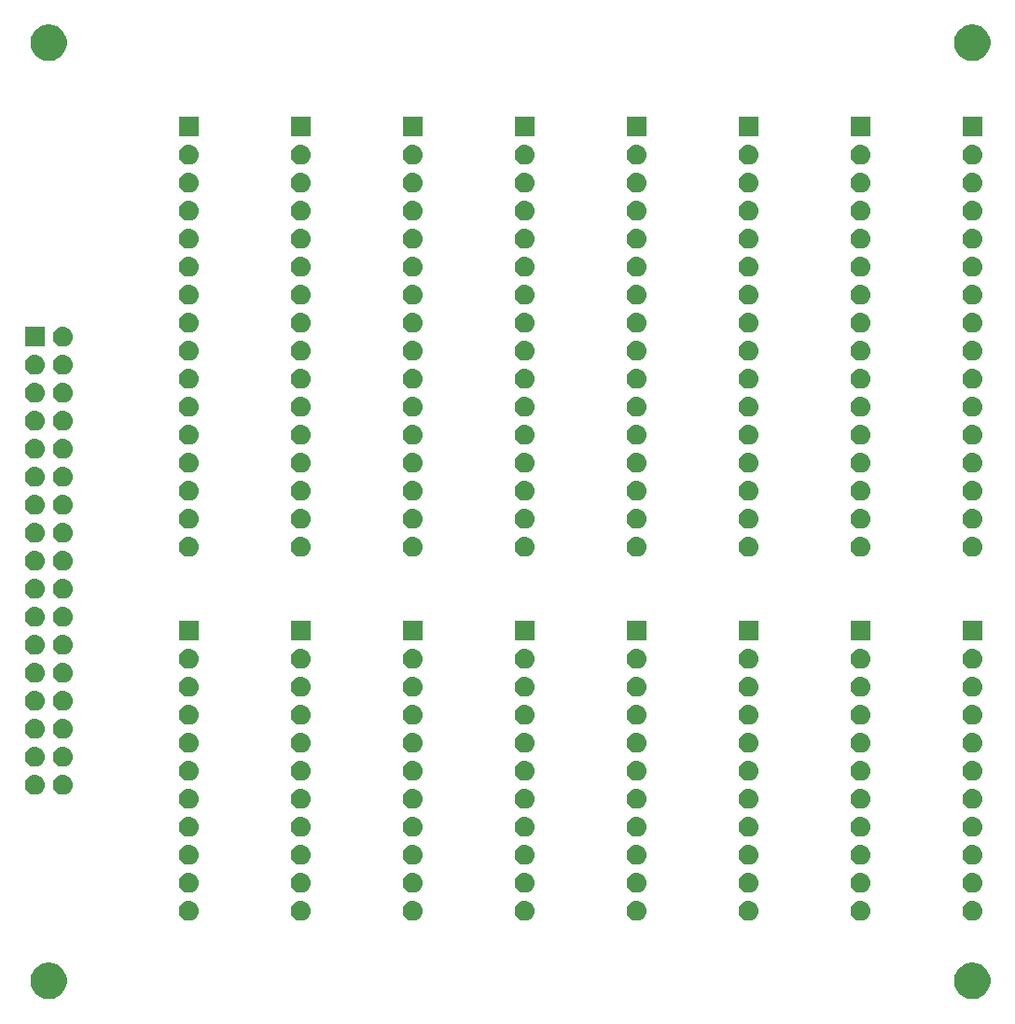
<source format=gbr>
G04 #@! TF.GenerationSoftware,KiCad,Pcbnew,(5.1.2-1)-1*
G04 #@! TF.CreationDate,2019-07-09T22:00:00+10:00*
G04 #@! TF.ProjectId,b1,62312e6b-6963-4616-945f-706362585858,rev?*
G04 #@! TF.SameCoordinates,Original*
G04 #@! TF.FileFunction,Soldermask,Bot*
G04 #@! TF.FilePolarity,Negative*
%FSLAX46Y46*%
G04 Gerber Fmt 4.6, Leading zero omitted, Abs format (unit mm)*
G04 Created by KiCad (PCBNEW (5.1.2-1)-1) date 2019-07-09 22:00:00*
%MOMM*%
%LPD*%
G04 APERTURE LIST*
%ADD10C,0.100000*%
G04 APERTURE END LIST*
D10*
G36*
X179445256Y-120311298D02*
G01*
X179551579Y-120332447D01*
X179852042Y-120456903D01*
X180122451Y-120637585D01*
X180352415Y-120867549D01*
X180533097Y-121137958D01*
X180657553Y-121438421D01*
X180721000Y-121757391D01*
X180721000Y-122082609D01*
X180657553Y-122401579D01*
X180533097Y-122702042D01*
X180352415Y-122972451D01*
X180122451Y-123202415D01*
X179852042Y-123383097D01*
X179551579Y-123507553D01*
X179445256Y-123528702D01*
X179232611Y-123571000D01*
X178907389Y-123571000D01*
X178694744Y-123528702D01*
X178588421Y-123507553D01*
X178287958Y-123383097D01*
X178017549Y-123202415D01*
X177787585Y-122972451D01*
X177606903Y-122702042D01*
X177482447Y-122401579D01*
X177419000Y-122082609D01*
X177419000Y-121757391D01*
X177482447Y-121438421D01*
X177606903Y-121137958D01*
X177787585Y-120867549D01*
X178017549Y-120637585D01*
X178287958Y-120456903D01*
X178588421Y-120332447D01*
X178694744Y-120311298D01*
X178907389Y-120269000D01*
X179232611Y-120269000D01*
X179445256Y-120311298D01*
X179445256Y-120311298D01*
G37*
G36*
X95625256Y-120311298D02*
G01*
X95731579Y-120332447D01*
X96032042Y-120456903D01*
X96302451Y-120637585D01*
X96532415Y-120867549D01*
X96713097Y-121137958D01*
X96837553Y-121438421D01*
X96901000Y-121757391D01*
X96901000Y-122082609D01*
X96837553Y-122401579D01*
X96713097Y-122702042D01*
X96532415Y-122972451D01*
X96302451Y-123202415D01*
X96032042Y-123383097D01*
X95731579Y-123507553D01*
X95625256Y-123528702D01*
X95412611Y-123571000D01*
X95087389Y-123571000D01*
X94874744Y-123528702D01*
X94768421Y-123507553D01*
X94467958Y-123383097D01*
X94197549Y-123202415D01*
X93967585Y-122972451D01*
X93786903Y-122702042D01*
X93662447Y-122401579D01*
X93599000Y-122082609D01*
X93599000Y-121757391D01*
X93662447Y-121438421D01*
X93786903Y-121137958D01*
X93967585Y-120867549D01*
X94197549Y-120637585D01*
X94467958Y-120456903D01*
X94768421Y-120332447D01*
X94874744Y-120311298D01*
X95087389Y-120269000D01*
X95412611Y-120269000D01*
X95625256Y-120311298D01*
X95625256Y-120311298D01*
G37*
G36*
X158860443Y-114675519D02*
G01*
X158926627Y-114682037D01*
X159096466Y-114733557D01*
X159252991Y-114817222D01*
X159288729Y-114846552D01*
X159390186Y-114929814D01*
X159473448Y-115031271D01*
X159502778Y-115067009D01*
X159586443Y-115223534D01*
X159637963Y-115393373D01*
X159655359Y-115570000D01*
X159637963Y-115746627D01*
X159586443Y-115916466D01*
X159502778Y-116072991D01*
X159473448Y-116108729D01*
X159390186Y-116210186D01*
X159288729Y-116293448D01*
X159252991Y-116322778D01*
X159096466Y-116406443D01*
X158926627Y-116457963D01*
X158860442Y-116464482D01*
X158794260Y-116471000D01*
X158705740Y-116471000D01*
X158639558Y-116464482D01*
X158573373Y-116457963D01*
X158403534Y-116406443D01*
X158247009Y-116322778D01*
X158211271Y-116293448D01*
X158109814Y-116210186D01*
X158026552Y-116108729D01*
X157997222Y-116072991D01*
X157913557Y-115916466D01*
X157862037Y-115746627D01*
X157844641Y-115570000D01*
X157862037Y-115393373D01*
X157913557Y-115223534D01*
X157997222Y-115067009D01*
X158026552Y-115031271D01*
X158109814Y-114929814D01*
X158211271Y-114846552D01*
X158247009Y-114817222D01*
X158403534Y-114733557D01*
X158573373Y-114682037D01*
X158639557Y-114675519D01*
X158705740Y-114669000D01*
X158794260Y-114669000D01*
X158860443Y-114675519D01*
X158860443Y-114675519D01*
G37*
G36*
X148700443Y-114675519D02*
G01*
X148766627Y-114682037D01*
X148936466Y-114733557D01*
X149092991Y-114817222D01*
X149128729Y-114846552D01*
X149230186Y-114929814D01*
X149313448Y-115031271D01*
X149342778Y-115067009D01*
X149426443Y-115223534D01*
X149477963Y-115393373D01*
X149495359Y-115570000D01*
X149477963Y-115746627D01*
X149426443Y-115916466D01*
X149342778Y-116072991D01*
X149313448Y-116108729D01*
X149230186Y-116210186D01*
X149128729Y-116293448D01*
X149092991Y-116322778D01*
X148936466Y-116406443D01*
X148766627Y-116457963D01*
X148700442Y-116464482D01*
X148634260Y-116471000D01*
X148545740Y-116471000D01*
X148479558Y-116464482D01*
X148413373Y-116457963D01*
X148243534Y-116406443D01*
X148087009Y-116322778D01*
X148051271Y-116293448D01*
X147949814Y-116210186D01*
X147866552Y-116108729D01*
X147837222Y-116072991D01*
X147753557Y-115916466D01*
X147702037Y-115746627D01*
X147684641Y-115570000D01*
X147702037Y-115393373D01*
X147753557Y-115223534D01*
X147837222Y-115067009D01*
X147866552Y-115031271D01*
X147949814Y-114929814D01*
X148051271Y-114846552D01*
X148087009Y-114817222D01*
X148243534Y-114733557D01*
X148413373Y-114682037D01*
X148479557Y-114675519D01*
X148545740Y-114669000D01*
X148634260Y-114669000D01*
X148700443Y-114675519D01*
X148700443Y-114675519D01*
G37*
G36*
X138540443Y-114675519D02*
G01*
X138606627Y-114682037D01*
X138776466Y-114733557D01*
X138932991Y-114817222D01*
X138968729Y-114846552D01*
X139070186Y-114929814D01*
X139153448Y-115031271D01*
X139182778Y-115067009D01*
X139266443Y-115223534D01*
X139317963Y-115393373D01*
X139335359Y-115570000D01*
X139317963Y-115746627D01*
X139266443Y-115916466D01*
X139182778Y-116072991D01*
X139153448Y-116108729D01*
X139070186Y-116210186D01*
X138968729Y-116293448D01*
X138932991Y-116322778D01*
X138776466Y-116406443D01*
X138606627Y-116457963D01*
X138540442Y-116464482D01*
X138474260Y-116471000D01*
X138385740Y-116471000D01*
X138319558Y-116464482D01*
X138253373Y-116457963D01*
X138083534Y-116406443D01*
X137927009Y-116322778D01*
X137891271Y-116293448D01*
X137789814Y-116210186D01*
X137706552Y-116108729D01*
X137677222Y-116072991D01*
X137593557Y-115916466D01*
X137542037Y-115746627D01*
X137524641Y-115570000D01*
X137542037Y-115393373D01*
X137593557Y-115223534D01*
X137677222Y-115067009D01*
X137706552Y-115031271D01*
X137789814Y-114929814D01*
X137891271Y-114846552D01*
X137927009Y-114817222D01*
X138083534Y-114733557D01*
X138253373Y-114682037D01*
X138319557Y-114675519D01*
X138385740Y-114669000D01*
X138474260Y-114669000D01*
X138540443Y-114675519D01*
X138540443Y-114675519D01*
G37*
G36*
X128380443Y-114675519D02*
G01*
X128446627Y-114682037D01*
X128616466Y-114733557D01*
X128772991Y-114817222D01*
X128808729Y-114846552D01*
X128910186Y-114929814D01*
X128993448Y-115031271D01*
X129022778Y-115067009D01*
X129106443Y-115223534D01*
X129157963Y-115393373D01*
X129175359Y-115570000D01*
X129157963Y-115746627D01*
X129106443Y-115916466D01*
X129022778Y-116072991D01*
X128993448Y-116108729D01*
X128910186Y-116210186D01*
X128808729Y-116293448D01*
X128772991Y-116322778D01*
X128616466Y-116406443D01*
X128446627Y-116457963D01*
X128380442Y-116464482D01*
X128314260Y-116471000D01*
X128225740Y-116471000D01*
X128159558Y-116464482D01*
X128093373Y-116457963D01*
X127923534Y-116406443D01*
X127767009Y-116322778D01*
X127731271Y-116293448D01*
X127629814Y-116210186D01*
X127546552Y-116108729D01*
X127517222Y-116072991D01*
X127433557Y-115916466D01*
X127382037Y-115746627D01*
X127364641Y-115570000D01*
X127382037Y-115393373D01*
X127433557Y-115223534D01*
X127517222Y-115067009D01*
X127546552Y-115031271D01*
X127629814Y-114929814D01*
X127731271Y-114846552D01*
X127767009Y-114817222D01*
X127923534Y-114733557D01*
X128093373Y-114682037D01*
X128159557Y-114675519D01*
X128225740Y-114669000D01*
X128314260Y-114669000D01*
X128380443Y-114675519D01*
X128380443Y-114675519D01*
G37*
G36*
X118220443Y-114675519D02*
G01*
X118286627Y-114682037D01*
X118456466Y-114733557D01*
X118612991Y-114817222D01*
X118648729Y-114846552D01*
X118750186Y-114929814D01*
X118833448Y-115031271D01*
X118862778Y-115067009D01*
X118946443Y-115223534D01*
X118997963Y-115393373D01*
X119015359Y-115570000D01*
X118997963Y-115746627D01*
X118946443Y-115916466D01*
X118862778Y-116072991D01*
X118833448Y-116108729D01*
X118750186Y-116210186D01*
X118648729Y-116293448D01*
X118612991Y-116322778D01*
X118456466Y-116406443D01*
X118286627Y-116457963D01*
X118220442Y-116464482D01*
X118154260Y-116471000D01*
X118065740Y-116471000D01*
X117999558Y-116464482D01*
X117933373Y-116457963D01*
X117763534Y-116406443D01*
X117607009Y-116322778D01*
X117571271Y-116293448D01*
X117469814Y-116210186D01*
X117386552Y-116108729D01*
X117357222Y-116072991D01*
X117273557Y-115916466D01*
X117222037Y-115746627D01*
X117204641Y-115570000D01*
X117222037Y-115393373D01*
X117273557Y-115223534D01*
X117357222Y-115067009D01*
X117386552Y-115031271D01*
X117469814Y-114929814D01*
X117571271Y-114846552D01*
X117607009Y-114817222D01*
X117763534Y-114733557D01*
X117933373Y-114682037D01*
X117999557Y-114675519D01*
X118065740Y-114669000D01*
X118154260Y-114669000D01*
X118220443Y-114675519D01*
X118220443Y-114675519D01*
G37*
G36*
X108060443Y-114675519D02*
G01*
X108126627Y-114682037D01*
X108296466Y-114733557D01*
X108452991Y-114817222D01*
X108488729Y-114846552D01*
X108590186Y-114929814D01*
X108673448Y-115031271D01*
X108702778Y-115067009D01*
X108786443Y-115223534D01*
X108837963Y-115393373D01*
X108855359Y-115570000D01*
X108837963Y-115746627D01*
X108786443Y-115916466D01*
X108702778Y-116072991D01*
X108673448Y-116108729D01*
X108590186Y-116210186D01*
X108488729Y-116293448D01*
X108452991Y-116322778D01*
X108296466Y-116406443D01*
X108126627Y-116457963D01*
X108060442Y-116464482D01*
X107994260Y-116471000D01*
X107905740Y-116471000D01*
X107839558Y-116464482D01*
X107773373Y-116457963D01*
X107603534Y-116406443D01*
X107447009Y-116322778D01*
X107411271Y-116293448D01*
X107309814Y-116210186D01*
X107226552Y-116108729D01*
X107197222Y-116072991D01*
X107113557Y-115916466D01*
X107062037Y-115746627D01*
X107044641Y-115570000D01*
X107062037Y-115393373D01*
X107113557Y-115223534D01*
X107197222Y-115067009D01*
X107226552Y-115031271D01*
X107309814Y-114929814D01*
X107411271Y-114846552D01*
X107447009Y-114817222D01*
X107603534Y-114733557D01*
X107773373Y-114682037D01*
X107839557Y-114675519D01*
X107905740Y-114669000D01*
X107994260Y-114669000D01*
X108060443Y-114675519D01*
X108060443Y-114675519D01*
G37*
G36*
X179180443Y-114675519D02*
G01*
X179246627Y-114682037D01*
X179416466Y-114733557D01*
X179572991Y-114817222D01*
X179608729Y-114846552D01*
X179710186Y-114929814D01*
X179793448Y-115031271D01*
X179822778Y-115067009D01*
X179906443Y-115223534D01*
X179957963Y-115393373D01*
X179975359Y-115570000D01*
X179957963Y-115746627D01*
X179906443Y-115916466D01*
X179822778Y-116072991D01*
X179793448Y-116108729D01*
X179710186Y-116210186D01*
X179608729Y-116293448D01*
X179572991Y-116322778D01*
X179416466Y-116406443D01*
X179246627Y-116457963D01*
X179180442Y-116464482D01*
X179114260Y-116471000D01*
X179025740Y-116471000D01*
X178959558Y-116464482D01*
X178893373Y-116457963D01*
X178723534Y-116406443D01*
X178567009Y-116322778D01*
X178531271Y-116293448D01*
X178429814Y-116210186D01*
X178346552Y-116108729D01*
X178317222Y-116072991D01*
X178233557Y-115916466D01*
X178182037Y-115746627D01*
X178164641Y-115570000D01*
X178182037Y-115393373D01*
X178233557Y-115223534D01*
X178317222Y-115067009D01*
X178346552Y-115031271D01*
X178429814Y-114929814D01*
X178531271Y-114846552D01*
X178567009Y-114817222D01*
X178723534Y-114733557D01*
X178893373Y-114682037D01*
X178959557Y-114675519D01*
X179025740Y-114669000D01*
X179114260Y-114669000D01*
X179180443Y-114675519D01*
X179180443Y-114675519D01*
G37*
G36*
X169020443Y-114675519D02*
G01*
X169086627Y-114682037D01*
X169256466Y-114733557D01*
X169412991Y-114817222D01*
X169448729Y-114846552D01*
X169550186Y-114929814D01*
X169633448Y-115031271D01*
X169662778Y-115067009D01*
X169746443Y-115223534D01*
X169797963Y-115393373D01*
X169815359Y-115570000D01*
X169797963Y-115746627D01*
X169746443Y-115916466D01*
X169662778Y-116072991D01*
X169633448Y-116108729D01*
X169550186Y-116210186D01*
X169448729Y-116293448D01*
X169412991Y-116322778D01*
X169256466Y-116406443D01*
X169086627Y-116457963D01*
X169020442Y-116464482D01*
X168954260Y-116471000D01*
X168865740Y-116471000D01*
X168799558Y-116464482D01*
X168733373Y-116457963D01*
X168563534Y-116406443D01*
X168407009Y-116322778D01*
X168371271Y-116293448D01*
X168269814Y-116210186D01*
X168186552Y-116108729D01*
X168157222Y-116072991D01*
X168073557Y-115916466D01*
X168022037Y-115746627D01*
X168004641Y-115570000D01*
X168022037Y-115393373D01*
X168073557Y-115223534D01*
X168157222Y-115067009D01*
X168186552Y-115031271D01*
X168269814Y-114929814D01*
X168371271Y-114846552D01*
X168407009Y-114817222D01*
X168563534Y-114733557D01*
X168733373Y-114682037D01*
X168799557Y-114675519D01*
X168865740Y-114669000D01*
X168954260Y-114669000D01*
X169020443Y-114675519D01*
X169020443Y-114675519D01*
G37*
G36*
X128380443Y-112135519D02*
G01*
X128446627Y-112142037D01*
X128616466Y-112193557D01*
X128772991Y-112277222D01*
X128808729Y-112306552D01*
X128910186Y-112389814D01*
X128993448Y-112491271D01*
X129022778Y-112527009D01*
X129106443Y-112683534D01*
X129157963Y-112853373D01*
X129175359Y-113030000D01*
X129157963Y-113206627D01*
X129106443Y-113376466D01*
X129022778Y-113532991D01*
X128993448Y-113568729D01*
X128910186Y-113670186D01*
X128808729Y-113753448D01*
X128772991Y-113782778D01*
X128616466Y-113866443D01*
X128446627Y-113917963D01*
X128380443Y-113924481D01*
X128314260Y-113931000D01*
X128225740Y-113931000D01*
X128159557Y-113924481D01*
X128093373Y-113917963D01*
X127923534Y-113866443D01*
X127767009Y-113782778D01*
X127731271Y-113753448D01*
X127629814Y-113670186D01*
X127546552Y-113568729D01*
X127517222Y-113532991D01*
X127433557Y-113376466D01*
X127382037Y-113206627D01*
X127364641Y-113030000D01*
X127382037Y-112853373D01*
X127433557Y-112683534D01*
X127517222Y-112527009D01*
X127546552Y-112491271D01*
X127629814Y-112389814D01*
X127731271Y-112306552D01*
X127767009Y-112277222D01*
X127923534Y-112193557D01*
X128093373Y-112142037D01*
X128159557Y-112135519D01*
X128225740Y-112129000D01*
X128314260Y-112129000D01*
X128380443Y-112135519D01*
X128380443Y-112135519D01*
G37*
G36*
X118220443Y-112135519D02*
G01*
X118286627Y-112142037D01*
X118456466Y-112193557D01*
X118612991Y-112277222D01*
X118648729Y-112306552D01*
X118750186Y-112389814D01*
X118833448Y-112491271D01*
X118862778Y-112527009D01*
X118946443Y-112683534D01*
X118997963Y-112853373D01*
X119015359Y-113030000D01*
X118997963Y-113206627D01*
X118946443Y-113376466D01*
X118862778Y-113532991D01*
X118833448Y-113568729D01*
X118750186Y-113670186D01*
X118648729Y-113753448D01*
X118612991Y-113782778D01*
X118456466Y-113866443D01*
X118286627Y-113917963D01*
X118220443Y-113924481D01*
X118154260Y-113931000D01*
X118065740Y-113931000D01*
X117999557Y-113924481D01*
X117933373Y-113917963D01*
X117763534Y-113866443D01*
X117607009Y-113782778D01*
X117571271Y-113753448D01*
X117469814Y-113670186D01*
X117386552Y-113568729D01*
X117357222Y-113532991D01*
X117273557Y-113376466D01*
X117222037Y-113206627D01*
X117204641Y-113030000D01*
X117222037Y-112853373D01*
X117273557Y-112683534D01*
X117357222Y-112527009D01*
X117386552Y-112491271D01*
X117469814Y-112389814D01*
X117571271Y-112306552D01*
X117607009Y-112277222D01*
X117763534Y-112193557D01*
X117933373Y-112142037D01*
X117999557Y-112135519D01*
X118065740Y-112129000D01*
X118154260Y-112129000D01*
X118220443Y-112135519D01*
X118220443Y-112135519D01*
G37*
G36*
X179180443Y-112135519D02*
G01*
X179246627Y-112142037D01*
X179416466Y-112193557D01*
X179572991Y-112277222D01*
X179608729Y-112306552D01*
X179710186Y-112389814D01*
X179793448Y-112491271D01*
X179822778Y-112527009D01*
X179906443Y-112683534D01*
X179957963Y-112853373D01*
X179975359Y-113030000D01*
X179957963Y-113206627D01*
X179906443Y-113376466D01*
X179822778Y-113532991D01*
X179793448Y-113568729D01*
X179710186Y-113670186D01*
X179608729Y-113753448D01*
X179572991Y-113782778D01*
X179416466Y-113866443D01*
X179246627Y-113917963D01*
X179180443Y-113924481D01*
X179114260Y-113931000D01*
X179025740Y-113931000D01*
X178959557Y-113924481D01*
X178893373Y-113917963D01*
X178723534Y-113866443D01*
X178567009Y-113782778D01*
X178531271Y-113753448D01*
X178429814Y-113670186D01*
X178346552Y-113568729D01*
X178317222Y-113532991D01*
X178233557Y-113376466D01*
X178182037Y-113206627D01*
X178164641Y-113030000D01*
X178182037Y-112853373D01*
X178233557Y-112683534D01*
X178317222Y-112527009D01*
X178346552Y-112491271D01*
X178429814Y-112389814D01*
X178531271Y-112306552D01*
X178567009Y-112277222D01*
X178723534Y-112193557D01*
X178893373Y-112142037D01*
X178959557Y-112135519D01*
X179025740Y-112129000D01*
X179114260Y-112129000D01*
X179180443Y-112135519D01*
X179180443Y-112135519D01*
G37*
G36*
X169020443Y-112135519D02*
G01*
X169086627Y-112142037D01*
X169256466Y-112193557D01*
X169412991Y-112277222D01*
X169448729Y-112306552D01*
X169550186Y-112389814D01*
X169633448Y-112491271D01*
X169662778Y-112527009D01*
X169746443Y-112683534D01*
X169797963Y-112853373D01*
X169815359Y-113030000D01*
X169797963Y-113206627D01*
X169746443Y-113376466D01*
X169662778Y-113532991D01*
X169633448Y-113568729D01*
X169550186Y-113670186D01*
X169448729Y-113753448D01*
X169412991Y-113782778D01*
X169256466Y-113866443D01*
X169086627Y-113917963D01*
X169020443Y-113924481D01*
X168954260Y-113931000D01*
X168865740Y-113931000D01*
X168799557Y-113924481D01*
X168733373Y-113917963D01*
X168563534Y-113866443D01*
X168407009Y-113782778D01*
X168371271Y-113753448D01*
X168269814Y-113670186D01*
X168186552Y-113568729D01*
X168157222Y-113532991D01*
X168073557Y-113376466D01*
X168022037Y-113206627D01*
X168004641Y-113030000D01*
X168022037Y-112853373D01*
X168073557Y-112683534D01*
X168157222Y-112527009D01*
X168186552Y-112491271D01*
X168269814Y-112389814D01*
X168371271Y-112306552D01*
X168407009Y-112277222D01*
X168563534Y-112193557D01*
X168733373Y-112142037D01*
X168799557Y-112135519D01*
X168865740Y-112129000D01*
X168954260Y-112129000D01*
X169020443Y-112135519D01*
X169020443Y-112135519D01*
G37*
G36*
X158860443Y-112135519D02*
G01*
X158926627Y-112142037D01*
X159096466Y-112193557D01*
X159252991Y-112277222D01*
X159288729Y-112306552D01*
X159390186Y-112389814D01*
X159473448Y-112491271D01*
X159502778Y-112527009D01*
X159586443Y-112683534D01*
X159637963Y-112853373D01*
X159655359Y-113030000D01*
X159637963Y-113206627D01*
X159586443Y-113376466D01*
X159502778Y-113532991D01*
X159473448Y-113568729D01*
X159390186Y-113670186D01*
X159288729Y-113753448D01*
X159252991Y-113782778D01*
X159096466Y-113866443D01*
X158926627Y-113917963D01*
X158860443Y-113924481D01*
X158794260Y-113931000D01*
X158705740Y-113931000D01*
X158639557Y-113924481D01*
X158573373Y-113917963D01*
X158403534Y-113866443D01*
X158247009Y-113782778D01*
X158211271Y-113753448D01*
X158109814Y-113670186D01*
X158026552Y-113568729D01*
X157997222Y-113532991D01*
X157913557Y-113376466D01*
X157862037Y-113206627D01*
X157844641Y-113030000D01*
X157862037Y-112853373D01*
X157913557Y-112683534D01*
X157997222Y-112527009D01*
X158026552Y-112491271D01*
X158109814Y-112389814D01*
X158211271Y-112306552D01*
X158247009Y-112277222D01*
X158403534Y-112193557D01*
X158573373Y-112142037D01*
X158639557Y-112135519D01*
X158705740Y-112129000D01*
X158794260Y-112129000D01*
X158860443Y-112135519D01*
X158860443Y-112135519D01*
G37*
G36*
X108060443Y-112135519D02*
G01*
X108126627Y-112142037D01*
X108296466Y-112193557D01*
X108452991Y-112277222D01*
X108488729Y-112306552D01*
X108590186Y-112389814D01*
X108673448Y-112491271D01*
X108702778Y-112527009D01*
X108786443Y-112683534D01*
X108837963Y-112853373D01*
X108855359Y-113030000D01*
X108837963Y-113206627D01*
X108786443Y-113376466D01*
X108702778Y-113532991D01*
X108673448Y-113568729D01*
X108590186Y-113670186D01*
X108488729Y-113753448D01*
X108452991Y-113782778D01*
X108296466Y-113866443D01*
X108126627Y-113917963D01*
X108060443Y-113924481D01*
X107994260Y-113931000D01*
X107905740Y-113931000D01*
X107839557Y-113924481D01*
X107773373Y-113917963D01*
X107603534Y-113866443D01*
X107447009Y-113782778D01*
X107411271Y-113753448D01*
X107309814Y-113670186D01*
X107226552Y-113568729D01*
X107197222Y-113532991D01*
X107113557Y-113376466D01*
X107062037Y-113206627D01*
X107044641Y-113030000D01*
X107062037Y-112853373D01*
X107113557Y-112683534D01*
X107197222Y-112527009D01*
X107226552Y-112491271D01*
X107309814Y-112389814D01*
X107411271Y-112306552D01*
X107447009Y-112277222D01*
X107603534Y-112193557D01*
X107773373Y-112142037D01*
X107839557Y-112135519D01*
X107905740Y-112129000D01*
X107994260Y-112129000D01*
X108060443Y-112135519D01*
X108060443Y-112135519D01*
G37*
G36*
X148700443Y-112135519D02*
G01*
X148766627Y-112142037D01*
X148936466Y-112193557D01*
X149092991Y-112277222D01*
X149128729Y-112306552D01*
X149230186Y-112389814D01*
X149313448Y-112491271D01*
X149342778Y-112527009D01*
X149426443Y-112683534D01*
X149477963Y-112853373D01*
X149495359Y-113030000D01*
X149477963Y-113206627D01*
X149426443Y-113376466D01*
X149342778Y-113532991D01*
X149313448Y-113568729D01*
X149230186Y-113670186D01*
X149128729Y-113753448D01*
X149092991Y-113782778D01*
X148936466Y-113866443D01*
X148766627Y-113917963D01*
X148700443Y-113924481D01*
X148634260Y-113931000D01*
X148545740Y-113931000D01*
X148479557Y-113924481D01*
X148413373Y-113917963D01*
X148243534Y-113866443D01*
X148087009Y-113782778D01*
X148051271Y-113753448D01*
X147949814Y-113670186D01*
X147866552Y-113568729D01*
X147837222Y-113532991D01*
X147753557Y-113376466D01*
X147702037Y-113206627D01*
X147684641Y-113030000D01*
X147702037Y-112853373D01*
X147753557Y-112683534D01*
X147837222Y-112527009D01*
X147866552Y-112491271D01*
X147949814Y-112389814D01*
X148051271Y-112306552D01*
X148087009Y-112277222D01*
X148243534Y-112193557D01*
X148413373Y-112142037D01*
X148479557Y-112135519D01*
X148545740Y-112129000D01*
X148634260Y-112129000D01*
X148700443Y-112135519D01*
X148700443Y-112135519D01*
G37*
G36*
X138540443Y-112135519D02*
G01*
X138606627Y-112142037D01*
X138776466Y-112193557D01*
X138932991Y-112277222D01*
X138968729Y-112306552D01*
X139070186Y-112389814D01*
X139153448Y-112491271D01*
X139182778Y-112527009D01*
X139266443Y-112683534D01*
X139317963Y-112853373D01*
X139335359Y-113030000D01*
X139317963Y-113206627D01*
X139266443Y-113376466D01*
X139182778Y-113532991D01*
X139153448Y-113568729D01*
X139070186Y-113670186D01*
X138968729Y-113753448D01*
X138932991Y-113782778D01*
X138776466Y-113866443D01*
X138606627Y-113917963D01*
X138540443Y-113924481D01*
X138474260Y-113931000D01*
X138385740Y-113931000D01*
X138319557Y-113924481D01*
X138253373Y-113917963D01*
X138083534Y-113866443D01*
X137927009Y-113782778D01*
X137891271Y-113753448D01*
X137789814Y-113670186D01*
X137706552Y-113568729D01*
X137677222Y-113532991D01*
X137593557Y-113376466D01*
X137542037Y-113206627D01*
X137524641Y-113030000D01*
X137542037Y-112853373D01*
X137593557Y-112683534D01*
X137677222Y-112527009D01*
X137706552Y-112491271D01*
X137789814Y-112389814D01*
X137891271Y-112306552D01*
X137927009Y-112277222D01*
X138083534Y-112193557D01*
X138253373Y-112142037D01*
X138319557Y-112135519D01*
X138385740Y-112129000D01*
X138474260Y-112129000D01*
X138540443Y-112135519D01*
X138540443Y-112135519D01*
G37*
G36*
X158860442Y-109595518D02*
G01*
X158926627Y-109602037D01*
X159096466Y-109653557D01*
X159252991Y-109737222D01*
X159288729Y-109766552D01*
X159390186Y-109849814D01*
X159473448Y-109951271D01*
X159502778Y-109987009D01*
X159586443Y-110143534D01*
X159637963Y-110313373D01*
X159655359Y-110490000D01*
X159637963Y-110666627D01*
X159586443Y-110836466D01*
X159502778Y-110992991D01*
X159473448Y-111028729D01*
X159390186Y-111130186D01*
X159288729Y-111213448D01*
X159252991Y-111242778D01*
X159096466Y-111326443D01*
X158926627Y-111377963D01*
X158860443Y-111384481D01*
X158794260Y-111391000D01*
X158705740Y-111391000D01*
X158639557Y-111384481D01*
X158573373Y-111377963D01*
X158403534Y-111326443D01*
X158247009Y-111242778D01*
X158211271Y-111213448D01*
X158109814Y-111130186D01*
X158026552Y-111028729D01*
X157997222Y-110992991D01*
X157913557Y-110836466D01*
X157862037Y-110666627D01*
X157844641Y-110490000D01*
X157862037Y-110313373D01*
X157913557Y-110143534D01*
X157997222Y-109987009D01*
X158026552Y-109951271D01*
X158109814Y-109849814D01*
X158211271Y-109766552D01*
X158247009Y-109737222D01*
X158403534Y-109653557D01*
X158573373Y-109602037D01*
X158639558Y-109595518D01*
X158705740Y-109589000D01*
X158794260Y-109589000D01*
X158860442Y-109595518D01*
X158860442Y-109595518D01*
G37*
G36*
X169020442Y-109595518D02*
G01*
X169086627Y-109602037D01*
X169256466Y-109653557D01*
X169412991Y-109737222D01*
X169448729Y-109766552D01*
X169550186Y-109849814D01*
X169633448Y-109951271D01*
X169662778Y-109987009D01*
X169746443Y-110143534D01*
X169797963Y-110313373D01*
X169815359Y-110490000D01*
X169797963Y-110666627D01*
X169746443Y-110836466D01*
X169662778Y-110992991D01*
X169633448Y-111028729D01*
X169550186Y-111130186D01*
X169448729Y-111213448D01*
X169412991Y-111242778D01*
X169256466Y-111326443D01*
X169086627Y-111377963D01*
X169020443Y-111384481D01*
X168954260Y-111391000D01*
X168865740Y-111391000D01*
X168799557Y-111384481D01*
X168733373Y-111377963D01*
X168563534Y-111326443D01*
X168407009Y-111242778D01*
X168371271Y-111213448D01*
X168269814Y-111130186D01*
X168186552Y-111028729D01*
X168157222Y-110992991D01*
X168073557Y-110836466D01*
X168022037Y-110666627D01*
X168004641Y-110490000D01*
X168022037Y-110313373D01*
X168073557Y-110143534D01*
X168157222Y-109987009D01*
X168186552Y-109951271D01*
X168269814Y-109849814D01*
X168371271Y-109766552D01*
X168407009Y-109737222D01*
X168563534Y-109653557D01*
X168733373Y-109602037D01*
X168799558Y-109595518D01*
X168865740Y-109589000D01*
X168954260Y-109589000D01*
X169020442Y-109595518D01*
X169020442Y-109595518D01*
G37*
G36*
X148700442Y-109595518D02*
G01*
X148766627Y-109602037D01*
X148936466Y-109653557D01*
X149092991Y-109737222D01*
X149128729Y-109766552D01*
X149230186Y-109849814D01*
X149313448Y-109951271D01*
X149342778Y-109987009D01*
X149426443Y-110143534D01*
X149477963Y-110313373D01*
X149495359Y-110490000D01*
X149477963Y-110666627D01*
X149426443Y-110836466D01*
X149342778Y-110992991D01*
X149313448Y-111028729D01*
X149230186Y-111130186D01*
X149128729Y-111213448D01*
X149092991Y-111242778D01*
X148936466Y-111326443D01*
X148766627Y-111377963D01*
X148700443Y-111384481D01*
X148634260Y-111391000D01*
X148545740Y-111391000D01*
X148479557Y-111384481D01*
X148413373Y-111377963D01*
X148243534Y-111326443D01*
X148087009Y-111242778D01*
X148051271Y-111213448D01*
X147949814Y-111130186D01*
X147866552Y-111028729D01*
X147837222Y-110992991D01*
X147753557Y-110836466D01*
X147702037Y-110666627D01*
X147684641Y-110490000D01*
X147702037Y-110313373D01*
X147753557Y-110143534D01*
X147837222Y-109987009D01*
X147866552Y-109951271D01*
X147949814Y-109849814D01*
X148051271Y-109766552D01*
X148087009Y-109737222D01*
X148243534Y-109653557D01*
X148413373Y-109602037D01*
X148479558Y-109595518D01*
X148545740Y-109589000D01*
X148634260Y-109589000D01*
X148700442Y-109595518D01*
X148700442Y-109595518D01*
G37*
G36*
X128380442Y-109595518D02*
G01*
X128446627Y-109602037D01*
X128616466Y-109653557D01*
X128772991Y-109737222D01*
X128808729Y-109766552D01*
X128910186Y-109849814D01*
X128993448Y-109951271D01*
X129022778Y-109987009D01*
X129106443Y-110143534D01*
X129157963Y-110313373D01*
X129175359Y-110490000D01*
X129157963Y-110666627D01*
X129106443Y-110836466D01*
X129022778Y-110992991D01*
X128993448Y-111028729D01*
X128910186Y-111130186D01*
X128808729Y-111213448D01*
X128772991Y-111242778D01*
X128616466Y-111326443D01*
X128446627Y-111377963D01*
X128380443Y-111384481D01*
X128314260Y-111391000D01*
X128225740Y-111391000D01*
X128159557Y-111384481D01*
X128093373Y-111377963D01*
X127923534Y-111326443D01*
X127767009Y-111242778D01*
X127731271Y-111213448D01*
X127629814Y-111130186D01*
X127546552Y-111028729D01*
X127517222Y-110992991D01*
X127433557Y-110836466D01*
X127382037Y-110666627D01*
X127364641Y-110490000D01*
X127382037Y-110313373D01*
X127433557Y-110143534D01*
X127517222Y-109987009D01*
X127546552Y-109951271D01*
X127629814Y-109849814D01*
X127731271Y-109766552D01*
X127767009Y-109737222D01*
X127923534Y-109653557D01*
X128093373Y-109602037D01*
X128159558Y-109595518D01*
X128225740Y-109589000D01*
X128314260Y-109589000D01*
X128380442Y-109595518D01*
X128380442Y-109595518D01*
G37*
G36*
X179180442Y-109595518D02*
G01*
X179246627Y-109602037D01*
X179416466Y-109653557D01*
X179572991Y-109737222D01*
X179608729Y-109766552D01*
X179710186Y-109849814D01*
X179793448Y-109951271D01*
X179822778Y-109987009D01*
X179906443Y-110143534D01*
X179957963Y-110313373D01*
X179975359Y-110490000D01*
X179957963Y-110666627D01*
X179906443Y-110836466D01*
X179822778Y-110992991D01*
X179793448Y-111028729D01*
X179710186Y-111130186D01*
X179608729Y-111213448D01*
X179572991Y-111242778D01*
X179416466Y-111326443D01*
X179246627Y-111377963D01*
X179180443Y-111384481D01*
X179114260Y-111391000D01*
X179025740Y-111391000D01*
X178959557Y-111384481D01*
X178893373Y-111377963D01*
X178723534Y-111326443D01*
X178567009Y-111242778D01*
X178531271Y-111213448D01*
X178429814Y-111130186D01*
X178346552Y-111028729D01*
X178317222Y-110992991D01*
X178233557Y-110836466D01*
X178182037Y-110666627D01*
X178164641Y-110490000D01*
X178182037Y-110313373D01*
X178233557Y-110143534D01*
X178317222Y-109987009D01*
X178346552Y-109951271D01*
X178429814Y-109849814D01*
X178531271Y-109766552D01*
X178567009Y-109737222D01*
X178723534Y-109653557D01*
X178893373Y-109602037D01*
X178959558Y-109595518D01*
X179025740Y-109589000D01*
X179114260Y-109589000D01*
X179180442Y-109595518D01*
X179180442Y-109595518D01*
G37*
G36*
X108060442Y-109595518D02*
G01*
X108126627Y-109602037D01*
X108296466Y-109653557D01*
X108452991Y-109737222D01*
X108488729Y-109766552D01*
X108590186Y-109849814D01*
X108673448Y-109951271D01*
X108702778Y-109987009D01*
X108786443Y-110143534D01*
X108837963Y-110313373D01*
X108855359Y-110490000D01*
X108837963Y-110666627D01*
X108786443Y-110836466D01*
X108702778Y-110992991D01*
X108673448Y-111028729D01*
X108590186Y-111130186D01*
X108488729Y-111213448D01*
X108452991Y-111242778D01*
X108296466Y-111326443D01*
X108126627Y-111377963D01*
X108060443Y-111384481D01*
X107994260Y-111391000D01*
X107905740Y-111391000D01*
X107839557Y-111384481D01*
X107773373Y-111377963D01*
X107603534Y-111326443D01*
X107447009Y-111242778D01*
X107411271Y-111213448D01*
X107309814Y-111130186D01*
X107226552Y-111028729D01*
X107197222Y-110992991D01*
X107113557Y-110836466D01*
X107062037Y-110666627D01*
X107044641Y-110490000D01*
X107062037Y-110313373D01*
X107113557Y-110143534D01*
X107197222Y-109987009D01*
X107226552Y-109951271D01*
X107309814Y-109849814D01*
X107411271Y-109766552D01*
X107447009Y-109737222D01*
X107603534Y-109653557D01*
X107773373Y-109602037D01*
X107839558Y-109595518D01*
X107905740Y-109589000D01*
X107994260Y-109589000D01*
X108060442Y-109595518D01*
X108060442Y-109595518D01*
G37*
G36*
X118220442Y-109595518D02*
G01*
X118286627Y-109602037D01*
X118456466Y-109653557D01*
X118612991Y-109737222D01*
X118648729Y-109766552D01*
X118750186Y-109849814D01*
X118833448Y-109951271D01*
X118862778Y-109987009D01*
X118946443Y-110143534D01*
X118997963Y-110313373D01*
X119015359Y-110490000D01*
X118997963Y-110666627D01*
X118946443Y-110836466D01*
X118862778Y-110992991D01*
X118833448Y-111028729D01*
X118750186Y-111130186D01*
X118648729Y-111213448D01*
X118612991Y-111242778D01*
X118456466Y-111326443D01*
X118286627Y-111377963D01*
X118220443Y-111384481D01*
X118154260Y-111391000D01*
X118065740Y-111391000D01*
X117999557Y-111384481D01*
X117933373Y-111377963D01*
X117763534Y-111326443D01*
X117607009Y-111242778D01*
X117571271Y-111213448D01*
X117469814Y-111130186D01*
X117386552Y-111028729D01*
X117357222Y-110992991D01*
X117273557Y-110836466D01*
X117222037Y-110666627D01*
X117204641Y-110490000D01*
X117222037Y-110313373D01*
X117273557Y-110143534D01*
X117357222Y-109987009D01*
X117386552Y-109951271D01*
X117469814Y-109849814D01*
X117571271Y-109766552D01*
X117607009Y-109737222D01*
X117763534Y-109653557D01*
X117933373Y-109602037D01*
X117999558Y-109595518D01*
X118065740Y-109589000D01*
X118154260Y-109589000D01*
X118220442Y-109595518D01*
X118220442Y-109595518D01*
G37*
G36*
X138540442Y-109595518D02*
G01*
X138606627Y-109602037D01*
X138776466Y-109653557D01*
X138932991Y-109737222D01*
X138968729Y-109766552D01*
X139070186Y-109849814D01*
X139153448Y-109951271D01*
X139182778Y-109987009D01*
X139266443Y-110143534D01*
X139317963Y-110313373D01*
X139335359Y-110490000D01*
X139317963Y-110666627D01*
X139266443Y-110836466D01*
X139182778Y-110992991D01*
X139153448Y-111028729D01*
X139070186Y-111130186D01*
X138968729Y-111213448D01*
X138932991Y-111242778D01*
X138776466Y-111326443D01*
X138606627Y-111377963D01*
X138540443Y-111384481D01*
X138474260Y-111391000D01*
X138385740Y-111391000D01*
X138319557Y-111384481D01*
X138253373Y-111377963D01*
X138083534Y-111326443D01*
X137927009Y-111242778D01*
X137891271Y-111213448D01*
X137789814Y-111130186D01*
X137706552Y-111028729D01*
X137677222Y-110992991D01*
X137593557Y-110836466D01*
X137542037Y-110666627D01*
X137524641Y-110490000D01*
X137542037Y-110313373D01*
X137593557Y-110143534D01*
X137677222Y-109987009D01*
X137706552Y-109951271D01*
X137789814Y-109849814D01*
X137891271Y-109766552D01*
X137927009Y-109737222D01*
X138083534Y-109653557D01*
X138253373Y-109602037D01*
X138319558Y-109595518D01*
X138385740Y-109589000D01*
X138474260Y-109589000D01*
X138540442Y-109595518D01*
X138540442Y-109595518D01*
G37*
G36*
X138540442Y-107055518D02*
G01*
X138606627Y-107062037D01*
X138776466Y-107113557D01*
X138932991Y-107197222D01*
X138968729Y-107226552D01*
X139070186Y-107309814D01*
X139153448Y-107411271D01*
X139182778Y-107447009D01*
X139266443Y-107603534D01*
X139317963Y-107773373D01*
X139335359Y-107950000D01*
X139317963Y-108126627D01*
X139266443Y-108296466D01*
X139182778Y-108452991D01*
X139153448Y-108488729D01*
X139070186Y-108590186D01*
X138968729Y-108673448D01*
X138932991Y-108702778D01*
X138776466Y-108786443D01*
X138606627Y-108837963D01*
X138540442Y-108844482D01*
X138474260Y-108851000D01*
X138385740Y-108851000D01*
X138319558Y-108844482D01*
X138253373Y-108837963D01*
X138083534Y-108786443D01*
X137927009Y-108702778D01*
X137891271Y-108673448D01*
X137789814Y-108590186D01*
X137706552Y-108488729D01*
X137677222Y-108452991D01*
X137593557Y-108296466D01*
X137542037Y-108126627D01*
X137524641Y-107950000D01*
X137542037Y-107773373D01*
X137593557Y-107603534D01*
X137677222Y-107447009D01*
X137706552Y-107411271D01*
X137789814Y-107309814D01*
X137891271Y-107226552D01*
X137927009Y-107197222D01*
X138083534Y-107113557D01*
X138253373Y-107062037D01*
X138319558Y-107055518D01*
X138385740Y-107049000D01*
X138474260Y-107049000D01*
X138540442Y-107055518D01*
X138540442Y-107055518D01*
G37*
G36*
X128380442Y-107055518D02*
G01*
X128446627Y-107062037D01*
X128616466Y-107113557D01*
X128772991Y-107197222D01*
X128808729Y-107226552D01*
X128910186Y-107309814D01*
X128993448Y-107411271D01*
X129022778Y-107447009D01*
X129106443Y-107603534D01*
X129157963Y-107773373D01*
X129175359Y-107950000D01*
X129157963Y-108126627D01*
X129106443Y-108296466D01*
X129022778Y-108452991D01*
X128993448Y-108488729D01*
X128910186Y-108590186D01*
X128808729Y-108673448D01*
X128772991Y-108702778D01*
X128616466Y-108786443D01*
X128446627Y-108837963D01*
X128380442Y-108844482D01*
X128314260Y-108851000D01*
X128225740Y-108851000D01*
X128159558Y-108844482D01*
X128093373Y-108837963D01*
X127923534Y-108786443D01*
X127767009Y-108702778D01*
X127731271Y-108673448D01*
X127629814Y-108590186D01*
X127546552Y-108488729D01*
X127517222Y-108452991D01*
X127433557Y-108296466D01*
X127382037Y-108126627D01*
X127364641Y-107950000D01*
X127382037Y-107773373D01*
X127433557Y-107603534D01*
X127517222Y-107447009D01*
X127546552Y-107411271D01*
X127629814Y-107309814D01*
X127731271Y-107226552D01*
X127767009Y-107197222D01*
X127923534Y-107113557D01*
X128093373Y-107062037D01*
X128159558Y-107055518D01*
X128225740Y-107049000D01*
X128314260Y-107049000D01*
X128380442Y-107055518D01*
X128380442Y-107055518D01*
G37*
G36*
X118220442Y-107055518D02*
G01*
X118286627Y-107062037D01*
X118456466Y-107113557D01*
X118612991Y-107197222D01*
X118648729Y-107226552D01*
X118750186Y-107309814D01*
X118833448Y-107411271D01*
X118862778Y-107447009D01*
X118946443Y-107603534D01*
X118997963Y-107773373D01*
X119015359Y-107950000D01*
X118997963Y-108126627D01*
X118946443Y-108296466D01*
X118862778Y-108452991D01*
X118833448Y-108488729D01*
X118750186Y-108590186D01*
X118648729Y-108673448D01*
X118612991Y-108702778D01*
X118456466Y-108786443D01*
X118286627Y-108837963D01*
X118220442Y-108844482D01*
X118154260Y-108851000D01*
X118065740Y-108851000D01*
X117999558Y-108844482D01*
X117933373Y-108837963D01*
X117763534Y-108786443D01*
X117607009Y-108702778D01*
X117571271Y-108673448D01*
X117469814Y-108590186D01*
X117386552Y-108488729D01*
X117357222Y-108452991D01*
X117273557Y-108296466D01*
X117222037Y-108126627D01*
X117204641Y-107950000D01*
X117222037Y-107773373D01*
X117273557Y-107603534D01*
X117357222Y-107447009D01*
X117386552Y-107411271D01*
X117469814Y-107309814D01*
X117571271Y-107226552D01*
X117607009Y-107197222D01*
X117763534Y-107113557D01*
X117933373Y-107062037D01*
X117999558Y-107055518D01*
X118065740Y-107049000D01*
X118154260Y-107049000D01*
X118220442Y-107055518D01*
X118220442Y-107055518D01*
G37*
G36*
X179180442Y-107055518D02*
G01*
X179246627Y-107062037D01*
X179416466Y-107113557D01*
X179572991Y-107197222D01*
X179608729Y-107226552D01*
X179710186Y-107309814D01*
X179793448Y-107411271D01*
X179822778Y-107447009D01*
X179906443Y-107603534D01*
X179957963Y-107773373D01*
X179975359Y-107950000D01*
X179957963Y-108126627D01*
X179906443Y-108296466D01*
X179822778Y-108452991D01*
X179793448Y-108488729D01*
X179710186Y-108590186D01*
X179608729Y-108673448D01*
X179572991Y-108702778D01*
X179416466Y-108786443D01*
X179246627Y-108837963D01*
X179180442Y-108844482D01*
X179114260Y-108851000D01*
X179025740Y-108851000D01*
X178959558Y-108844482D01*
X178893373Y-108837963D01*
X178723534Y-108786443D01*
X178567009Y-108702778D01*
X178531271Y-108673448D01*
X178429814Y-108590186D01*
X178346552Y-108488729D01*
X178317222Y-108452991D01*
X178233557Y-108296466D01*
X178182037Y-108126627D01*
X178164641Y-107950000D01*
X178182037Y-107773373D01*
X178233557Y-107603534D01*
X178317222Y-107447009D01*
X178346552Y-107411271D01*
X178429814Y-107309814D01*
X178531271Y-107226552D01*
X178567009Y-107197222D01*
X178723534Y-107113557D01*
X178893373Y-107062037D01*
X178959558Y-107055518D01*
X179025740Y-107049000D01*
X179114260Y-107049000D01*
X179180442Y-107055518D01*
X179180442Y-107055518D01*
G37*
G36*
X108060442Y-107055518D02*
G01*
X108126627Y-107062037D01*
X108296466Y-107113557D01*
X108452991Y-107197222D01*
X108488729Y-107226552D01*
X108590186Y-107309814D01*
X108673448Y-107411271D01*
X108702778Y-107447009D01*
X108786443Y-107603534D01*
X108837963Y-107773373D01*
X108855359Y-107950000D01*
X108837963Y-108126627D01*
X108786443Y-108296466D01*
X108702778Y-108452991D01*
X108673448Y-108488729D01*
X108590186Y-108590186D01*
X108488729Y-108673448D01*
X108452991Y-108702778D01*
X108296466Y-108786443D01*
X108126627Y-108837963D01*
X108060442Y-108844482D01*
X107994260Y-108851000D01*
X107905740Y-108851000D01*
X107839558Y-108844482D01*
X107773373Y-108837963D01*
X107603534Y-108786443D01*
X107447009Y-108702778D01*
X107411271Y-108673448D01*
X107309814Y-108590186D01*
X107226552Y-108488729D01*
X107197222Y-108452991D01*
X107113557Y-108296466D01*
X107062037Y-108126627D01*
X107044641Y-107950000D01*
X107062037Y-107773373D01*
X107113557Y-107603534D01*
X107197222Y-107447009D01*
X107226552Y-107411271D01*
X107309814Y-107309814D01*
X107411271Y-107226552D01*
X107447009Y-107197222D01*
X107603534Y-107113557D01*
X107773373Y-107062037D01*
X107839558Y-107055518D01*
X107905740Y-107049000D01*
X107994260Y-107049000D01*
X108060442Y-107055518D01*
X108060442Y-107055518D01*
G37*
G36*
X169020442Y-107055518D02*
G01*
X169086627Y-107062037D01*
X169256466Y-107113557D01*
X169412991Y-107197222D01*
X169448729Y-107226552D01*
X169550186Y-107309814D01*
X169633448Y-107411271D01*
X169662778Y-107447009D01*
X169746443Y-107603534D01*
X169797963Y-107773373D01*
X169815359Y-107950000D01*
X169797963Y-108126627D01*
X169746443Y-108296466D01*
X169662778Y-108452991D01*
X169633448Y-108488729D01*
X169550186Y-108590186D01*
X169448729Y-108673448D01*
X169412991Y-108702778D01*
X169256466Y-108786443D01*
X169086627Y-108837963D01*
X169020442Y-108844482D01*
X168954260Y-108851000D01*
X168865740Y-108851000D01*
X168799558Y-108844482D01*
X168733373Y-108837963D01*
X168563534Y-108786443D01*
X168407009Y-108702778D01*
X168371271Y-108673448D01*
X168269814Y-108590186D01*
X168186552Y-108488729D01*
X168157222Y-108452991D01*
X168073557Y-108296466D01*
X168022037Y-108126627D01*
X168004641Y-107950000D01*
X168022037Y-107773373D01*
X168073557Y-107603534D01*
X168157222Y-107447009D01*
X168186552Y-107411271D01*
X168269814Y-107309814D01*
X168371271Y-107226552D01*
X168407009Y-107197222D01*
X168563534Y-107113557D01*
X168733373Y-107062037D01*
X168799558Y-107055518D01*
X168865740Y-107049000D01*
X168954260Y-107049000D01*
X169020442Y-107055518D01*
X169020442Y-107055518D01*
G37*
G36*
X158860442Y-107055518D02*
G01*
X158926627Y-107062037D01*
X159096466Y-107113557D01*
X159252991Y-107197222D01*
X159288729Y-107226552D01*
X159390186Y-107309814D01*
X159473448Y-107411271D01*
X159502778Y-107447009D01*
X159586443Y-107603534D01*
X159637963Y-107773373D01*
X159655359Y-107950000D01*
X159637963Y-108126627D01*
X159586443Y-108296466D01*
X159502778Y-108452991D01*
X159473448Y-108488729D01*
X159390186Y-108590186D01*
X159288729Y-108673448D01*
X159252991Y-108702778D01*
X159096466Y-108786443D01*
X158926627Y-108837963D01*
X158860442Y-108844482D01*
X158794260Y-108851000D01*
X158705740Y-108851000D01*
X158639558Y-108844482D01*
X158573373Y-108837963D01*
X158403534Y-108786443D01*
X158247009Y-108702778D01*
X158211271Y-108673448D01*
X158109814Y-108590186D01*
X158026552Y-108488729D01*
X157997222Y-108452991D01*
X157913557Y-108296466D01*
X157862037Y-108126627D01*
X157844641Y-107950000D01*
X157862037Y-107773373D01*
X157913557Y-107603534D01*
X157997222Y-107447009D01*
X158026552Y-107411271D01*
X158109814Y-107309814D01*
X158211271Y-107226552D01*
X158247009Y-107197222D01*
X158403534Y-107113557D01*
X158573373Y-107062037D01*
X158639558Y-107055518D01*
X158705740Y-107049000D01*
X158794260Y-107049000D01*
X158860442Y-107055518D01*
X158860442Y-107055518D01*
G37*
G36*
X148700442Y-107055518D02*
G01*
X148766627Y-107062037D01*
X148936466Y-107113557D01*
X149092991Y-107197222D01*
X149128729Y-107226552D01*
X149230186Y-107309814D01*
X149313448Y-107411271D01*
X149342778Y-107447009D01*
X149426443Y-107603534D01*
X149477963Y-107773373D01*
X149495359Y-107950000D01*
X149477963Y-108126627D01*
X149426443Y-108296466D01*
X149342778Y-108452991D01*
X149313448Y-108488729D01*
X149230186Y-108590186D01*
X149128729Y-108673448D01*
X149092991Y-108702778D01*
X148936466Y-108786443D01*
X148766627Y-108837963D01*
X148700442Y-108844482D01*
X148634260Y-108851000D01*
X148545740Y-108851000D01*
X148479558Y-108844482D01*
X148413373Y-108837963D01*
X148243534Y-108786443D01*
X148087009Y-108702778D01*
X148051271Y-108673448D01*
X147949814Y-108590186D01*
X147866552Y-108488729D01*
X147837222Y-108452991D01*
X147753557Y-108296466D01*
X147702037Y-108126627D01*
X147684641Y-107950000D01*
X147702037Y-107773373D01*
X147753557Y-107603534D01*
X147837222Y-107447009D01*
X147866552Y-107411271D01*
X147949814Y-107309814D01*
X148051271Y-107226552D01*
X148087009Y-107197222D01*
X148243534Y-107113557D01*
X148413373Y-107062037D01*
X148479558Y-107055518D01*
X148545740Y-107049000D01*
X148634260Y-107049000D01*
X148700442Y-107055518D01*
X148700442Y-107055518D01*
G37*
G36*
X169020443Y-104515519D02*
G01*
X169086627Y-104522037D01*
X169256466Y-104573557D01*
X169412991Y-104657222D01*
X169448729Y-104686552D01*
X169550186Y-104769814D01*
X169633448Y-104871271D01*
X169662778Y-104907009D01*
X169746443Y-105063534D01*
X169797963Y-105233373D01*
X169815359Y-105410000D01*
X169797963Y-105586627D01*
X169746443Y-105756466D01*
X169662778Y-105912991D01*
X169633448Y-105948729D01*
X169550186Y-106050186D01*
X169448729Y-106133448D01*
X169412991Y-106162778D01*
X169256466Y-106246443D01*
X169086627Y-106297963D01*
X169020442Y-106304482D01*
X168954260Y-106311000D01*
X168865740Y-106311000D01*
X168799558Y-106304482D01*
X168733373Y-106297963D01*
X168563534Y-106246443D01*
X168407009Y-106162778D01*
X168371271Y-106133448D01*
X168269814Y-106050186D01*
X168186552Y-105948729D01*
X168157222Y-105912991D01*
X168073557Y-105756466D01*
X168022037Y-105586627D01*
X168004641Y-105410000D01*
X168022037Y-105233373D01*
X168073557Y-105063534D01*
X168157222Y-104907009D01*
X168186552Y-104871271D01*
X168269814Y-104769814D01*
X168371271Y-104686552D01*
X168407009Y-104657222D01*
X168563534Y-104573557D01*
X168733373Y-104522037D01*
X168799557Y-104515519D01*
X168865740Y-104509000D01*
X168954260Y-104509000D01*
X169020443Y-104515519D01*
X169020443Y-104515519D01*
G37*
G36*
X179180443Y-104515519D02*
G01*
X179246627Y-104522037D01*
X179416466Y-104573557D01*
X179572991Y-104657222D01*
X179608729Y-104686552D01*
X179710186Y-104769814D01*
X179793448Y-104871271D01*
X179822778Y-104907009D01*
X179906443Y-105063534D01*
X179957963Y-105233373D01*
X179975359Y-105410000D01*
X179957963Y-105586627D01*
X179906443Y-105756466D01*
X179822778Y-105912991D01*
X179793448Y-105948729D01*
X179710186Y-106050186D01*
X179608729Y-106133448D01*
X179572991Y-106162778D01*
X179416466Y-106246443D01*
X179246627Y-106297963D01*
X179180442Y-106304482D01*
X179114260Y-106311000D01*
X179025740Y-106311000D01*
X178959558Y-106304482D01*
X178893373Y-106297963D01*
X178723534Y-106246443D01*
X178567009Y-106162778D01*
X178531271Y-106133448D01*
X178429814Y-106050186D01*
X178346552Y-105948729D01*
X178317222Y-105912991D01*
X178233557Y-105756466D01*
X178182037Y-105586627D01*
X178164641Y-105410000D01*
X178182037Y-105233373D01*
X178233557Y-105063534D01*
X178317222Y-104907009D01*
X178346552Y-104871271D01*
X178429814Y-104769814D01*
X178531271Y-104686552D01*
X178567009Y-104657222D01*
X178723534Y-104573557D01*
X178893373Y-104522037D01*
X178959557Y-104515519D01*
X179025740Y-104509000D01*
X179114260Y-104509000D01*
X179180443Y-104515519D01*
X179180443Y-104515519D01*
G37*
G36*
X158860443Y-104515519D02*
G01*
X158926627Y-104522037D01*
X159096466Y-104573557D01*
X159252991Y-104657222D01*
X159288729Y-104686552D01*
X159390186Y-104769814D01*
X159473448Y-104871271D01*
X159502778Y-104907009D01*
X159586443Y-105063534D01*
X159637963Y-105233373D01*
X159655359Y-105410000D01*
X159637963Y-105586627D01*
X159586443Y-105756466D01*
X159502778Y-105912991D01*
X159473448Y-105948729D01*
X159390186Y-106050186D01*
X159288729Y-106133448D01*
X159252991Y-106162778D01*
X159096466Y-106246443D01*
X158926627Y-106297963D01*
X158860442Y-106304482D01*
X158794260Y-106311000D01*
X158705740Y-106311000D01*
X158639558Y-106304482D01*
X158573373Y-106297963D01*
X158403534Y-106246443D01*
X158247009Y-106162778D01*
X158211271Y-106133448D01*
X158109814Y-106050186D01*
X158026552Y-105948729D01*
X157997222Y-105912991D01*
X157913557Y-105756466D01*
X157862037Y-105586627D01*
X157844641Y-105410000D01*
X157862037Y-105233373D01*
X157913557Y-105063534D01*
X157997222Y-104907009D01*
X158026552Y-104871271D01*
X158109814Y-104769814D01*
X158211271Y-104686552D01*
X158247009Y-104657222D01*
X158403534Y-104573557D01*
X158573373Y-104522037D01*
X158639557Y-104515519D01*
X158705740Y-104509000D01*
X158794260Y-104509000D01*
X158860443Y-104515519D01*
X158860443Y-104515519D01*
G37*
G36*
X148700443Y-104515519D02*
G01*
X148766627Y-104522037D01*
X148936466Y-104573557D01*
X149092991Y-104657222D01*
X149128729Y-104686552D01*
X149230186Y-104769814D01*
X149313448Y-104871271D01*
X149342778Y-104907009D01*
X149426443Y-105063534D01*
X149477963Y-105233373D01*
X149495359Y-105410000D01*
X149477963Y-105586627D01*
X149426443Y-105756466D01*
X149342778Y-105912991D01*
X149313448Y-105948729D01*
X149230186Y-106050186D01*
X149128729Y-106133448D01*
X149092991Y-106162778D01*
X148936466Y-106246443D01*
X148766627Y-106297963D01*
X148700442Y-106304482D01*
X148634260Y-106311000D01*
X148545740Y-106311000D01*
X148479558Y-106304482D01*
X148413373Y-106297963D01*
X148243534Y-106246443D01*
X148087009Y-106162778D01*
X148051271Y-106133448D01*
X147949814Y-106050186D01*
X147866552Y-105948729D01*
X147837222Y-105912991D01*
X147753557Y-105756466D01*
X147702037Y-105586627D01*
X147684641Y-105410000D01*
X147702037Y-105233373D01*
X147753557Y-105063534D01*
X147837222Y-104907009D01*
X147866552Y-104871271D01*
X147949814Y-104769814D01*
X148051271Y-104686552D01*
X148087009Y-104657222D01*
X148243534Y-104573557D01*
X148413373Y-104522037D01*
X148479557Y-104515519D01*
X148545740Y-104509000D01*
X148634260Y-104509000D01*
X148700443Y-104515519D01*
X148700443Y-104515519D01*
G37*
G36*
X138540443Y-104515519D02*
G01*
X138606627Y-104522037D01*
X138776466Y-104573557D01*
X138932991Y-104657222D01*
X138968729Y-104686552D01*
X139070186Y-104769814D01*
X139153448Y-104871271D01*
X139182778Y-104907009D01*
X139266443Y-105063534D01*
X139317963Y-105233373D01*
X139335359Y-105410000D01*
X139317963Y-105586627D01*
X139266443Y-105756466D01*
X139182778Y-105912991D01*
X139153448Y-105948729D01*
X139070186Y-106050186D01*
X138968729Y-106133448D01*
X138932991Y-106162778D01*
X138776466Y-106246443D01*
X138606627Y-106297963D01*
X138540442Y-106304482D01*
X138474260Y-106311000D01*
X138385740Y-106311000D01*
X138319558Y-106304482D01*
X138253373Y-106297963D01*
X138083534Y-106246443D01*
X137927009Y-106162778D01*
X137891271Y-106133448D01*
X137789814Y-106050186D01*
X137706552Y-105948729D01*
X137677222Y-105912991D01*
X137593557Y-105756466D01*
X137542037Y-105586627D01*
X137524641Y-105410000D01*
X137542037Y-105233373D01*
X137593557Y-105063534D01*
X137677222Y-104907009D01*
X137706552Y-104871271D01*
X137789814Y-104769814D01*
X137891271Y-104686552D01*
X137927009Y-104657222D01*
X138083534Y-104573557D01*
X138253373Y-104522037D01*
X138319557Y-104515519D01*
X138385740Y-104509000D01*
X138474260Y-104509000D01*
X138540443Y-104515519D01*
X138540443Y-104515519D01*
G37*
G36*
X128380443Y-104515519D02*
G01*
X128446627Y-104522037D01*
X128616466Y-104573557D01*
X128772991Y-104657222D01*
X128808729Y-104686552D01*
X128910186Y-104769814D01*
X128993448Y-104871271D01*
X129022778Y-104907009D01*
X129106443Y-105063534D01*
X129157963Y-105233373D01*
X129175359Y-105410000D01*
X129157963Y-105586627D01*
X129106443Y-105756466D01*
X129022778Y-105912991D01*
X128993448Y-105948729D01*
X128910186Y-106050186D01*
X128808729Y-106133448D01*
X128772991Y-106162778D01*
X128616466Y-106246443D01*
X128446627Y-106297963D01*
X128380442Y-106304482D01*
X128314260Y-106311000D01*
X128225740Y-106311000D01*
X128159558Y-106304482D01*
X128093373Y-106297963D01*
X127923534Y-106246443D01*
X127767009Y-106162778D01*
X127731271Y-106133448D01*
X127629814Y-106050186D01*
X127546552Y-105948729D01*
X127517222Y-105912991D01*
X127433557Y-105756466D01*
X127382037Y-105586627D01*
X127364641Y-105410000D01*
X127382037Y-105233373D01*
X127433557Y-105063534D01*
X127517222Y-104907009D01*
X127546552Y-104871271D01*
X127629814Y-104769814D01*
X127731271Y-104686552D01*
X127767009Y-104657222D01*
X127923534Y-104573557D01*
X128093373Y-104522037D01*
X128159557Y-104515519D01*
X128225740Y-104509000D01*
X128314260Y-104509000D01*
X128380443Y-104515519D01*
X128380443Y-104515519D01*
G37*
G36*
X118220443Y-104515519D02*
G01*
X118286627Y-104522037D01*
X118456466Y-104573557D01*
X118612991Y-104657222D01*
X118648729Y-104686552D01*
X118750186Y-104769814D01*
X118833448Y-104871271D01*
X118862778Y-104907009D01*
X118946443Y-105063534D01*
X118997963Y-105233373D01*
X119015359Y-105410000D01*
X118997963Y-105586627D01*
X118946443Y-105756466D01*
X118862778Y-105912991D01*
X118833448Y-105948729D01*
X118750186Y-106050186D01*
X118648729Y-106133448D01*
X118612991Y-106162778D01*
X118456466Y-106246443D01*
X118286627Y-106297963D01*
X118220442Y-106304482D01*
X118154260Y-106311000D01*
X118065740Y-106311000D01*
X117999558Y-106304482D01*
X117933373Y-106297963D01*
X117763534Y-106246443D01*
X117607009Y-106162778D01*
X117571271Y-106133448D01*
X117469814Y-106050186D01*
X117386552Y-105948729D01*
X117357222Y-105912991D01*
X117273557Y-105756466D01*
X117222037Y-105586627D01*
X117204641Y-105410000D01*
X117222037Y-105233373D01*
X117273557Y-105063534D01*
X117357222Y-104907009D01*
X117386552Y-104871271D01*
X117469814Y-104769814D01*
X117571271Y-104686552D01*
X117607009Y-104657222D01*
X117763534Y-104573557D01*
X117933373Y-104522037D01*
X117999557Y-104515519D01*
X118065740Y-104509000D01*
X118154260Y-104509000D01*
X118220443Y-104515519D01*
X118220443Y-104515519D01*
G37*
G36*
X108060443Y-104515519D02*
G01*
X108126627Y-104522037D01*
X108296466Y-104573557D01*
X108452991Y-104657222D01*
X108488729Y-104686552D01*
X108590186Y-104769814D01*
X108673448Y-104871271D01*
X108702778Y-104907009D01*
X108786443Y-105063534D01*
X108837963Y-105233373D01*
X108855359Y-105410000D01*
X108837963Y-105586627D01*
X108786443Y-105756466D01*
X108702778Y-105912991D01*
X108673448Y-105948729D01*
X108590186Y-106050186D01*
X108488729Y-106133448D01*
X108452991Y-106162778D01*
X108296466Y-106246443D01*
X108126627Y-106297963D01*
X108060442Y-106304482D01*
X107994260Y-106311000D01*
X107905740Y-106311000D01*
X107839558Y-106304482D01*
X107773373Y-106297963D01*
X107603534Y-106246443D01*
X107447009Y-106162778D01*
X107411271Y-106133448D01*
X107309814Y-106050186D01*
X107226552Y-105948729D01*
X107197222Y-105912991D01*
X107113557Y-105756466D01*
X107062037Y-105586627D01*
X107044641Y-105410000D01*
X107062037Y-105233373D01*
X107113557Y-105063534D01*
X107197222Y-104907009D01*
X107226552Y-104871271D01*
X107309814Y-104769814D01*
X107411271Y-104686552D01*
X107447009Y-104657222D01*
X107603534Y-104573557D01*
X107773373Y-104522037D01*
X107839557Y-104515519D01*
X107905740Y-104509000D01*
X107994260Y-104509000D01*
X108060443Y-104515519D01*
X108060443Y-104515519D01*
G37*
G36*
X94090443Y-103245519D02*
G01*
X94156627Y-103252037D01*
X94326466Y-103303557D01*
X94482991Y-103387222D01*
X94518729Y-103416552D01*
X94620186Y-103499814D01*
X94703448Y-103601271D01*
X94732778Y-103637009D01*
X94816443Y-103793534D01*
X94867963Y-103963373D01*
X94885359Y-104140000D01*
X94867963Y-104316627D01*
X94816443Y-104486466D01*
X94732778Y-104642991D01*
X94703448Y-104678729D01*
X94620186Y-104780186D01*
X94518729Y-104863448D01*
X94482991Y-104892778D01*
X94326466Y-104976443D01*
X94156627Y-105027963D01*
X94090442Y-105034482D01*
X94024260Y-105041000D01*
X93935740Y-105041000D01*
X93869557Y-105034481D01*
X93803373Y-105027963D01*
X93633534Y-104976443D01*
X93477009Y-104892778D01*
X93441271Y-104863448D01*
X93339814Y-104780186D01*
X93256552Y-104678729D01*
X93227222Y-104642991D01*
X93143557Y-104486466D01*
X93092037Y-104316627D01*
X93074641Y-104140000D01*
X93092037Y-103963373D01*
X93143557Y-103793534D01*
X93227222Y-103637009D01*
X93256552Y-103601271D01*
X93339814Y-103499814D01*
X93441271Y-103416552D01*
X93477009Y-103387222D01*
X93633534Y-103303557D01*
X93803373Y-103252037D01*
X93869558Y-103245518D01*
X93935740Y-103239000D01*
X94024260Y-103239000D01*
X94090443Y-103245519D01*
X94090443Y-103245519D01*
G37*
G36*
X96630443Y-103245519D02*
G01*
X96696627Y-103252037D01*
X96866466Y-103303557D01*
X97022991Y-103387222D01*
X97058729Y-103416552D01*
X97160186Y-103499814D01*
X97243448Y-103601271D01*
X97272778Y-103637009D01*
X97356443Y-103793534D01*
X97407963Y-103963373D01*
X97425359Y-104140000D01*
X97407963Y-104316627D01*
X97356443Y-104486466D01*
X97272778Y-104642991D01*
X97243448Y-104678729D01*
X97160186Y-104780186D01*
X97058729Y-104863448D01*
X97022991Y-104892778D01*
X96866466Y-104976443D01*
X96696627Y-105027963D01*
X96630442Y-105034482D01*
X96564260Y-105041000D01*
X96475740Y-105041000D01*
X96409557Y-105034481D01*
X96343373Y-105027963D01*
X96173534Y-104976443D01*
X96017009Y-104892778D01*
X95981271Y-104863448D01*
X95879814Y-104780186D01*
X95796552Y-104678729D01*
X95767222Y-104642991D01*
X95683557Y-104486466D01*
X95632037Y-104316627D01*
X95614641Y-104140000D01*
X95632037Y-103963373D01*
X95683557Y-103793534D01*
X95767222Y-103637009D01*
X95796552Y-103601271D01*
X95879814Y-103499814D01*
X95981271Y-103416552D01*
X96017009Y-103387222D01*
X96173534Y-103303557D01*
X96343373Y-103252037D01*
X96409558Y-103245518D01*
X96475740Y-103239000D01*
X96564260Y-103239000D01*
X96630443Y-103245519D01*
X96630443Y-103245519D01*
G37*
G36*
X138540442Y-101975518D02*
G01*
X138606627Y-101982037D01*
X138776466Y-102033557D01*
X138932991Y-102117222D01*
X138968729Y-102146552D01*
X139070186Y-102229814D01*
X139153448Y-102331271D01*
X139182778Y-102367009D01*
X139266443Y-102523534D01*
X139317963Y-102693373D01*
X139335359Y-102870000D01*
X139317963Y-103046627D01*
X139266443Y-103216466D01*
X139182778Y-103372991D01*
X139153448Y-103408729D01*
X139070186Y-103510186D01*
X138968729Y-103593448D01*
X138932991Y-103622778D01*
X138776466Y-103706443D01*
X138606627Y-103757963D01*
X138540443Y-103764481D01*
X138474260Y-103771000D01*
X138385740Y-103771000D01*
X138319557Y-103764481D01*
X138253373Y-103757963D01*
X138083534Y-103706443D01*
X137927009Y-103622778D01*
X137891271Y-103593448D01*
X137789814Y-103510186D01*
X137706552Y-103408729D01*
X137677222Y-103372991D01*
X137593557Y-103216466D01*
X137542037Y-103046627D01*
X137524641Y-102870000D01*
X137542037Y-102693373D01*
X137593557Y-102523534D01*
X137677222Y-102367009D01*
X137706552Y-102331271D01*
X137789814Y-102229814D01*
X137891271Y-102146552D01*
X137927009Y-102117222D01*
X138083534Y-102033557D01*
X138253373Y-101982037D01*
X138319558Y-101975518D01*
X138385740Y-101969000D01*
X138474260Y-101969000D01*
X138540442Y-101975518D01*
X138540442Y-101975518D01*
G37*
G36*
X158860442Y-101975518D02*
G01*
X158926627Y-101982037D01*
X159096466Y-102033557D01*
X159252991Y-102117222D01*
X159288729Y-102146552D01*
X159390186Y-102229814D01*
X159473448Y-102331271D01*
X159502778Y-102367009D01*
X159586443Y-102523534D01*
X159637963Y-102693373D01*
X159655359Y-102870000D01*
X159637963Y-103046627D01*
X159586443Y-103216466D01*
X159502778Y-103372991D01*
X159473448Y-103408729D01*
X159390186Y-103510186D01*
X159288729Y-103593448D01*
X159252991Y-103622778D01*
X159096466Y-103706443D01*
X158926627Y-103757963D01*
X158860443Y-103764481D01*
X158794260Y-103771000D01*
X158705740Y-103771000D01*
X158639557Y-103764481D01*
X158573373Y-103757963D01*
X158403534Y-103706443D01*
X158247009Y-103622778D01*
X158211271Y-103593448D01*
X158109814Y-103510186D01*
X158026552Y-103408729D01*
X157997222Y-103372991D01*
X157913557Y-103216466D01*
X157862037Y-103046627D01*
X157844641Y-102870000D01*
X157862037Y-102693373D01*
X157913557Y-102523534D01*
X157997222Y-102367009D01*
X158026552Y-102331271D01*
X158109814Y-102229814D01*
X158211271Y-102146552D01*
X158247009Y-102117222D01*
X158403534Y-102033557D01*
X158573373Y-101982037D01*
X158639558Y-101975518D01*
X158705740Y-101969000D01*
X158794260Y-101969000D01*
X158860442Y-101975518D01*
X158860442Y-101975518D01*
G37*
G36*
X169020442Y-101975518D02*
G01*
X169086627Y-101982037D01*
X169256466Y-102033557D01*
X169412991Y-102117222D01*
X169448729Y-102146552D01*
X169550186Y-102229814D01*
X169633448Y-102331271D01*
X169662778Y-102367009D01*
X169746443Y-102523534D01*
X169797963Y-102693373D01*
X169815359Y-102870000D01*
X169797963Y-103046627D01*
X169746443Y-103216466D01*
X169662778Y-103372991D01*
X169633448Y-103408729D01*
X169550186Y-103510186D01*
X169448729Y-103593448D01*
X169412991Y-103622778D01*
X169256466Y-103706443D01*
X169086627Y-103757963D01*
X169020443Y-103764481D01*
X168954260Y-103771000D01*
X168865740Y-103771000D01*
X168799557Y-103764481D01*
X168733373Y-103757963D01*
X168563534Y-103706443D01*
X168407009Y-103622778D01*
X168371271Y-103593448D01*
X168269814Y-103510186D01*
X168186552Y-103408729D01*
X168157222Y-103372991D01*
X168073557Y-103216466D01*
X168022037Y-103046627D01*
X168004641Y-102870000D01*
X168022037Y-102693373D01*
X168073557Y-102523534D01*
X168157222Y-102367009D01*
X168186552Y-102331271D01*
X168269814Y-102229814D01*
X168371271Y-102146552D01*
X168407009Y-102117222D01*
X168563534Y-102033557D01*
X168733373Y-101982037D01*
X168799558Y-101975518D01*
X168865740Y-101969000D01*
X168954260Y-101969000D01*
X169020442Y-101975518D01*
X169020442Y-101975518D01*
G37*
G36*
X179180442Y-101975518D02*
G01*
X179246627Y-101982037D01*
X179416466Y-102033557D01*
X179572991Y-102117222D01*
X179608729Y-102146552D01*
X179710186Y-102229814D01*
X179793448Y-102331271D01*
X179822778Y-102367009D01*
X179906443Y-102523534D01*
X179957963Y-102693373D01*
X179975359Y-102870000D01*
X179957963Y-103046627D01*
X179906443Y-103216466D01*
X179822778Y-103372991D01*
X179793448Y-103408729D01*
X179710186Y-103510186D01*
X179608729Y-103593448D01*
X179572991Y-103622778D01*
X179416466Y-103706443D01*
X179246627Y-103757963D01*
X179180443Y-103764481D01*
X179114260Y-103771000D01*
X179025740Y-103771000D01*
X178959557Y-103764481D01*
X178893373Y-103757963D01*
X178723534Y-103706443D01*
X178567009Y-103622778D01*
X178531271Y-103593448D01*
X178429814Y-103510186D01*
X178346552Y-103408729D01*
X178317222Y-103372991D01*
X178233557Y-103216466D01*
X178182037Y-103046627D01*
X178164641Y-102870000D01*
X178182037Y-102693373D01*
X178233557Y-102523534D01*
X178317222Y-102367009D01*
X178346552Y-102331271D01*
X178429814Y-102229814D01*
X178531271Y-102146552D01*
X178567009Y-102117222D01*
X178723534Y-102033557D01*
X178893373Y-101982037D01*
X178959558Y-101975518D01*
X179025740Y-101969000D01*
X179114260Y-101969000D01*
X179180442Y-101975518D01*
X179180442Y-101975518D01*
G37*
G36*
X148700442Y-101975518D02*
G01*
X148766627Y-101982037D01*
X148936466Y-102033557D01*
X149092991Y-102117222D01*
X149128729Y-102146552D01*
X149230186Y-102229814D01*
X149313448Y-102331271D01*
X149342778Y-102367009D01*
X149426443Y-102523534D01*
X149477963Y-102693373D01*
X149495359Y-102870000D01*
X149477963Y-103046627D01*
X149426443Y-103216466D01*
X149342778Y-103372991D01*
X149313448Y-103408729D01*
X149230186Y-103510186D01*
X149128729Y-103593448D01*
X149092991Y-103622778D01*
X148936466Y-103706443D01*
X148766627Y-103757963D01*
X148700443Y-103764481D01*
X148634260Y-103771000D01*
X148545740Y-103771000D01*
X148479557Y-103764481D01*
X148413373Y-103757963D01*
X148243534Y-103706443D01*
X148087009Y-103622778D01*
X148051271Y-103593448D01*
X147949814Y-103510186D01*
X147866552Y-103408729D01*
X147837222Y-103372991D01*
X147753557Y-103216466D01*
X147702037Y-103046627D01*
X147684641Y-102870000D01*
X147702037Y-102693373D01*
X147753557Y-102523534D01*
X147837222Y-102367009D01*
X147866552Y-102331271D01*
X147949814Y-102229814D01*
X148051271Y-102146552D01*
X148087009Y-102117222D01*
X148243534Y-102033557D01*
X148413373Y-101982037D01*
X148479558Y-101975518D01*
X148545740Y-101969000D01*
X148634260Y-101969000D01*
X148700442Y-101975518D01*
X148700442Y-101975518D01*
G37*
G36*
X128380442Y-101975518D02*
G01*
X128446627Y-101982037D01*
X128616466Y-102033557D01*
X128772991Y-102117222D01*
X128808729Y-102146552D01*
X128910186Y-102229814D01*
X128993448Y-102331271D01*
X129022778Y-102367009D01*
X129106443Y-102523534D01*
X129157963Y-102693373D01*
X129175359Y-102870000D01*
X129157963Y-103046627D01*
X129106443Y-103216466D01*
X129022778Y-103372991D01*
X128993448Y-103408729D01*
X128910186Y-103510186D01*
X128808729Y-103593448D01*
X128772991Y-103622778D01*
X128616466Y-103706443D01*
X128446627Y-103757963D01*
X128380443Y-103764481D01*
X128314260Y-103771000D01*
X128225740Y-103771000D01*
X128159557Y-103764481D01*
X128093373Y-103757963D01*
X127923534Y-103706443D01*
X127767009Y-103622778D01*
X127731271Y-103593448D01*
X127629814Y-103510186D01*
X127546552Y-103408729D01*
X127517222Y-103372991D01*
X127433557Y-103216466D01*
X127382037Y-103046627D01*
X127364641Y-102870000D01*
X127382037Y-102693373D01*
X127433557Y-102523534D01*
X127517222Y-102367009D01*
X127546552Y-102331271D01*
X127629814Y-102229814D01*
X127731271Y-102146552D01*
X127767009Y-102117222D01*
X127923534Y-102033557D01*
X128093373Y-101982037D01*
X128159558Y-101975518D01*
X128225740Y-101969000D01*
X128314260Y-101969000D01*
X128380442Y-101975518D01*
X128380442Y-101975518D01*
G37*
G36*
X108060442Y-101975518D02*
G01*
X108126627Y-101982037D01*
X108296466Y-102033557D01*
X108452991Y-102117222D01*
X108488729Y-102146552D01*
X108590186Y-102229814D01*
X108673448Y-102331271D01*
X108702778Y-102367009D01*
X108786443Y-102523534D01*
X108837963Y-102693373D01*
X108855359Y-102870000D01*
X108837963Y-103046627D01*
X108786443Y-103216466D01*
X108702778Y-103372991D01*
X108673448Y-103408729D01*
X108590186Y-103510186D01*
X108488729Y-103593448D01*
X108452991Y-103622778D01*
X108296466Y-103706443D01*
X108126627Y-103757963D01*
X108060443Y-103764481D01*
X107994260Y-103771000D01*
X107905740Y-103771000D01*
X107839557Y-103764481D01*
X107773373Y-103757963D01*
X107603534Y-103706443D01*
X107447009Y-103622778D01*
X107411271Y-103593448D01*
X107309814Y-103510186D01*
X107226552Y-103408729D01*
X107197222Y-103372991D01*
X107113557Y-103216466D01*
X107062037Y-103046627D01*
X107044641Y-102870000D01*
X107062037Y-102693373D01*
X107113557Y-102523534D01*
X107197222Y-102367009D01*
X107226552Y-102331271D01*
X107309814Y-102229814D01*
X107411271Y-102146552D01*
X107447009Y-102117222D01*
X107603534Y-102033557D01*
X107773373Y-101982037D01*
X107839558Y-101975518D01*
X107905740Y-101969000D01*
X107994260Y-101969000D01*
X108060442Y-101975518D01*
X108060442Y-101975518D01*
G37*
G36*
X118220442Y-101975518D02*
G01*
X118286627Y-101982037D01*
X118456466Y-102033557D01*
X118612991Y-102117222D01*
X118648729Y-102146552D01*
X118750186Y-102229814D01*
X118833448Y-102331271D01*
X118862778Y-102367009D01*
X118946443Y-102523534D01*
X118997963Y-102693373D01*
X119015359Y-102870000D01*
X118997963Y-103046627D01*
X118946443Y-103216466D01*
X118862778Y-103372991D01*
X118833448Y-103408729D01*
X118750186Y-103510186D01*
X118648729Y-103593448D01*
X118612991Y-103622778D01*
X118456466Y-103706443D01*
X118286627Y-103757963D01*
X118220443Y-103764481D01*
X118154260Y-103771000D01*
X118065740Y-103771000D01*
X117999557Y-103764481D01*
X117933373Y-103757963D01*
X117763534Y-103706443D01*
X117607009Y-103622778D01*
X117571271Y-103593448D01*
X117469814Y-103510186D01*
X117386552Y-103408729D01*
X117357222Y-103372991D01*
X117273557Y-103216466D01*
X117222037Y-103046627D01*
X117204641Y-102870000D01*
X117222037Y-102693373D01*
X117273557Y-102523534D01*
X117357222Y-102367009D01*
X117386552Y-102331271D01*
X117469814Y-102229814D01*
X117571271Y-102146552D01*
X117607009Y-102117222D01*
X117763534Y-102033557D01*
X117933373Y-101982037D01*
X117999558Y-101975518D01*
X118065740Y-101969000D01*
X118154260Y-101969000D01*
X118220442Y-101975518D01*
X118220442Y-101975518D01*
G37*
G36*
X96630443Y-100705519D02*
G01*
X96696627Y-100712037D01*
X96866466Y-100763557D01*
X97022991Y-100847222D01*
X97058729Y-100876552D01*
X97160186Y-100959814D01*
X97243448Y-101061271D01*
X97272778Y-101097009D01*
X97356443Y-101253534D01*
X97407963Y-101423373D01*
X97425359Y-101600000D01*
X97407963Y-101776627D01*
X97356443Y-101946466D01*
X97272778Y-102102991D01*
X97243448Y-102138729D01*
X97160186Y-102240186D01*
X97058729Y-102323448D01*
X97022991Y-102352778D01*
X96866466Y-102436443D01*
X96696627Y-102487963D01*
X96630442Y-102494482D01*
X96564260Y-102501000D01*
X96475740Y-102501000D01*
X96409558Y-102494482D01*
X96343373Y-102487963D01*
X96173534Y-102436443D01*
X96017009Y-102352778D01*
X95981271Y-102323448D01*
X95879814Y-102240186D01*
X95796552Y-102138729D01*
X95767222Y-102102991D01*
X95683557Y-101946466D01*
X95632037Y-101776627D01*
X95614641Y-101600000D01*
X95632037Y-101423373D01*
X95683557Y-101253534D01*
X95767222Y-101097009D01*
X95796552Y-101061271D01*
X95879814Y-100959814D01*
X95981271Y-100876552D01*
X96017009Y-100847222D01*
X96173534Y-100763557D01*
X96343373Y-100712037D01*
X96409557Y-100705519D01*
X96475740Y-100699000D01*
X96564260Y-100699000D01*
X96630443Y-100705519D01*
X96630443Y-100705519D01*
G37*
G36*
X94090443Y-100705519D02*
G01*
X94156627Y-100712037D01*
X94326466Y-100763557D01*
X94482991Y-100847222D01*
X94518729Y-100876552D01*
X94620186Y-100959814D01*
X94703448Y-101061271D01*
X94732778Y-101097009D01*
X94816443Y-101253534D01*
X94867963Y-101423373D01*
X94885359Y-101600000D01*
X94867963Y-101776627D01*
X94816443Y-101946466D01*
X94732778Y-102102991D01*
X94703448Y-102138729D01*
X94620186Y-102240186D01*
X94518729Y-102323448D01*
X94482991Y-102352778D01*
X94326466Y-102436443D01*
X94156627Y-102487963D01*
X94090442Y-102494482D01*
X94024260Y-102501000D01*
X93935740Y-102501000D01*
X93869558Y-102494482D01*
X93803373Y-102487963D01*
X93633534Y-102436443D01*
X93477009Y-102352778D01*
X93441271Y-102323448D01*
X93339814Y-102240186D01*
X93256552Y-102138729D01*
X93227222Y-102102991D01*
X93143557Y-101946466D01*
X93092037Y-101776627D01*
X93074641Y-101600000D01*
X93092037Y-101423373D01*
X93143557Y-101253534D01*
X93227222Y-101097009D01*
X93256552Y-101061271D01*
X93339814Y-100959814D01*
X93441271Y-100876552D01*
X93477009Y-100847222D01*
X93633534Y-100763557D01*
X93803373Y-100712037D01*
X93869557Y-100705519D01*
X93935740Y-100699000D01*
X94024260Y-100699000D01*
X94090443Y-100705519D01*
X94090443Y-100705519D01*
G37*
G36*
X128380443Y-99435519D02*
G01*
X128446627Y-99442037D01*
X128616466Y-99493557D01*
X128772991Y-99577222D01*
X128808729Y-99606552D01*
X128910186Y-99689814D01*
X128993448Y-99791271D01*
X129022778Y-99827009D01*
X129106443Y-99983534D01*
X129157963Y-100153373D01*
X129175359Y-100330000D01*
X129157963Y-100506627D01*
X129106443Y-100676466D01*
X129022778Y-100832991D01*
X128993448Y-100868729D01*
X128910186Y-100970186D01*
X128808729Y-101053448D01*
X128772991Y-101082778D01*
X128616466Y-101166443D01*
X128446627Y-101217963D01*
X128380443Y-101224481D01*
X128314260Y-101231000D01*
X128225740Y-101231000D01*
X128159558Y-101224482D01*
X128093373Y-101217963D01*
X127923534Y-101166443D01*
X127767009Y-101082778D01*
X127731271Y-101053448D01*
X127629814Y-100970186D01*
X127546552Y-100868729D01*
X127517222Y-100832991D01*
X127433557Y-100676466D01*
X127382037Y-100506627D01*
X127364641Y-100330000D01*
X127382037Y-100153373D01*
X127433557Y-99983534D01*
X127517222Y-99827009D01*
X127546552Y-99791271D01*
X127629814Y-99689814D01*
X127731271Y-99606552D01*
X127767009Y-99577222D01*
X127923534Y-99493557D01*
X128093373Y-99442037D01*
X128159558Y-99435518D01*
X128225740Y-99429000D01*
X128314260Y-99429000D01*
X128380443Y-99435519D01*
X128380443Y-99435519D01*
G37*
G36*
X179180443Y-99435519D02*
G01*
X179246627Y-99442037D01*
X179416466Y-99493557D01*
X179572991Y-99577222D01*
X179608729Y-99606552D01*
X179710186Y-99689814D01*
X179793448Y-99791271D01*
X179822778Y-99827009D01*
X179906443Y-99983534D01*
X179957963Y-100153373D01*
X179975359Y-100330000D01*
X179957963Y-100506627D01*
X179906443Y-100676466D01*
X179822778Y-100832991D01*
X179793448Y-100868729D01*
X179710186Y-100970186D01*
X179608729Y-101053448D01*
X179572991Y-101082778D01*
X179416466Y-101166443D01*
X179246627Y-101217963D01*
X179180443Y-101224481D01*
X179114260Y-101231000D01*
X179025740Y-101231000D01*
X178959558Y-101224482D01*
X178893373Y-101217963D01*
X178723534Y-101166443D01*
X178567009Y-101082778D01*
X178531271Y-101053448D01*
X178429814Y-100970186D01*
X178346552Y-100868729D01*
X178317222Y-100832991D01*
X178233557Y-100676466D01*
X178182037Y-100506627D01*
X178164641Y-100330000D01*
X178182037Y-100153373D01*
X178233557Y-99983534D01*
X178317222Y-99827009D01*
X178346552Y-99791271D01*
X178429814Y-99689814D01*
X178531271Y-99606552D01*
X178567009Y-99577222D01*
X178723534Y-99493557D01*
X178893373Y-99442037D01*
X178959558Y-99435518D01*
X179025740Y-99429000D01*
X179114260Y-99429000D01*
X179180443Y-99435519D01*
X179180443Y-99435519D01*
G37*
G36*
X138540443Y-99435519D02*
G01*
X138606627Y-99442037D01*
X138776466Y-99493557D01*
X138932991Y-99577222D01*
X138968729Y-99606552D01*
X139070186Y-99689814D01*
X139153448Y-99791271D01*
X139182778Y-99827009D01*
X139266443Y-99983534D01*
X139317963Y-100153373D01*
X139335359Y-100330000D01*
X139317963Y-100506627D01*
X139266443Y-100676466D01*
X139182778Y-100832991D01*
X139153448Y-100868729D01*
X139070186Y-100970186D01*
X138968729Y-101053448D01*
X138932991Y-101082778D01*
X138776466Y-101166443D01*
X138606627Y-101217963D01*
X138540443Y-101224481D01*
X138474260Y-101231000D01*
X138385740Y-101231000D01*
X138319558Y-101224482D01*
X138253373Y-101217963D01*
X138083534Y-101166443D01*
X137927009Y-101082778D01*
X137891271Y-101053448D01*
X137789814Y-100970186D01*
X137706552Y-100868729D01*
X137677222Y-100832991D01*
X137593557Y-100676466D01*
X137542037Y-100506627D01*
X137524641Y-100330000D01*
X137542037Y-100153373D01*
X137593557Y-99983534D01*
X137677222Y-99827009D01*
X137706552Y-99791271D01*
X137789814Y-99689814D01*
X137891271Y-99606552D01*
X137927009Y-99577222D01*
X138083534Y-99493557D01*
X138253373Y-99442037D01*
X138319558Y-99435518D01*
X138385740Y-99429000D01*
X138474260Y-99429000D01*
X138540443Y-99435519D01*
X138540443Y-99435519D01*
G37*
G36*
X148700443Y-99435519D02*
G01*
X148766627Y-99442037D01*
X148936466Y-99493557D01*
X149092991Y-99577222D01*
X149128729Y-99606552D01*
X149230186Y-99689814D01*
X149313448Y-99791271D01*
X149342778Y-99827009D01*
X149426443Y-99983534D01*
X149477963Y-100153373D01*
X149495359Y-100330000D01*
X149477963Y-100506627D01*
X149426443Y-100676466D01*
X149342778Y-100832991D01*
X149313448Y-100868729D01*
X149230186Y-100970186D01*
X149128729Y-101053448D01*
X149092991Y-101082778D01*
X148936466Y-101166443D01*
X148766627Y-101217963D01*
X148700443Y-101224481D01*
X148634260Y-101231000D01*
X148545740Y-101231000D01*
X148479558Y-101224482D01*
X148413373Y-101217963D01*
X148243534Y-101166443D01*
X148087009Y-101082778D01*
X148051271Y-101053448D01*
X147949814Y-100970186D01*
X147866552Y-100868729D01*
X147837222Y-100832991D01*
X147753557Y-100676466D01*
X147702037Y-100506627D01*
X147684641Y-100330000D01*
X147702037Y-100153373D01*
X147753557Y-99983534D01*
X147837222Y-99827009D01*
X147866552Y-99791271D01*
X147949814Y-99689814D01*
X148051271Y-99606552D01*
X148087009Y-99577222D01*
X148243534Y-99493557D01*
X148413373Y-99442037D01*
X148479558Y-99435518D01*
X148545740Y-99429000D01*
X148634260Y-99429000D01*
X148700443Y-99435519D01*
X148700443Y-99435519D01*
G37*
G36*
X108060443Y-99435519D02*
G01*
X108126627Y-99442037D01*
X108296466Y-99493557D01*
X108452991Y-99577222D01*
X108488729Y-99606552D01*
X108590186Y-99689814D01*
X108673448Y-99791271D01*
X108702778Y-99827009D01*
X108786443Y-99983534D01*
X108837963Y-100153373D01*
X108855359Y-100330000D01*
X108837963Y-100506627D01*
X108786443Y-100676466D01*
X108702778Y-100832991D01*
X108673448Y-100868729D01*
X108590186Y-100970186D01*
X108488729Y-101053448D01*
X108452991Y-101082778D01*
X108296466Y-101166443D01*
X108126627Y-101217963D01*
X108060443Y-101224481D01*
X107994260Y-101231000D01*
X107905740Y-101231000D01*
X107839558Y-101224482D01*
X107773373Y-101217963D01*
X107603534Y-101166443D01*
X107447009Y-101082778D01*
X107411271Y-101053448D01*
X107309814Y-100970186D01*
X107226552Y-100868729D01*
X107197222Y-100832991D01*
X107113557Y-100676466D01*
X107062037Y-100506627D01*
X107044641Y-100330000D01*
X107062037Y-100153373D01*
X107113557Y-99983534D01*
X107197222Y-99827009D01*
X107226552Y-99791271D01*
X107309814Y-99689814D01*
X107411271Y-99606552D01*
X107447009Y-99577222D01*
X107603534Y-99493557D01*
X107773373Y-99442037D01*
X107839558Y-99435518D01*
X107905740Y-99429000D01*
X107994260Y-99429000D01*
X108060443Y-99435519D01*
X108060443Y-99435519D01*
G37*
G36*
X118220443Y-99435519D02*
G01*
X118286627Y-99442037D01*
X118456466Y-99493557D01*
X118612991Y-99577222D01*
X118648729Y-99606552D01*
X118750186Y-99689814D01*
X118833448Y-99791271D01*
X118862778Y-99827009D01*
X118946443Y-99983534D01*
X118997963Y-100153373D01*
X119015359Y-100330000D01*
X118997963Y-100506627D01*
X118946443Y-100676466D01*
X118862778Y-100832991D01*
X118833448Y-100868729D01*
X118750186Y-100970186D01*
X118648729Y-101053448D01*
X118612991Y-101082778D01*
X118456466Y-101166443D01*
X118286627Y-101217963D01*
X118220443Y-101224481D01*
X118154260Y-101231000D01*
X118065740Y-101231000D01*
X117999558Y-101224482D01*
X117933373Y-101217963D01*
X117763534Y-101166443D01*
X117607009Y-101082778D01*
X117571271Y-101053448D01*
X117469814Y-100970186D01*
X117386552Y-100868729D01*
X117357222Y-100832991D01*
X117273557Y-100676466D01*
X117222037Y-100506627D01*
X117204641Y-100330000D01*
X117222037Y-100153373D01*
X117273557Y-99983534D01*
X117357222Y-99827009D01*
X117386552Y-99791271D01*
X117469814Y-99689814D01*
X117571271Y-99606552D01*
X117607009Y-99577222D01*
X117763534Y-99493557D01*
X117933373Y-99442037D01*
X117999558Y-99435518D01*
X118065740Y-99429000D01*
X118154260Y-99429000D01*
X118220443Y-99435519D01*
X118220443Y-99435519D01*
G37*
G36*
X158860443Y-99435519D02*
G01*
X158926627Y-99442037D01*
X159096466Y-99493557D01*
X159252991Y-99577222D01*
X159288729Y-99606552D01*
X159390186Y-99689814D01*
X159473448Y-99791271D01*
X159502778Y-99827009D01*
X159586443Y-99983534D01*
X159637963Y-100153373D01*
X159655359Y-100330000D01*
X159637963Y-100506627D01*
X159586443Y-100676466D01*
X159502778Y-100832991D01*
X159473448Y-100868729D01*
X159390186Y-100970186D01*
X159288729Y-101053448D01*
X159252991Y-101082778D01*
X159096466Y-101166443D01*
X158926627Y-101217963D01*
X158860443Y-101224481D01*
X158794260Y-101231000D01*
X158705740Y-101231000D01*
X158639558Y-101224482D01*
X158573373Y-101217963D01*
X158403534Y-101166443D01*
X158247009Y-101082778D01*
X158211271Y-101053448D01*
X158109814Y-100970186D01*
X158026552Y-100868729D01*
X157997222Y-100832991D01*
X157913557Y-100676466D01*
X157862037Y-100506627D01*
X157844641Y-100330000D01*
X157862037Y-100153373D01*
X157913557Y-99983534D01*
X157997222Y-99827009D01*
X158026552Y-99791271D01*
X158109814Y-99689814D01*
X158211271Y-99606552D01*
X158247009Y-99577222D01*
X158403534Y-99493557D01*
X158573373Y-99442037D01*
X158639558Y-99435518D01*
X158705740Y-99429000D01*
X158794260Y-99429000D01*
X158860443Y-99435519D01*
X158860443Y-99435519D01*
G37*
G36*
X169020443Y-99435519D02*
G01*
X169086627Y-99442037D01*
X169256466Y-99493557D01*
X169412991Y-99577222D01*
X169448729Y-99606552D01*
X169550186Y-99689814D01*
X169633448Y-99791271D01*
X169662778Y-99827009D01*
X169746443Y-99983534D01*
X169797963Y-100153373D01*
X169815359Y-100330000D01*
X169797963Y-100506627D01*
X169746443Y-100676466D01*
X169662778Y-100832991D01*
X169633448Y-100868729D01*
X169550186Y-100970186D01*
X169448729Y-101053448D01*
X169412991Y-101082778D01*
X169256466Y-101166443D01*
X169086627Y-101217963D01*
X169020443Y-101224481D01*
X168954260Y-101231000D01*
X168865740Y-101231000D01*
X168799558Y-101224482D01*
X168733373Y-101217963D01*
X168563534Y-101166443D01*
X168407009Y-101082778D01*
X168371271Y-101053448D01*
X168269814Y-100970186D01*
X168186552Y-100868729D01*
X168157222Y-100832991D01*
X168073557Y-100676466D01*
X168022037Y-100506627D01*
X168004641Y-100330000D01*
X168022037Y-100153373D01*
X168073557Y-99983534D01*
X168157222Y-99827009D01*
X168186552Y-99791271D01*
X168269814Y-99689814D01*
X168371271Y-99606552D01*
X168407009Y-99577222D01*
X168563534Y-99493557D01*
X168733373Y-99442037D01*
X168799558Y-99435518D01*
X168865740Y-99429000D01*
X168954260Y-99429000D01*
X169020443Y-99435519D01*
X169020443Y-99435519D01*
G37*
G36*
X96630443Y-98165519D02*
G01*
X96696627Y-98172037D01*
X96866466Y-98223557D01*
X97022991Y-98307222D01*
X97058729Y-98336552D01*
X97160186Y-98419814D01*
X97243448Y-98521271D01*
X97272778Y-98557009D01*
X97356443Y-98713534D01*
X97407963Y-98883373D01*
X97425359Y-99060000D01*
X97407963Y-99236627D01*
X97356443Y-99406466D01*
X97272778Y-99562991D01*
X97243448Y-99598729D01*
X97160186Y-99700186D01*
X97058729Y-99783448D01*
X97022991Y-99812778D01*
X96866466Y-99896443D01*
X96696627Y-99947963D01*
X96630443Y-99954481D01*
X96564260Y-99961000D01*
X96475740Y-99961000D01*
X96409557Y-99954481D01*
X96343373Y-99947963D01*
X96173534Y-99896443D01*
X96017009Y-99812778D01*
X95981271Y-99783448D01*
X95879814Y-99700186D01*
X95796552Y-99598729D01*
X95767222Y-99562991D01*
X95683557Y-99406466D01*
X95632037Y-99236627D01*
X95614641Y-99060000D01*
X95632037Y-98883373D01*
X95683557Y-98713534D01*
X95767222Y-98557009D01*
X95796552Y-98521271D01*
X95879814Y-98419814D01*
X95981271Y-98336552D01*
X96017009Y-98307222D01*
X96173534Y-98223557D01*
X96343373Y-98172037D01*
X96409557Y-98165519D01*
X96475740Y-98159000D01*
X96564260Y-98159000D01*
X96630443Y-98165519D01*
X96630443Y-98165519D01*
G37*
G36*
X94090443Y-98165519D02*
G01*
X94156627Y-98172037D01*
X94326466Y-98223557D01*
X94482991Y-98307222D01*
X94518729Y-98336552D01*
X94620186Y-98419814D01*
X94703448Y-98521271D01*
X94732778Y-98557009D01*
X94816443Y-98713534D01*
X94867963Y-98883373D01*
X94885359Y-99060000D01*
X94867963Y-99236627D01*
X94816443Y-99406466D01*
X94732778Y-99562991D01*
X94703448Y-99598729D01*
X94620186Y-99700186D01*
X94518729Y-99783448D01*
X94482991Y-99812778D01*
X94326466Y-99896443D01*
X94156627Y-99947963D01*
X94090443Y-99954481D01*
X94024260Y-99961000D01*
X93935740Y-99961000D01*
X93869557Y-99954481D01*
X93803373Y-99947963D01*
X93633534Y-99896443D01*
X93477009Y-99812778D01*
X93441271Y-99783448D01*
X93339814Y-99700186D01*
X93256552Y-99598729D01*
X93227222Y-99562991D01*
X93143557Y-99406466D01*
X93092037Y-99236627D01*
X93074641Y-99060000D01*
X93092037Y-98883373D01*
X93143557Y-98713534D01*
X93227222Y-98557009D01*
X93256552Y-98521271D01*
X93339814Y-98419814D01*
X93441271Y-98336552D01*
X93477009Y-98307222D01*
X93633534Y-98223557D01*
X93803373Y-98172037D01*
X93869557Y-98165519D01*
X93935740Y-98159000D01*
X94024260Y-98159000D01*
X94090443Y-98165519D01*
X94090443Y-98165519D01*
G37*
G36*
X169020442Y-96895518D02*
G01*
X169086627Y-96902037D01*
X169256466Y-96953557D01*
X169412991Y-97037222D01*
X169448729Y-97066552D01*
X169550186Y-97149814D01*
X169633448Y-97251271D01*
X169662778Y-97287009D01*
X169746443Y-97443534D01*
X169797963Y-97613373D01*
X169815359Y-97790000D01*
X169797963Y-97966627D01*
X169746443Y-98136466D01*
X169662778Y-98292991D01*
X169633448Y-98328729D01*
X169550186Y-98430186D01*
X169448729Y-98513448D01*
X169412991Y-98542778D01*
X169256466Y-98626443D01*
X169086627Y-98677963D01*
X169020442Y-98684482D01*
X168954260Y-98691000D01*
X168865740Y-98691000D01*
X168799558Y-98684482D01*
X168733373Y-98677963D01*
X168563534Y-98626443D01*
X168407009Y-98542778D01*
X168371271Y-98513448D01*
X168269814Y-98430186D01*
X168186552Y-98328729D01*
X168157222Y-98292991D01*
X168073557Y-98136466D01*
X168022037Y-97966627D01*
X168004641Y-97790000D01*
X168022037Y-97613373D01*
X168073557Y-97443534D01*
X168157222Y-97287009D01*
X168186552Y-97251271D01*
X168269814Y-97149814D01*
X168371271Y-97066552D01*
X168407009Y-97037222D01*
X168563534Y-96953557D01*
X168733373Y-96902037D01*
X168799558Y-96895518D01*
X168865740Y-96889000D01*
X168954260Y-96889000D01*
X169020442Y-96895518D01*
X169020442Y-96895518D01*
G37*
G36*
X118220442Y-96895518D02*
G01*
X118286627Y-96902037D01*
X118456466Y-96953557D01*
X118612991Y-97037222D01*
X118648729Y-97066552D01*
X118750186Y-97149814D01*
X118833448Y-97251271D01*
X118862778Y-97287009D01*
X118946443Y-97443534D01*
X118997963Y-97613373D01*
X119015359Y-97790000D01*
X118997963Y-97966627D01*
X118946443Y-98136466D01*
X118862778Y-98292991D01*
X118833448Y-98328729D01*
X118750186Y-98430186D01*
X118648729Y-98513448D01*
X118612991Y-98542778D01*
X118456466Y-98626443D01*
X118286627Y-98677963D01*
X118220442Y-98684482D01*
X118154260Y-98691000D01*
X118065740Y-98691000D01*
X117999558Y-98684482D01*
X117933373Y-98677963D01*
X117763534Y-98626443D01*
X117607009Y-98542778D01*
X117571271Y-98513448D01*
X117469814Y-98430186D01*
X117386552Y-98328729D01*
X117357222Y-98292991D01*
X117273557Y-98136466D01*
X117222037Y-97966627D01*
X117204641Y-97790000D01*
X117222037Y-97613373D01*
X117273557Y-97443534D01*
X117357222Y-97287009D01*
X117386552Y-97251271D01*
X117469814Y-97149814D01*
X117571271Y-97066552D01*
X117607009Y-97037222D01*
X117763534Y-96953557D01*
X117933373Y-96902037D01*
X117999558Y-96895518D01*
X118065740Y-96889000D01*
X118154260Y-96889000D01*
X118220442Y-96895518D01*
X118220442Y-96895518D01*
G37*
G36*
X138540442Y-96895518D02*
G01*
X138606627Y-96902037D01*
X138776466Y-96953557D01*
X138932991Y-97037222D01*
X138968729Y-97066552D01*
X139070186Y-97149814D01*
X139153448Y-97251271D01*
X139182778Y-97287009D01*
X139266443Y-97443534D01*
X139317963Y-97613373D01*
X139335359Y-97790000D01*
X139317963Y-97966627D01*
X139266443Y-98136466D01*
X139182778Y-98292991D01*
X139153448Y-98328729D01*
X139070186Y-98430186D01*
X138968729Y-98513448D01*
X138932991Y-98542778D01*
X138776466Y-98626443D01*
X138606627Y-98677963D01*
X138540442Y-98684482D01*
X138474260Y-98691000D01*
X138385740Y-98691000D01*
X138319558Y-98684482D01*
X138253373Y-98677963D01*
X138083534Y-98626443D01*
X137927009Y-98542778D01*
X137891271Y-98513448D01*
X137789814Y-98430186D01*
X137706552Y-98328729D01*
X137677222Y-98292991D01*
X137593557Y-98136466D01*
X137542037Y-97966627D01*
X137524641Y-97790000D01*
X137542037Y-97613373D01*
X137593557Y-97443534D01*
X137677222Y-97287009D01*
X137706552Y-97251271D01*
X137789814Y-97149814D01*
X137891271Y-97066552D01*
X137927009Y-97037222D01*
X138083534Y-96953557D01*
X138253373Y-96902037D01*
X138319558Y-96895518D01*
X138385740Y-96889000D01*
X138474260Y-96889000D01*
X138540442Y-96895518D01*
X138540442Y-96895518D01*
G37*
G36*
X148700442Y-96895518D02*
G01*
X148766627Y-96902037D01*
X148936466Y-96953557D01*
X149092991Y-97037222D01*
X149128729Y-97066552D01*
X149230186Y-97149814D01*
X149313448Y-97251271D01*
X149342778Y-97287009D01*
X149426443Y-97443534D01*
X149477963Y-97613373D01*
X149495359Y-97790000D01*
X149477963Y-97966627D01*
X149426443Y-98136466D01*
X149342778Y-98292991D01*
X149313448Y-98328729D01*
X149230186Y-98430186D01*
X149128729Y-98513448D01*
X149092991Y-98542778D01*
X148936466Y-98626443D01*
X148766627Y-98677963D01*
X148700442Y-98684482D01*
X148634260Y-98691000D01*
X148545740Y-98691000D01*
X148479558Y-98684482D01*
X148413373Y-98677963D01*
X148243534Y-98626443D01*
X148087009Y-98542778D01*
X148051271Y-98513448D01*
X147949814Y-98430186D01*
X147866552Y-98328729D01*
X147837222Y-98292991D01*
X147753557Y-98136466D01*
X147702037Y-97966627D01*
X147684641Y-97790000D01*
X147702037Y-97613373D01*
X147753557Y-97443534D01*
X147837222Y-97287009D01*
X147866552Y-97251271D01*
X147949814Y-97149814D01*
X148051271Y-97066552D01*
X148087009Y-97037222D01*
X148243534Y-96953557D01*
X148413373Y-96902037D01*
X148479558Y-96895518D01*
X148545740Y-96889000D01*
X148634260Y-96889000D01*
X148700442Y-96895518D01*
X148700442Y-96895518D01*
G37*
G36*
X128380442Y-96895518D02*
G01*
X128446627Y-96902037D01*
X128616466Y-96953557D01*
X128772991Y-97037222D01*
X128808729Y-97066552D01*
X128910186Y-97149814D01*
X128993448Y-97251271D01*
X129022778Y-97287009D01*
X129106443Y-97443534D01*
X129157963Y-97613373D01*
X129175359Y-97790000D01*
X129157963Y-97966627D01*
X129106443Y-98136466D01*
X129022778Y-98292991D01*
X128993448Y-98328729D01*
X128910186Y-98430186D01*
X128808729Y-98513448D01*
X128772991Y-98542778D01*
X128616466Y-98626443D01*
X128446627Y-98677963D01*
X128380442Y-98684482D01*
X128314260Y-98691000D01*
X128225740Y-98691000D01*
X128159558Y-98684482D01*
X128093373Y-98677963D01*
X127923534Y-98626443D01*
X127767009Y-98542778D01*
X127731271Y-98513448D01*
X127629814Y-98430186D01*
X127546552Y-98328729D01*
X127517222Y-98292991D01*
X127433557Y-98136466D01*
X127382037Y-97966627D01*
X127364641Y-97790000D01*
X127382037Y-97613373D01*
X127433557Y-97443534D01*
X127517222Y-97287009D01*
X127546552Y-97251271D01*
X127629814Y-97149814D01*
X127731271Y-97066552D01*
X127767009Y-97037222D01*
X127923534Y-96953557D01*
X128093373Y-96902037D01*
X128159558Y-96895518D01*
X128225740Y-96889000D01*
X128314260Y-96889000D01*
X128380442Y-96895518D01*
X128380442Y-96895518D01*
G37*
G36*
X158860442Y-96895518D02*
G01*
X158926627Y-96902037D01*
X159096466Y-96953557D01*
X159252991Y-97037222D01*
X159288729Y-97066552D01*
X159390186Y-97149814D01*
X159473448Y-97251271D01*
X159502778Y-97287009D01*
X159586443Y-97443534D01*
X159637963Y-97613373D01*
X159655359Y-97790000D01*
X159637963Y-97966627D01*
X159586443Y-98136466D01*
X159502778Y-98292991D01*
X159473448Y-98328729D01*
X159390186Y-98430186D01*
X159288729Y-98513448D01*
X159252991Y-98542778D01*
X159096466Y-98626443D01*
X158926627Y-98677963D01*
X158860442Y-98684482D01*
X158794260Y-98691000D01*
X158705740Y-98691000D01*
X158639558Y-98684482D01*
X158573373Y-98677963D01*
X158403534Y-98626443D01*
X158247009Y-98542778D01*
X158211271Y-98513448D01*
X158109814Y-98430186D01*
X158026552Y-98328729D01*
X157997222Y-98292991D01*
X157913557Y-98136466D01*
X157862037Y-97966627D01*
X157844641Y-97790000D01*
X157862037Y-97613373D01*
X157913557Y-97443534D01*
X157997222Y-97287009D01*
X158026552Y-97251271D01*
X158109814Y-97149814D01*
X158211271Y-97066552D01*
X158247009Y-97037222D01*
X158403534Y-96953557D01*
X158573373Y-96902037D01*
X158639558Y-96895518D01*
X158705740Y-96889000D01*
X158794260Y-96889000D01*
X158860442Y-96895518D01*
X158860442Y-96895518D01*
G37*
G36*
X108060442Y-96895518D02*
G01*
X108126627Y-96902037D01*
X108296466Y-96953557D01*
X108452991Y-97037222D01*
X108488729Y-97066552D01*
X108590186Y-97149814D01*
X108673448Y-97251271D01*
X108702778Y-97287009D01*
X108786443Y-97443534D01*
X108837963Y-97613373D01*
X108855359Y-97790000D01*
X108837963Y-97966627D01*
X108786443Y-98136466D01*
X108702778Y-98292991D01*
X108673448Y-98328729D01*
X108590186Y-98430186D01*
X108488729Y-98513448D01*
X108452991Y-98542778D01*
X108296466Y-98626443D01*
X108126627Y-98677963D01*
X108060442Y-98684482D01*
X107994260Y-98691000D01*
X107905740Y-98691000D01*
X107839558Y-98684482D01*
X107773373Y-98677963D01*
X107603534Y-98626443D01*
X107447009Y-98542778D01*
X107411271Y-98513448D01*
X107309814Y-98430186D01*
X107226552Y-98328729D01*
X107197222Y-98292991D01*
X107113557Y-98136466D01*
X107062037Y-97966627D01*
X107044641Y-97790000D01*
X107062037Y-97613373D01*
X107113557Y-97443534D01*
X107197222Y-97287009D01*
X107226552Y-97251271D01*
X107309814Y-97149814D01*
X107411271Y-97066552D01*
X107447009Y-97037222D01*
X107603534Y-96953557D01*
X107773373Y-96902037D01*
X107839558Y-96895518D01*
X107905740Y-96889000D01*
X107994260Y-96889000D01*
X108060442Y-96895518D01*
X108060442Y-96895518D01*
G37*
G36*
X179180442Y-96895518D02*
G01*
X179246627Y-96902037D01*
X179416466Y-96953557D01*
X179572991Y-97037222D01*
X179608729Y-97066552D01*
X179710186Y-97149814D01*
X179793448Y-97251271D01*
X179822778Y-97287009D01*
X179906443Y-97443534D01*
X179957963Y-97613373D01*
X179975359Y-97790000D01*
X179957963Y-97966627D01*
X179906443Y-98136466D01*
X179822778Y-98292991D01*
X179793448Y-98328729D01*
X179710186Y-98430186D01*
X179608729Y-98513448D01*
X179572991Y-98542778D01*
X179416466Y-98626443D01*
X179246627Y-98677963D01*
X179180442Y-98684482D01*
X179114260Y-98691000D01*
X179025740Y-98691000D01*
X178959558Y-98684482D01*
X178893373Y-98677963D01*
X178723534Y-98626443D01*
X178567009Y-98542778D01*
X178531271Y-98513448D01*
X178429814Y-98430186D01*
X178346552Y-98328729D01*
X178317222Y-98292991D01*
X178233557Y-98136466D01*
X178182037Y-97966627D01*
X178164641Y-97790000D01*
X178182037Y-97613373D01*
X178233557Y-97443534D01*
X178317222Y-97287009D01*
X178346552Y-97251271D01*
X178429814Y-97149814D01*
X178531271Y-97066552D01*
X178567009Y-97037222D01*
X178723534Y-96953557D01*
X178893373Y-96902037D01*
X178959558Y-96895518D01*
X179025740Y-96889000D01*
X179114260Y-96889000D01*
X179180442Y-96895518D01*
X179180442Y-96895518D01*
G37*
G36*
X96630442Y-95625518D02*
G01*
X96696627Y-95632037D01*
X96866466Y-95683557D01*
X97022991Y-95767222D01*
X97058729Y-95796552D01*
X97160186Y-95879814D01*
X97243448Y-95981271D01*
X97272778Y-96017009D01*
X97356443Y-96173534D01*
X97407963Y-96343373D01*
X97425359Y-96520000D01*
X97407963Y-96696627D01*
X97356443Y-96866466D01*
X97272778Y-97022991D01*
X97243448Y-97058729D01*
X97160186Y-97160186D01*
X97058729Y-97243448D01*
X97022991Y-97272778D01*
X96866466Y-97356443D01*
X96696627Y-97407963D01*
X96630442Y-97414482D01*
X96564260Y-97421000D01*
X96475740Y-97421000D01*
X96409558Y-97414482D01*
X96343373Y-97407963D01*
X96173534Y-97356443D01*
X96017009Y-97272778D01*
X95981271Y-97243448D01*
X95879814Y-97160186D01*
X95796552Y-97058729D01*
X95767222Y-97022991D01*
X95683557Y-96866466D01*
X95632037Y-96696627D01*
X95614641Y-96520000D01*
X95632037Y-96343373D01*
X95683557Y-96173534D01*
X95767222Y-96017009D01*
X95796552Y-95981271D01*
X95879814Y-95879814D01*
X95981271Y-95796552D01*
X96017009Y-95767222D01*
X96173534Y-95683557D01*
X96343373Y-95632037D01*
X96409558Y-95625518D01*
X96475740Y-95619000D01*
X96564260Y-95619000D01*
X96630442Y-95625518D01*
X96630442Y-95625518D01*
G37*
G36*
X94090442Y-95625518D02*
G01*
X94156627Y-95632037D01*
X94326466Y-95683557D01*
X94482991Y-95767222D01*
X94518729Y-95796552D01*
X94620186Y-95879814D01*
X94703448Y-95981271D01*
X94732778Y-96017009D01*
X94816443Y-96173534D01*
X94867963Y-96343373D01*
X94885359Y-96520000D01*
X94867963Y-96696627D01*
X94816443Y-96866466D01*
X94732778Y-97022991D01*
X94703448Y-97058729D01*
X94620186Y-97160186D01*
X94518729Y-97243448D01*
X94482991Y-97272778D01*
X94326466Y-97356443D01*
X94156627Y-97407963D01*
X94090442Y-97414482D01*
X94024260Y-97421000D01*
X93935740Y-97421000D01*
X93869558Y-97414482D01*
X93803373Y-97407963D01*
X93633534Y-97356443D01*
X93477009Y-97272778D01*
X93441271Y-97243448D01*
X93339814Y-97160186D01*
X93256552Y-97058729D01*
X93227222Y-97022991D01*
X93143557Y-96866466D01*
X93092037Y-96696627D01*
X93074641Y-96520000D01*
X93092037Y-96343373D01*
X93143557Y-96173534D01*
X93227222Y-96017009D01*
X93256552Y-95981271D01*
X93339814Y-95879814D01*
X93441271Y-95796552D01*
X93477009Y-95767222D01*
X93633534Y-95683557D01*
X93803373Y-95632037D01*
X93869558Y-95625518D01*
X93935740Y-95619000D01*
X94024260Y-95619000D01*
X94090442Y-95625518D01*
X94090442Y-95625518D01*
G37*
G36*
X179180442Y-94355518D02*
G01*
X179246627Y-94362037D01*
X179416466Y-94413557D01*
X179572991Y-94497222D01*
X179608729Y-94526552D01*
X179710186Y-94609814D01*
X179793448Y-94711271D01*
X179822778Y-94747009D01*
X179906443Y-94903534D01*
X179957963Y-95073373D01*
X179975359Y-95250000D01*
X179957963Y-95426627D01*
X179906443Y-95596466D01*
X179822778Y-95752991D01*
X179793448Y-95788729D01*
X179710186Y-95890186D01*
X179608729Y-95973448D01*
X179572991Y-96002778D01*
X179416466Y-96086443D01*
X179246627Y-96137963D01*
X179180443Y-96144481D01*
X179114260Y-96151000D01*
X179025740Y-96151000D01*
X178959558Y-96144482D01*
X178893373Y-96137963D01*
X178723534Y-96086443D01*
X178567009Y-96002778D01*
X178531271Y-95973448D01*
X178429814Y-95890186D01*
X178346552Y-95788729D01*
X178317222Y-95752991D01*
X178233557Y-95596466D01*
X178182037Y-95426627D01*
X178164641Y-95250000D01*
X178182037Y-95073373D01*
X178233557Y-94903534D01*
X178317222Y-94747009D01*
X178346552Y-94711271D01*
X178429814Y-94609814D01*
X178531271Y-94526552D01*
X178567009Y-94497222D01*
X178723534Y-94413557D01*
X178893373Y-94362037D01*
X178959557Y-94355519D01*
X179025740Y-94349000D01*
X179114260Y-94349000D01*
X179180442Y-94355518D01*
X179180442Y-94355518D01*
G37*
G36*
X108060442Y-94355518D02*
G01*
X108126627Y-94362037D01*
X108296466Y-94413557D01*
X108452991Y-94497222D01*
X108488729Y-94526552D01*
X108590186Y-94609814D01*
X108673448Y-94711271D01*
X108702778Y-94747009D01*
X108786443Y-94903534D01*
X108837963Y-95073373D01*
X108855359Y-95250000D01*
X108837963Y-95426627D01*
X108786443Y-95596466D01*
X108702778Y-95752991D01*
X108673448Y-95788729D01*
X108590186Y-95890186D01*
X108488729Y-95973448D01*
X108452991Y-96002778D01*
X108296466Y-96086443D01*
X108126627Y-96137963D01*
X108060443Y-96144481D01*
X107994260Y-96151000D01*
X107905740Y-96151000D01*
X107839558Y-96144482D01*
X107773373Y-96137963D01*
X107603534Y-96086443D01*
X107447009Y-96002778D01*
X107411271Y-95973448D01*
X107309814Y-95890186D01*
X107226552Y-95788729D01*
X107197222Y-95752991D01*
X107113557Y-95596466D01*
X107062037Y-95426627D01*
X107044641Y-95250000D01*
X107062037Y-95073373D01*
X107113557Y-94903534D01*
X107197222Y-94747009D01*
X107226552Y-94711271D01*
X107309814Y-94609814D01*
X107411271Y-94526552D01*
X107447009Y-94497222D01*
X107603534Y-94413557D01*
X107773373Y-94362037D01*
X107839558Y-94355518D01*
X107905740Y-94349000D01*
X107994260Y-94349000D01*
X108060442Y-94355518D01*
X108060442Y-94355518D01*
G37*
G36*
X118220442Y-94355518D02*
G01*
X118286627Y-94362037D01*
X118456466Y-94413557D01*
X118612991Y-94497222D01*
X118648729Y-94526552D01*
X118750186Y-94609814D01*
X118833448Y-94711271D01*
X118862778Y-94747009D01*
X118946443Y-94903534D01*
X118997963Y-95073373D01*
X119015359Y-95250000D01*
X118997963Y-95426627D01*
X118946443Y-95596466D01*
X118862778Y-95752991D01*
X118833448Y-95788729D01*
X118750186Y-95890186D01*
X118648729Y-95973448D01*
X118612991Y-96002778D01*
X118456466Y-96086443D01*
X118286627Y-96137963D01*
X118220443Y-96144481D01*
X118154260Y-96151000D01*
X118065740Y-96151000D01*
X117999558Y-96144482D01*
X117933373Y-96137963D01*
X117763534Y-96086443D01*
X117607009Y-96002778D01*
X117571271Y-95973448D01*
X117469814Y-95890186D01*
X117386552Y-95788729D01*
X117357222Y-95752991D01*
X117273557Y-95596466D01*
X117222037Y-95426627D01*
X117204641Y-95250000D01*
X117222037Y-95073373D01*
X117273557Y-94903534D01*
X117357222Y-94747009D01*
X117386552Y-94711271D01*
X117469814Y-94609814D01*
X117571271Y-94526552D01*
X117607009Y-94497222D01*
X117763534Y-94413557D01*
X117933373Y-94362037D01*
X117999557Y-94355519D01*
X118065740Y-94349000D01*
X118154260Y-94349000D01*
X118220442Y-94355518D01*
X118220442Y-94355518D01*
G37*
G36*
X158860442Y-94355518D02*
G01*
X158926627Y-94362037D01*
X159096466Y-94413557D01*
X159252991Y-94497222D01*
X159288729Y-94526552D01*
X159390186Y-94609814D01*
X159473448Y-94711271D01*
X159502778Y-94747009D01*
X159586443Y-94903534D01*
X159637963Y-95073373D01*
X159655359Y-95250000D01*
X159637963Y-95426627D01*
X159586443Y-95596466D01*
X159502778Y-95752991D01*
X159473448Y-95788729D01*
X159390186Y-95890186D01*
X159288729Y-95973448D01*
X159252991Y-96002778D01*
X159096466Y-96086443D01*
X158926627Y-96137963D01*
X158860443Y-96144481D01*
X158794260Y-96151000D01*
X158705740Y-96151000D01*
X158639558Y-96144482D01*
X158573373Y-96137963D01*
X158403534Y-96086443D01*
X158247009Y-96002778D01*
X158211271Y-95973448D01*
X158109814Y-95890186D01*
X158026552Y-95788729D01*
X157997222Y-95752991D01*
X157913557Y-95596466D01*
X157862037Y-95426627D01*
X157844641Y-95250000D01*
X157862037Y-95073373D01*
X157913557Y-94903534D01*
X157997222Y-94747009D01*
X158026552Y-94711271D01*
X158109814Y-94609814D01*
X158211271Y-94526552D01*
X158247009Y-94497222D01*
X158403534Y-94413557D01*
X158573373Y-94362037D01*
X158639557Y-94355519D01*
X158705740Y-94349000D01*
X158794260Y-94349000D01*
X158860442Y-94355518D01*
X158860442Y-94355518D01*
G37*
G36*
X148700442Y-94355518D02*
G01*
X148766627Y-94362037D01*
X148936466Y-94413557D01*
X149092991Y-94497222D01*
X149128729Y-94526552D01*
X149230186Y-94609814D01*
X149313448Y-94711271D01*
X149342778Y-94747009D01*
X149426443Y-94903534D01*
X149477963Y-95073373D01*
X149495359Y-95250000D01*
X149477963Y-95426627D01*
X149426443Y-95596466D01*
X149342778Y-95752991D01*
X149313448Y-95788729D01*
X149230186Y-95890186D01*
X149128729Y-95973448D01*
X149092991Y-96002778D01*
X148936466Y-96086443D01*
X148766627Y-96137963D01*
X148700443Y-96144481D01*
X148634260Y-96151000D01*
X148545740Y-96151000D01*
X148479558Y-96144482D01*
X148413373Y-96137963D01*
X148243534Y-96086443D01*
X148087009Y-96002778D01*
X148051271Y-95973448D01*
X147949814Y-95890186D01*
X147866552Y-95788729D01*
X147837222Y-95752991D01*
X147753557Y-95596466D01*
X147702037Y-95426627D01*
X147684641Y-95250000D01*
X147702037Y-95073373D01*
X147753557Y-94903534D01*
X147837222Y-94747009D01*
X147866552Y-94711271D01*
X147949814Y-94609814D01*
X148051271Y-94526552D01*
X148087009Y-94497222D01*
X148243534Y-94413557D01*
X148413373Y-94362037D01*
X148479557Y-94355519D01*
X148545740Y-94349000D01*
X148634260Y-94349000D01*
X148700442Y-94355518D01*
X148700442Y-94355518D01*
G37*
G36*
X138540442Y-94355518D02*
G01*
X138606627Y-94362037D01*
X138776466Y-94413557D01*
X138932991Y-94497222D01*
X138968729Y-94526552D01*
X139070186Y-94609814D01*
X139153448Y-94711271D01*
X139182778Y-94747009D01*
X139266443Y-94903534D01*
X139317963Y-95073373D01*
X139335359Y-95250000D01*
X139317963Y-95426627D01*
X139266443Y-95596466D01*
X139182778Y-95752991D01*
X139153448Y-95788729D01*
X139070186Y-95890186D01*
X138968729Y-95973448D01*
X138932991Y-96002778D01*
X138776466Y-96086443D01*
X138606627Y-96137963D01*
X138540443Y-96144481D01*
X138474260Y-96151000D01*
X138385740Y-96151000D01*
X138319558Y-96144482D01*
X138253373Y-96137963D01*
X138083534Y-96086443D01*
X137927009Y-96002778D01*
X137891271Y-95973448D01*
X137789814Y-95890186D01*
X137706552Y-95788729D01*
X137677222Y-95752991D01*
X137593557Y-95596466D01*
X137542037Y-95426627D01*
X137524641Y-95250000D01*
X137542037Y-95073373D01*
X137593557Y-94903534D01*
X137677222Y-94747009D01*
X137706552Y-94711271D01*
X137789814Y-94609814D01*
X137891271Y-94526552D01*
X137927009Y-94497222D01*
X138083534Y-94413557D01*
X138253373Y-94362037D01*
X138319557Y-94355519D01*
X138385740Y-94349000D01*
X138474260Y-94349000D01*
X138540442Y-94355518D01*
X138540442Y-94355518D01*
G37*
G36*
X128380442Y-94355518D02*
G01*
X128446627Y-94362037D01*
X128616466Y-94413557D01*
X128772991Y-94497222D01*
X128808729Y-94526552D01*
X128910186Y-94609814D01*
X128993448Y-94711271D01*
X129022778Y-94747009D01*
X129106443Y-94903534D01*
X129157963Y-95073373D01*
X129175359Y-95250000D01*
X129157963Y-95426627D01*
X129106443Y-95596466D01*
X129022778Y-95752991D01*
X128993448Y-95788729D01*
X128910186Y-95890186D01*
X128808729Y-95973448D01*
X128772991Y-96002778D01*
X128616466Y-96086443D01*
X128446627Y-96137963D01*
X128380443Y-96144481D01*
X128314260Y-96151000D01*
X128225740Y-96151000D01*
X128159558Y-96144482D01*
X128093373Y-96137963D01*
X127923534Y-96086443D01*
X127767009Y-96002778D01*
X127731271Y-95973448D01*
X127629814Y-95890186D01*
X127546552Y-95788729D01*
X127517222Y-95752991D01*
X127433557Y-95596466D01*
X127382037Y-95426627D01*
X127364641Y-95250000D01*
X127382037Y-95073373D01*
X127433557Y-94903534D01*
X127517222Y-94747009D01*
X127546552Y-94711271D01*
X127629814Y-94609814D01*
X127731271Y-94526552D01*
X127767009Y-94497222D01*
X127923534Y-94413557D01*
X128093373Y-94362037D01*
X128159557Y-94355519D01*
X128225740Y-94349000D01*
X128314260Y-94349000D01*
X128380442Y-94355518D01*
X128380442Y-94355518D01*
G37*
G36*
X169020442Y-94355518D02*
G01*
X169086627Y-94362037D01*
X169256466Y-94413557D01*
X169412991Y-94497222D01*
X169448729Y-94526552D01*
X169550186Y-94609814D01*
X169633448Y-94711271D01*
X169662778Y-94747009D01*
X169746443Y-94903534D01*
X169797963Y-95073373D01*
X169815359Y-95250000D01*
X169797963Y-95426627D01*
X169746443Y-95596466D01*
X169662778Y-95752991D01*
X169633448Y-95788729D01*
X169550186Y-95890186D01*
X169448729Y-95973448D01*
X169412991Y-96002778D01*
X169256466Y-96086443D01*
X169086627Y-96137963D01*
X169020443Y-96144481D01*
X168954260Y-96151000D01*
X168865740Y-96151000D01*
X168799558Y-96144482D01*
X168733373Y-96137963D01*
X168563534Y-96086443D01*
X168407009Y-96002778D01*
X168371271Y-95973448D01*
X168269814Y-95890186D01*
X168186552Y-95788729D01*
X168157222Y-95752991D01*
X168073557Y-95596466D01*
X168022037Y-95426627D01*
X168004641Y-95250000D01*
X168022037Y-95073373D01*
X168073557Y-94903534D01*
X168157222Y-94747009D01*
X168186552Y-94711271D01*
X168269814Y-94609814D01*
X168371271Y-94526552D01*
X168407009Y-94497222D01*
X168563534Y-94413557D01*
X168733373Y-94362037D01*
X168799557Y-94355519D01*
X168865740Y-94349000D01*
X168954260Y-94349000D01*
X169020442Y-94355518D01*
X169020442Y-94355518D01*
G37*
G36*
X96630443Y-93085519D02*
G01*
X96696627Y-93092037D01*
X96866466Y-93143557D01*
X97022991Y-93227222D01*
X97058729Y-93256552D01*
X97160186Y-93339814D01*
X97243448Y-93441271D01*
X97272778Y-93477009D01*
X97356443Y-93633534D01*
X97407963Y-93803373D01*
X97425359Y-93980000D01*
X97407963Y-94156627D01*
X97356443Y-94326466D01*
X97272778Y-94482991D01*
X97243448Y-94518729D01*
X97160186Y-94620186D01*
X97058729Y-94703448D01*
X97022991Y-94732778D01*
X96866466Y-94816443D01*
X96696627Y-94867963D01*
X96630443Y-94874481D01*
X96564260Y-94881000D01*
X96475740Y-94881000D01*
X96409557Y-94874481D01*
X96343373Y-94867963D01*
X96173534Y-94816443D01*
X96017009Y-94732778D01*
X95981271Y-94703448D01*
X95879814Y-94620186D01*
X95796552Y-94518729D01*
X95767222Y-94482991D01*
X95683557Y-94326466D01*
X95632037Y-94156627D01*
X95614641Y-93980000D01*
X95632037Y-93803373D01*
X95683557Y-93633534D01*
X95767222Y-93477009D01*
X95796552Y-93441271D01*
X95879814Y-93339814D01*
X95981271Y-93256552D01*
X96017009Y-93227222D01*
X96173534Y-93143557D01*
X96343373Y-93092037D01*
X96409557Y-93085519D01*
X96475740Y-93079000D01*
X96564260Y-93079000D01*
X96630443Y-93085519D01*
X96630443Y-93085519D01*
G37*
G36*
X94090443Y-93085519D02*
G01*
X94156627Y-93092037D01*
X94326466Y-93143557D01*
X94482991Y-93227222D01*
X94518729Y-93256552D01*
X94620186Y-93339814D01*
X94703448Y-93441271D01*
X94732778Y-93477009D01*
X94816443Y-93633534D01*
X94867963Y-93803373D01*
X94885359Y-93980000D01*
X94867963Y-94156627D01*
X94816443Y-94326466D01*
X94732778Y-94482991D01*
X94703448Y-94518729D01*
X94620186Y-94620186D01*
X94518729Y-94703448D01*
X94482991Y-94732778D01*
X94326466Y-94816443D01*
X94156627Y-94867963D01*
X94090443Y-94874481D01*
X94024260Y-94881000D01*
X93935740Y-94881000D01*
X93869557Y-94874481D01*
X93803373Y-94867963D01*
X93633534Y-94816443D01*
X93477009Y-94732778D01*
X93441271Y-94703448D01*
X93339814Y-94620186D01*
X93256552Y-94518729D01*
X93227222Y-94482991D01*
X93143557Y-94326466D01*
X93092037Y-94156627D01*
X93074641Y-93980000D01*
X93092037Y-93803373D01*
X93143557Y-93633534D01*
X93227222Y-93477009D01*
X93256552Y-93441271D01*
X93339814Y-93339814D01*
X93441271Y-93256552D01*
X93477009Y-93227222D01*
X93633534Y-93143557D01*
X93803373Y-93092037D01*
X93869557Y-93085519D01*
X93935740Y-93079000D01*
X94024260Y-93079000D01*
X94090443Y-93085519D01*
X94090443Y-93085519D01*
G37*
G36*
X128380442Y-91815518D02*
G01*
X128446627Y-91822037D01*
X128616466Y-91873557D01*
X128772991Y-91957222D01*
X128808729Y-91986552D01*
X128910186Y-92069814D01*
X128993448Y-92171271D01*
X129022778Y-92207009D01*
X129106443Y-92363534D01*
X129157963Y-92533373D01*
X129175359Y-92710000D01*
X129157963Y-92886627D01*
X129106443Y-93056466D01*
X129022778Y-93212991D01*
X128993448Y-93248729D01*
X128910186Y-93350186D01*
X128808729Y-93433448D01*
X128772991Y-93462778D01*
X128616466Y-93546443D01*
X128446627Y-93597963D01*
X128380442Y-93604482D01*
X128314260Y-93611000D01*
X128225740Y-93611000D01*
X128159557Y-93604481D01*
X128093373Y-93597963D01*
X127923534Y-93546443D01*
X127767009Y-93462778D01*
X127731271Y-93433448D01*
X127629814Y-93350186D01*
X127546552Y-93248729D01*
X127517222Y-93212991D01*
X127433557Y-93056466D01*
X127382037Y-92886627D01*
X127364641Y-92710000D01*
X127382037Y-92533373D01*
X127433557Y-92363534D01*
X127517222Y-92207009D01*
X127546552Y-92171271D01*
X127629814Y-92069814D01*
X127731271Y-91986552D01*
X127767009Y-91957222D01*
X127923534Y-91873557D01*
X128093373Y-91822037D01*
X128159558Y-91815518D01*
X128225740Y-91809000D01*
X128314260Y-91809000D01*
X128380442Y-91815518D01*
X128380442Y-91815518D01*
G37*
G36*
X118220442Y-91815518D02*
G01*
X118286627Y-91822037D01*
X118456466Y-91873557D01*
X118612991Y-91957222D01*
X118648729Y-91986552D01*
X118750186Y-92069814D01*
X118833448Y-92171271D01*
X118862778Y-92207009D01*
X118946443Y-92363534D01*
X118997963Y-92533373D01*
X119015359Y-92710000D01*
X118997963Y-92886627D01*
X118946443Y-93056466D01*
X118862778Y-93212991D01*
X118833448Y-93248729D01*
X118750186Y-93350186D01*
X118648729Y-93433448D01*
X118612991Y-93462778D01*
X118456466Y-93546443D01*
X118286627Y-93597963D01*
X118220443Y-93604481D01*
X118154260Y-93611000D01*
X118065740Y-93611000D01*
X117999557Y-93604481D01*
X117933373Y-93597963D01*
X117763534Y-93546443D01*
X117607009Y-93462778D01*
X117571271Y-93433448D01*
X117469814Y-93350186D01*
X117386552Y-93248729D01*
X117357222Y-93212991D01*
X117273557Y-93056466D01*
X117222037Y-92886627D01*
X117204641Y-92710000D01*
X117222037Y-92533373D01*
X117273557Y-92363534D01*
X117357222Y-92207009D01*
X117386552Y-92171271D01*
X117469814Y-92069814D01*
X117571271Y-91986552D01*
X117607009Y-91957222D01*
X117763534Y-91873557D01*
X117933373Y-91822037D01*
X117999558Y-91815518D01*
X118065740Y-91809000D01*
X118154260Y-91809000D01*
X118220442Y-91815518D01*
X118220442Y-91815518D01*
G37*
G36*
X108060442Y-91815518D02*
G01*
X108126627Y-91822037D01*
X108296466Y-91873557D01*
X108452991Y-91957222D01*
X108488729Y-91986552D01*
X108590186Y-92069814D01*
X108673448Y-92171271D01*
X108702778Y-92207009D01*
X108786443Y-92363534D01*
X108837963Y-92533373D01*
X108855359Y-92710000D01*
X108837963Y-92886627D01*
X108786443Y-93056466D01*
X108702778Y-93212991D01*
X108673448Y-93248729D01*
X108590186Y-93350186D01*
X108488729Y-93433448D01*
X108452991Y-93462778D01*
X108296466Y-93546443D01*
X108126627Y-93597963D01*
X108060443Y-93604481D01*
X107994260Y-93611000D01*
X107905740Y-93611000D01*
X107839557Y-93604481D01*
X107773373Y-93597963D01*
X107603534Y-93546443D01*
X107447009Y-93462778D01*
X107411271Y-93433448D01*
X107309814Y-93350186D01*
X107226552Y-93248729D01*
X107197222Y-93212991D01*
X107113557Y-93056466D01*
X107062037Y-92886627D01*
X107044641Y-92710000D01*
X107062037Y-92533373D01*
X107113557Y-92363534D01*
X107197222Y-92207009D01*
X107226552Y-92171271D01*
X107309814Y-92069814D01*
X107411271Y-91986552D01*
X107447009Y-91957222D01*
X107603534Y-91873557D01*
X107773373Y-91822037D01*
X107839558Y-91815518D01*
X107905740Y-91809000D01*
X107994260Y-91809000D01*
X108060442Y-91815518D01*
X108060442Y-91815518D01*
G37*
G36*
X138540442Y-91815518D02*
G01*
X138606627Y-91822037D01*
X138776466Y-91873557D01*
X138932991Y-91957222D01*
X138968729Y-91986552D01*
X139070186Y-92069814D01*
X139153448Y-92171271D01*
X139182778Y-92207009D01*
X139266443Y-92363534D01*
X139317963Y-92533373D01*
X139335359Y-92710000D01*
X139317963Y-92886627D01*
X139266443Y-93056466D01*
X139182778Y-93212991D01*
X139153448Y-93248729D01*
X139070186Y-93350186D01*
X138968729Y-93433448D01*
X138932991Y-93462778D01*
X138776466Y-93546443D01*
X138606627Y-93597963D01*
X138540442Y-93604482D01*
X138474260Y-93611000D01*
X138385740Y-93611000D01*
X138319557Y-93604481D01*
X138253373Y-93597963D01*
X138083534Y-93546443D01*
X137927009Y-93462778D01*
X137891271Y-93433448D01*
X137789814Y-93350186D01*
X137706552Y-93248729D01*
X137677222Y-93212991D01*
X137593557Y-93056466D01*
X137542037Y-92886627D01*
X137524641Y-92710000D01*
X137542037Y-92533373D01*
X137593557Y-92363534D01*
X137677222Y-92207009D01*
X137706552Y-92171271D01*
X137789814Y-92069814D01*
X137891271Y-91986552D01*
X137927009Y-91957222D01*
X138083534Y-91873557D01*
X138253373Y-91822037D01*
X138319558Y-91815518D01*
X138385740Y-91809000D01*
X138474260Y-91809000D01*
X138540442Y-91815518D01*
X138540442Y-91815518D01*
G37*
G36*
X169020442Y-91815518D02*
G01*
X169086627Y-91822037D01*
X169256466Y-91873557D01*
X169412991Y-91957222D01*
X169448729Y-91986552D01*
X169550186Y-92069814D01*
X169633448Y-92171271D01*
X169662778Y-92207009D01*
X169746443Y-92363534D01*
X169797963Y-92533373D01*
X169815359Y-92710000D01*
X169797963Y-92886627D01*
X169746443Y-93056466D01*
X169662778Y-93212991D01*
X169633448Y-93248729D01*
X169550186Y-93350186D01*
X169448729Y-93433448D01*
X169412991Y-93462778D01*
X169256466Y-93546443D01*
X169086627Y-93597963D01*
X169020442Y-93604482D01*
X168954260Y-93611000D01*
X168865740Y-93611000D01*
X168799557Y-93604481D01*
X168733373Y-93597963D01*
X168563534Y-93546443D01*
X168407009Y-93462778D01*
X168371271Y-93433448D01*
X168269814Y-93350186D01*
X168186552Y-93248729D01*
X168157222Y-93212991D01*
X168073557Y-93056466D01*
X168022037Y-92886627D01*
X168004641Y-92710000D01*
X168022037Y-92533373D01*
X168073557Y-92363534D01*
X168157222Y-92207009D01*
X168186552Y-92171271D01*
X168269814Y-92069814D01*
X168371271Y-91986552D01*
X168407009Y-91957222D01*
X168563534Y-91873557D01*
X168733373Y-91822037D01*
X168799558Y-91815518D01*
X168865740Y-91809000D01*
X168954260Y-91809000D01*
X169020442Y-91815518D01*
X169020442Y-91815518D01*
G37*
G36*
X148700442Y-91815518D02*
G01*
X148766627Y-91822037D01*
X148936466Y-91873557D01*
X149092991Y-91957222D01*
X149128729Y-91986552D01*
X149230186Y-92069814D01*
X149313448Y-92171271D01*
X149342778Y-92207009D01*
X149426443Y-92363534D01*
X149477963Y-92533373D01*
X149495359Y-92710000D01*
X149477963Y-92886627D01*
X149426443Y-93056466D01*
X149342778Y-93212991D01*
X149313448Y-93248729D01*
X149230186Y-93350186D01*
X149128729Y-93433448D01*
X149092991Y-93462778D01*
X148936466Y-93546443D01*
X148766627Y-93597963D01*
X148700442Y-93604482D01*
X148634260Y-93611000D01*
X148545740Y-93611000D01*
X148479557Y-93604481D01*
X148413373Y-93597963D01*
X148243534Y-93546443D01*
X148087009Y-93462778D01*
X148051271Y-93433448D01*
X147949814Y-93350186D01*
X147866552Y-93248729D01*
X147837222Y-93212991D01*
X147753557Y-93056466D01*
X147702037Y-92886627D01*
X147684641Y-92710000D01*
X147702037Y-92533373D01*
X147753557Y-92363534D01*
X147837222Y-92207009D01*
X147866552Y-92171271D01*
X147949814Y-92069814D01*
X148051271Y-91986552D01*
X148087009Y-91957222D01*
X148243534Y-91873557D01*
X148413373Y-91822037D01*
X148479558Y-91815518D01*
X148545740Y-91809000D01*
X148634260Y-91809000D01*
X148700442Y-91815518D01*
X148700442Y-91815518D01*
G37*
G36*
X158860442Y-91815518D02*
G01*
X158926627Y-91822037D01*
X159096466Y-91873557D01*
X159252991Y-91957222D01*
X159288729Y-91986552D01*
X159390186Y-92069814D01*
X159473448Y-92171271D01*
X159502778Y-92207009D01*
X159586443Y-92363534D01*
X159637963Y-92533373D01*
X159655359Y-92710000D01*
X159637963Y-92886627D01*
X159586443Y-93056466D01*
X159502778Y-93212991D01*
X159473448Y-93248729D01*
X159390186Y-93350186D01*
X159288729Y-93433448D01*
X159252991Y-93462778D01*
X159096466Y-93546443D01*
X158926627Y-93597963D01*
X158860442Y-93604482D01*
X158794260Y-93611000D01*
X158705740Y-93611000D01*
X158639557Y-93604481D01*
X158573373Y-93597963D01*
X158403534Y-93546443D01*
X158247009Y-93462778D01*
X158211271Y-93433448D01*
X158109814Y-93350186D01*
X158026552Y-93248729D01*
X157997222Y-93212991D01*
X157913557Y-93056466D01*
X157862037Y-92886627D01*
X157844641Y-92710000D01*
X157862037Y-92533373D01*
X157913557Y-92363534D01*
X157997222Y-92207009D01*
X158026552Y-92171271D01*
X158109814Y-92069814D01*
X158211271Y-91986552D01*
X158247009Y-91957222D01*
X158403534Y-91873557D01*
X158573373Y-91822037D01*
X158639558Y-91815518D01*
X158705740Y-91809000D01*
X158794260Y-91809000D01*
X158860442Y-91815518D01*
X158860442Y-91815518D01*
G37*
G36*
X179180442Y-91815518D02*
G01*
X179246627Y-91822037D01*
X179416466Y-91873557D01*
X179572991Y-91957222D01*
X179608729Y-91986552D01*
X179710186Y-92069814D01*
X179793448Y-92171271D01*
X179822778Y-92207009D01*
X179906443Y-92363534D01*
X179957963Y-92533373D01*
X179975359Y-92710000D01*
X179957963Y-92886627D01*
X179906443Y-93056466D01*
X179822778Y-93212991D01*
X179793448Y-93248729D01*
X179710186Y-93350186D01*
X179608729Y-93433448D01*
X179572991Y-93462778D01*
X179416466Y-93546443D01*
X179246627Y-93597963D01*
X179180442Y-93604482D01*
X179114260Y-93611000D01*
X179025740Y-93611000D01*
X178959557Y-93604481D01*
X178893373Y-93597963D01*
X178723534Y-93546443D01*
X178567009Y-93462778D01*
X178531271Y-93433448D01*
X178429814Y-93350186D01*
X178346552Y-93248729D01*
X178317222Y-93212991D01*
X178233557Y-93056466D01*
X178182037Y-92886627D01*
X178164641Y-92710000D01*
X178182037Y-92533373D01*
X178233557Y-92363534D01*
X178317222Y-92207009D01*
X178346552Y-92171271D01*
X178429814Y-92069814D01*
X178531271Y-91986552D01*
X178567009Y-91957222D01*
X178723534Y-91873557D01*
X178893373Y-91822037D01*
X178959558Y-91815518D01*
X179025740Y-91809000D01*
X179114260Y-91809000D01*
X179180442Y-91815518D01*
X179180442Y-91815518D01*
G37*
G36*
X96630443Y-90545519D02*
G01*
X96696627Y-90552037D01*
X96866466Y-90603557D01*
X97022991Y-90687222D01*
X97058729Y-90716552D01*
X97160186Y-90799814D01*
X97243448Y-90901271D01*
X97272778Y-90937009D01*
X97356443Y-91093534D01*
X97407963Y-91263373D01*
X97425359Y-91440000D01*
X97407963Y-91616627D01*
X97356443Y-91786466D01*
X97272778Y-91942991D01*
X97243448Y-91978729D01*
X97160186Y-92080186D01*
X97058729Y-92163448D01*
X97022991Y-92192778D01*
X96866466Y-92276443D01*
X96696627Y-92327963D01*
X96630443Y-92334481D01*
X96564260Y-92341000D01*
X96475740Y-92341000D01*
X96409557Y-92334481D01*
X96343373Y-92327963D01*
X96173534Y-92276443D01*
X96017009Y-92192778D01*
X95981271Y-92163448D01*
X95879814Y-92080186D01*
X95796552Y-91978729D01*
X95767222Y-91942991D01*
X95683557Y-91786466D01*
X95632037Y-91616627D01*
X95614641Y-91440000D01*
X95632037Y-91263373D01*
X95683557Y-91093534D01*
X95767222Y-90937009D01*
X95796552Y-90901271D01*
X95879814Y-90799814D01*
X95981271Y-90716552D01*
X96017009Y-90687222D01*
X96173534Y-90603557D01*
X96343373Y-90552037D01*
X96409557Y-90545519D01*
X96475740Y-90539000D01*
X96564260Y-90539000D01*
X96630443Y-90545519D01*
X96630443Y-90545519D01*
G37*
G36*
X94090443Y-90545519D02*
G01*
X94156627Y-90552037D01*
X94326466Y-90603557D01*
X94482991Y-90687222D01*
X94518729Y-90716552D01*
X94620186Y-90799814D01*
X94703448Y-90901271D01*
X94732778Y-90937009D01*
X94816443Y-91093534D01*
X94867963Y-91263373D01*
X94885359Y-91440000D01*
X94867963Y-91616627D01*
X94816443Y-91786466D01*
X94732778Y-91942991D01*
X94703448Y-91978729D01*
X94620186Y-92080186D01*
X94518729Y-92163448D01*
X94482991Y-92192778D01*
X94326466Y-92276443D01*
X94156627Y-92327963D01*
X94090443Y-92334481D01*
X94024260Y-92341000D01*
X93935740Y-92341000D01*
X93869557Y-92334481D01*
X93803373Y-92327963D01*
X93633534Y-92276443D01*
X93477009Y-92192778D01*
X93441271Y-92163448D01*
X93339814Y-92080186D01*
X93256552Y-91978729D01*
X93227222Y-91942991D01*
X93143557Y-91786466D01*
X93092037Y-91616627D01*
X93074641Y-91440000D01*
X93092037Y-91263373D01*
X93143557Y-91093534D01*
X93227222Y-90937009D01*
X93256552Y-90901271D01*
X93339814Y-90799814D01*
X93441271Y-90716552D01*
X93477009Y-90687222D01*
X93633534Y-90603557D01*
X93803373Y-90552037D01*
X93869557Y-90545519D01*
X93935740Y-90539000D01*
X94024260Y-90539000D01*
X94090443Y-90545519D01*
X94090443Y-90545519D01*
G37*
G36*
X179971000Y-91071000D02*
G01*
X178169000Y-91071000D01*
X178169000Y-89269000D01*
X179971000Y-89269000D01*
X179971000Y-91071000D01*
X179971000Y-91071000D01*
G37*
G36*
X169811000Y-91071000D02*
G01*
X168009000Y-91071000D01*
X168009000Y-89269000D01*
X169811000Y-89269000D01*
X169811000Y-91071000D01*
X169811000Y-91071000D01*
G37*
G36*
X159651000Y-91071000D02*
G01*
X157849000Y-91071000D01*
X157849000Y-89269000D01*
X159651000Y-89269000D01*
X159651000Y-91071000D01*
X159651000Y-91071000D01*
G37*
G36*
X108851000Y-91071000D02*
G01*
X107049000Y-91071000D01*
X107049000Y-89269000D01*
X108851000Y-89269000D01*
X108851000Y-91071000D01*
X108851000Y-91071000D01*
G37*
G36*
X149491000Y-91071000D02*
G01*
X147689000Y-91071000D01*
X147689000Y-89269000D01*
X149491000Y-89269000D01*
X149491000Y-91071000D01*
X149491000Y-91071000D01*
G37*
G36*
X139331000Y-91071000D02*
G01*
X137529000Y-91071000D01*
X137529000Y-89269000D01*
X139331000Y-89269000D01*
X139331000Y-91071000D01*
X139331000Y-91071000D01*
G37*
G36*
X129171000Y-91071000D02*
G01*
X127369000Y-91071000D01*
X127369000Y-89269000D01*
X129171000Y-89269000D01*
X129171000Y-91071000D01*
X129171000Y-91071000D01*
G37*
G36*
X119011000Y-91071000D02*
G01*
X117209000Y-91071000D01*
X117209000Y-89269000D01*
X119011000Y-89269000D01*
X119011000Y-91071000D01*
X119011000Y-91071000D01*
G37*
G36*
X94090443Y-88005519D02*
G01*
X94156627Y-88012037D01*
X94326466Y-88063557D01*
X94482991Y-88147222D01*
X94518729Y-88176552D01*
X94620186Y-88259814D01*
X94703448Y-88361271D01*
X94732778Y-88397009D01*
X94816443Y-88553534D01*
X94867963Y-88723373D01*
X94885359Y-88900000D01*
X94867963Y-89076627D01*
X94816443Y-89246466D01*
X94732778Y-89402991D01*
X94703448Y-89438729D01*
X94620186Y-89540186D01*
X94518729Y-89623448D01*
X94482991Y-89652778D01*
X94326466Y-89736443D01*
X94156627Y-89787963D01*
X94090443Y-89794481D01*
X94024260Y-89801000D01*
X93935740Y-89801000D01*
X93869557Y-89794481D01*
X93803373Y-89787963D01*
X93633534Y-89736443D01*
X93477009Y-89652778D01*
X93441271Y-89623448D01*
X93339814Y-89540186D01*
X93256552Y-89438729D01*
X93227222Y-89402991D01*
X93143557Y-89246466D01*
X93092037Y-89076627D01*
X93074641Y-88900000D01*
X93092037Y-88723373D01*
X93143557Y-88553534D01*
X93227222Y-88397009D01*
X93256552Y-88361271D01*
X93339814Y-88259814D01*
X93441271Y-88176552D01*
X93477009Y-88147222D01*
X93633534Y-88063557D01*
X93803373Y-88012037D01*
X93869557Y-88005519D01*
X93935740Y-87999000D01*
X94024260Y-87999000D01*
X94090443Y-88005519D01*
X94090443Y-88005519D01*
G37*
G36*
X96630443Y-88005519D02*
G01*
X96696627Y-88012037D01*
X96866466Y-88063557D01*
X97022991Y-88147222D01*
X97058729Y-88176552D01*
X97160186Y-88259814D01*
X97243448Y-88361271D01*
X97272778Y-88397009D01*
X97356443Y-88553534D01*
X97407963Y-88723373D01*
X97425359Y-88900000D01*
X97407963Y-89076627D01*
X97356443Y-89246466D01*
X97272778Y-89402991D01*
X97243448Y-89438729D01*
X97160186Y-89540186D01*
X97058729Y-89623448D01*
X97022991Y-89652778D01*
X96866466Y-89736443D01*
X96696627Y-89787963D01*
X96630443Y-89794481D01*
X96564260Y-89801000D01*
X96475740Y-89801000D01*
X96409557Y-89794481D01*
X96343373Y-89787963D01*
X96173534Y-89736443D01*
X96017009Y-89652778D01*
X95981271Y-89623448D01*
X95879814Y-89540186D01*
X95796552Y-89438729D01*
X95767222Y-89402991D01*
X95683557Y-89246466D01*
X95632037Y-89076627D01*
X95614641Y-88900000D01*
X95632037Y-88723373D01*
X95683557Y-88553534D01*
X95767222Y-88397009D01*
X95796552Y-88361271D01*
X95879814Y-88259814D01*
X95981271Y-88176552D01*
X96017009Y-88147222D01*
X96173534Y-88063557D01*
X96343373Y-88012037D01*
X96409557Y-88005519D01*
X96475740Y-87999000D01*
X96564260Y-87999000D01*
X96630443Y-88005519D01*
X96630443Y-88005519D01*
G37*
G36*
X94090442Y-85465518D02*
G01*
X94156627Y-85472037D01*
X94326466Y-85523557D01*
X94482991Y-85607222D01*
X94518729Y-85636552D01*
X94620186Y-85719814D01*
X94703448Y-85821271D01*
X94732778Y-85857009D01*
X94816443Y-86013534D01*
X94867963Y-86183373D01*
X94885359Y-86360000D01*
X94867963Y-86536627D01*
X94816443Y-86706466D01*
X94732778Y-86862991D01*
X94703448Y-86898729D01*
X94620186Y-87000186D01*
X94518729Y-87083448D01*
X94482991Y-87112778D01*
X94326466Y-87196443D01*
X94156627Y-87247963D01*
X94090442Y-87254482D01*
X94024260Y-87261000D01*
X93935740Y-87261000D01*
X93869558Y-87254482D01*
X93803373Y-87247963D01*
X93633534Y-87196443D01*
X93477009Y-87112778D01*
X93441271Y-87083448D01*
X93339814Y-87000186D01*
X93256552Y-86898729D01*
X93227222Y-86862991D01*
X93143557Y-86706466D01*
X93092037Y-86536627D01*
X93074641Y-86360000D01*
X93092037Y-86183373D01*
X93143557Y-86013534D01*
X93227222Y-85857009D01*
X93256552Y-85821271D01*
X93339814Y-85719814D01*
X93441271Y-85636552D01*
X93477009Y-85607222D01*
X93633534Y-85523557D01*
X93803373Y-85472037D01*
X93869558Y-85465518D01*
X93935740Y-85459000D01*
X94024260Y-85459000D01*
X94090442Y-85465518D01*
X94090442Y-85465518D01*
G37*
G36*
X96630442Y-85465518D02*
G01*
X96696627Y-85472037D01*
X96866466Y-85523557D01*
X97022991Y-85607222D01*
X97058729Y-85636552D01*
X97160186Y-85719814D01*
X97243448Y-85821271D01*
X97272778Y-85857009D01*
X97356443Y-86013534D01*
X97407963Y-86183373D01*
X97425359Y-86360000D01*
X97407963Y-86536627D01*
X97356443Y-86706466D01*
X97272778Y-86862991D01*
X97243448Y-86898729D01*
X97160186Y-87000186D01*
X97058729Y-87083448D01*
X97022991Y-87112778D01*
X96866466Y-87196443D01*
X96696627Y-87247963D01*
X96630442Y-87254482D01*
X96564260Y-87261000D01*
X96475740Y-87261000D01*
X96409558Y-87254482D01*
X96343373Y-87247963D01*
X96173534Y-87196443D01*
X96017009Y-87112778D01*
X95981271Y-87083448D01*
X95879814Y-87000186D01*
X95796552Y-86898729D01*
X95767222Y-86862991D01*
X95683557Y-86706466D01*
X95632037Y-86536627D01*
X95614641Y-86360000D01*
X95632037Y-86183373D01*
X95683557Y-86013534D01*
X95767222Y-85857009D01*
X95796552Y-85821271D01*
X95879814Y-85719814D01*
X95981271Y-85636552D01*
X96017009Y-85607222D01*
X96173534Y-85523557D01*
X96343373Y-85472037D01*
X96409558Y-85465518D01*
X96475740Y-85459000D01*
X96564260Y-85459000D01*
X96630442Y-85465518D01*
X96630442Y-85465518D01*
G37*
G36*
X94090443Y-82925519D02*
G01*
X94156627Y-82932037D01*
X94326466Y-82983557D01*
X94482991Y-83067222D01*
X94518729Y-83096552D01*
X94620186Y-83179814D01*
X94703448Y-83281271D01*
X94732778Y-83317009D01*
X94816443Y-83473534D01*
X94867963Y-83643373D01*
X94885359Y-83820000D01*
X94867963Y-83996627D01*
X94816443Y-84166466D01*
X94732778Y-84322991D01*
X94703448Y-84358729D01*
X94620186Y-84460186D01*
X94518729Y-84543448D01*
X94482991Y-84572778D01*
X94326466Y-84656443D01*
X94156627Y-84707963D01*
X94090443Y-84714481D01*
X94024260Y-84721000D01*
X93935740Y-84721000D01*
X93869557Y-84714481D01*
X93803373Y-84707963D01*
X93633534Y-84656443D01*
X93477009Y-84572778D01*
X93441271Y-84543448D01*
X93339814Y-84460186D01*
X93256552Y-84358729D01*
X93227222Y-84322991D01*
X93143557Y-84166466D01*
X93092037Y-83996627D01*
X93074641Y-83820000D01*
X93092037Y-83643373D01*
X93143557Y-83473534D01*
X93227222Y-83317009D01*
X93256552Y-83281271D01*
X93339814Y-83179814D01*
X93441271Y-83096552D01*
X93477009Y-83067222D01*
X93633534Y-82983557D01*
X93803373Y-82932037D01*
X93869557Y-82925519D01*
X93935740Y-82919000D01*
X94024260Y-82919000D01*
X94090443Y-82925519D01*
X94090443Y-82925519D01*
G37*
G36*
X96630443Y-82925519D02*
G01*
X96696627Y-82932037D01*
X96866466Y-82983557D01*
X97022991Y-83067222D01*
X97058729Y-83096552D01*
X97160186Y-83179814D01*
X97243448Y-83281271D01*
X97272778Y-83317009D01*
X97356443Y-83473534D01*
X97407963Y-83643373D01*
X97425359Y-83820000D01*
X97407963Y-83996627D01*
X97356443Y-84166466D01*
X97272778Y-84322991D01*
X97243448Y-84358729D01*
X97160186Y-84460186D01*
X97058729Y-84543448D01*
X97022991Y-84572778D01*
X96866466Y-84656443D01*
X96696627Y-84707963D01*
X96630443Y-84714481D01*
X96564260Y-84721000D01*
X96475740Y-84721000D01*
X96409557Y-84714481D01*
X96343373Y-84707963D01*
X96173534Y-84656443D01*
X96017009Y-84572778D01*
X95981271Y-84543448D01*
X95879814Y-84460186D01*
X95796552Y-84358729D01*
X95767222Y-84322991D01*
X95683557Y-84166466D01*
X95632037Y-83996627D01*
X95614641Y-83820000D01*
X95632037Y-83643373D01*
X95683557Y-83473534D01*
X95767222Y-83317009D01*
X95796552Y-83281271D01*
X95879814Y-83179814D01*
X95981271Y-83096552D01*
X96017009Y-83067222D01*
X96173534Y-82983557D01*
X96343373Y-82932037D01*
X96409557Y-82925519D01*
X96475740Y-82919000D01*
X96564260Y-82919000D01*
X96630443Y-82925519D01*
X96630443Y-82925519D01*
G37*
G36*
X158860443Y-81655519D02*
G01*
X158926627Y-81662037D01*
X159096466Y-81713557D01*
X159252991Y-81797222D01*
X159288729Y-81826552D01*
X159390186Y-81909814D01*
X159473448Y-82011271D01*
X159502778Y-82047009D01*
X159586443Y-82203534D01*
X159637963Y-82373373D01*
X159655359Y-82550000D01*
X159637963Y-82726627D01*
X159586443Y-82896466D01*
X159502778Y-83052991D01*
X159473448Y-83088729D01*
X159390186Y-83190186D01*
X159288729Y-83273448D01*
X159252991Y-83302778D01*
X159096466Y-83386443D01*
X158926627Y-83437963D01*
X158860443Y-83444481D01*
X158794260Y-83451000D01*
X158705740Y-83451000D01*
X158639557Y-83444481D01*
X158573373Y-83437963D01*
X158403534Y-83386443D01*
X158247009Y-83302778D01*
X158211271Y-83273448D01*
X158109814Y-83190186D01*
X158026552Y-83088729D01*
X157997222Y-83052991D01*
X157913557Y-82896466D01*
X157862037Y-82726627D01*
X157844641Y-82550000D01*
X157862037Y-82373373D01*
X157913557Y-82203534D01*
X157997222Y-82047009D01*
X158026552Y-82011271D01*
X158109814Y-81909814D01*
X158211271Y-81826552D01*
X158247009Y-81797222D01*
X158403534Y-81713557D01*
X158573373Y-81662037D01*
X158639557Y-81655519D01*
X158705740Y-81649000D01*
X158794260Y-81649000D01*
X158860443Y-81655519D01*
X158860443Y-81655519D01*
G37*
G36*
X169020443Y-81655519D02*
G01*
X169086627Y-81662037D01*
X169256466Y-81713557D01*
X169412991Y-81797222D01*
X169448729Y-81826552D01*
X169550186Y-81909814D01*
X169633448Y-82011271D01*
X169662778Y-82047009D01*
X169746443Y-82203534D01*
X169797963Y-82373373D01*
X169815359Y-82550000D01*
X169797963Y-82726627D01*
X169746443Y-82896466D01*
X169662778Y-83052991D01*
X169633448Y-83088729D01*
X169550186Y-83190186D01*
X169448729Y-83273448D01*
X169412991Y-83302778D01*
X169256466Y-83386443D01*
X169086627Y-83437963D01*
X169020443Y-83444481D01*
X168954260Y-83451000D01*
X168865740Y-83451000D01*
X168799557Y-83444481D01*
X168733373Y-83437963D01*
X168563534Y-83386443D01*
X168407009Y-83302778D01*
X168371271Y-83273448D01*
X168269814Y-83190186D01*
X168186552Y-83088729D01*
X168157222Y-83052991D01*
X168073557Y-82896466D01*
X168022037Y-82726627D01*
X168004641Y-82550000D01*
X168022037Y-82373373D01*
X168073557Y-82203534D01*
X168157222Y-82047009D01*
X168186552Y-82011271D01*
X168269814Y-81909814D01*
X168371271Y-81826552D01*
X168407009Y-81797222D01*
X168563534Y-81713557D01*
X168733373Y-81662037D01*
X168799557Y-81655519D01*
X168865740Y-81649000D01*
X168954260Y-81649000D01*
X169020443Y-81655519D01*
X169020443Y-81655519D01*
G37*
G36*
X108060443Y-81655519D02*
G01*
X108126627Y-81662037D01*
X108296466Y-81713557D01*
X108452991Y-81797222D01*
X108488729Y-81826552D01*
X108590186Y-81909814D01*
X108673448Y-82011271D01*
X108702778Y-82047009D01*
X108786443Y-82203534D01*
X108837963Y-82373373D01*
X108855359Y-82550000D01*
X108837963Y-82726627D01*
X108786443Y-82896466D01*
X108702778Y-83052991D01*
X108673448Y-83088729D01*
X108590186Y-83190186D01*
X108488729Y-83273448D01*
X108452991Y-83302778D01*
X108296466Y-83386443D01*
X108126627Y-83437963D01*
X108060443Y-83444481D01*
X107994260Y-83451000D01*
X107905740Y-83451000D01*
X107839557Y-83444481D01*
X107773373Y-83437963D01*
X107603534Y-83386443D01*
X107447009Y-83302778D01*
X107411271Y-83273448D01*
X107309814Y-83190186D01*
X107226552Y-83088729D01*
X107197222Y-83052991D01*
X107113557Y-82896466D01*
X107062037Y-82726627D01*
X107044641Y-82550000D01*
X107062037Y-82373373D01*
X107113557Y-82203534D01*
X107197222Y-82047009D01*
X107226552Y-82011271D01*
X107309814Y-81909814D01*
X107411271Y-81826552D01*
X107447009Y-81797222D01*
X107603534Y-81713557D01*
X107773373Y-81662037D01*
X107839557Y-81655519D01*
X107905740Y-81649000D01*
X107994260Y-81649000D01*
X108060443Y-81655519D01*
X108060443Y-81655519D01*
G37*
G36*
X118220443Y-81655519D02*
G01*
X118286627Y-81662037D01*
X118456466Y-81713557D01*
X118612991Y-81797222D01*
X118648729Y-81826552D01*
X118750186Y-81909814D01*
X118833448Y-82011271D01*
X118862778Y-82047009D01*
X118946443Y-82203534D01*
X118997963Y-82373373D01*
X119015359Y-82550000D01*
X118997963Y-82726627D01*
X118946443Y-82896466D01*
X118862778Y-83052991D01*
X118833448Y-83088729D01*
X118750186Y-83190186D01*
X118648729Y-83273448D01*
X118612991Y-83302778D01*
X118456466Y-83386443D01*
X118286627Y-83437963D01*
X118220443Y-83444481D01*
X118154260Y-83451000D01*
X118065740Y-83451000D01*
X117999557Y-83444481D01*
X117933373Y-83437963D01*
X117763534Y-83386443D01*
X117607009Y-83302778D01*
X117571271Y-83273448D01*
X117469814Y-83190186D01*
X117386552Y-83088729D01*
X117357222Y-83052991D01*
X117273557Y-82896466D01*
X117222037Y-82726627D01*
X117204641Y-82550000D01*
X117222037Y-82373373D01*
X117273557Y-82203534D01*
X117357222Y-82047009D01*
X117386552Y-82011271D01*
X117469814Y-81909814D01*
X117571271Y-81826552D01*
X117607009Y-81797222D01*
X117763534Y-81713557D01*
X117933373Y-81662037D01*
X117999557Y-81655519D01*
X118065740Y-81649000D01*
X118154260Y-81649000D01*
X118220443Y-81655519D01*
X118220443Y-81655519D01*
G37*
G36*
X128380443Y-81655519D02*
G01*
X128446627Y-81662037D01*
X128616466Y-81713557D01*
X128772991Y-81797222D01*
X128808729Y-81826552D01*
X128910186Y-81909814D01*
X128993448Y-82011271D01*
X129022778Y-82047009D01*
X129106443Y-82203534D01*
X129157963Y-82373373D01*
X129175359Y-82550000D01*
X129157963Y-82726627D01*
X129106443Y-82896466D01*
X129022778Y-83052991D01*
X128993448Y-83088729D01*
X128910186Y-83190186D01*
X128808729Y-83273448D01*
X128772991Y-83302778D01*
X128616466Y-83386443D01*
X128446627Y-83437963D01*
X128380443Y-83444481D01*
X128314260Y-83451000D01*
X128225740Y-83451000D01*
X128159557Y-83444481D01*
X128093373Y-83437963D01*
X127923534Y-83386443D01*
X127767009Y-83302778D01*
X127731271Y-83273448D01*
X127629814Y-83190186D01*
X127546552Y-83088729D01*
X127517222Y-83052991D01*
X127433557Y-82896466D01*
X127382037Y-82726627D01*
X127364641Y-82550000D01*
X127382037Y-82373373D01*
X127433557Y-82203534D01*
X127517222Y-82047009D01*
X127546552Y-82011271D01*
X127629814Y-81909814D01*
X127731271Y-81826552D01*
X127767009Y-81797222D01*
X127923534Y-81713557D01*
X128093373Y-81662037D01*
X128159557Y-81655519D01*
X128225740Y-81649000D01*
X128314260Y-81649000D01*
X128380443Y-81655519D01*
X128380443Y-81655519D01*
G37*
G36*
X138540443Y-81655519D02*
G01*
X138606627Y-81662037D01*
X138776466Y-81713557D01*
X138932991Y-81797222D01*
X138968729Y-81826552D01*
X139070186Y-81909814D01*
X139153448Y-82011271D01*
X139182778Y-82047009D01*
X139266443Y-82203534D01*
X139317963Y-82373373D01*
X139335359Y-82550000D01*
X139317963Y-82726627D01*
X139266443Y-82896466D01*
X139182778Y-83052991D01*
X139153448Y-83088729D01*
X139070186Y-83190186D01*
X138968729Y-83273448D01*
X138932991Y-83302778D01*
X138776466Y-83386443D01*
X138606627Y-83437963D01*
X138540443Y-83444481D01*
X138474260Y-83451000D01*
X138385740Y-83451000D01*
X138319557Y-83444481D01*
X138253373Y-83437963D01*
X138083534Y-83386443D01*
X137927009Y-83302778D01*
X137891271Y-83273448D01*
X137789814Y-83190186D01*
X137706552Y-83088729D01*
X137677222Y-83052991D01*
X137593557Y-82896466D01*
X137542037Y-82726627D01*
X137524641Y-82550000D01*
X137542037Y-82373373D01*
X137593557Y-82203534D01*
X137677222Y-82047009D01*
X137706552Y-82011271D01*
X137789814Y-81909814D01*
X137891271Y-81826552D01*
X137927009Y-81797222D01*
X138083534Y-81713557D01*
X138253373Y-81662037D01*
X138319557Y-81655519D01*
X138385740Y-81649000D01*
X138474260Y-81649000D01*
X138540443Y-81655519D01*
X138540443Y-81655519D01*
G37*
G36*
X148700443Y-81655519D02*
G01*
X148766627Y-81662037D01*
X148936466Y-81713557D01*
X149092991Y-81797222D01*
X149128729Y-81826552D01*
X149230186Y-81909814D01*
X149313448Y-82011271D01*
X149342778Y-82047009D01*
X149426443Y-82203534D01*
X149477963Y-82373373D01*
X149495359Y-82550000D01*
X149477963Y-82726627D01*
X149426443Y-82896466D01*
X149342778Y-83052991D01*
X149313448Y-83088729D01*
X149230186Y-83190186D01*
X149128729Y-83273448D01*
X149092991Y-83302778D01*
X148936466Y-83386443D01*
X148766627Y-83437963D01*
X148700443Y-83444481D01*
X148634260Y-83451000D01*
X148545740Y-83451000D01*
X148479557Y-83444481D01*
X148413373Y-83437963D01*
X148243534Y-83386443D01*
X148087009Y-83302778D01*
X148051271Y-83273448D01*
X147949814Y-83190186D01*
X147866552Y-83088729D01*
X147837222Y-83052991D01*
X147753557Y-82896466D01*
X147702037Y-82726627D01*
X147684641Y-82550000D01*
X147702037Y-82373373D01*
X147753557Y-82203534D01*
X147837222Y-82047009D01*
X147866552Y-82011271D01*
X147949814Y-81909814D01*
X148051271Y-81826552D01*
X148087009Y-81797222D01*
X148243534Y-81713557D01*
X148413373Y-81662037D01*
X148479557Y-81655519D01*
X148545740Y-81649000D01*
X148634260Y-81649000D01*
X148700443Y-81655519D01*
X148700443Y-81655519D01*
G37*
G36*
X179180443Y-81655519D02*
G01*
X179246627Y-81662037D01*
X179416466Y-81713557D01*
X179572991Y-81797222D01*
X179608729Y-81826552D01*
X179710186Y-81909814D01*
X179793448Y-82011271D01*
X179822778Y-82047009D01*
X179906443Y-82203534D01*
X179957963Y-82373373D01*
X179975359Y-82550000D01*
X179957963Y-82726627D01*
X179906443Y-82896466D01*
X179822778Y-83052991D01*
X179793448Y-83088729D01*
X179710186Y-83190186D01*
X179608729Y-83273448D01*
X179572991Y-83302778D01*
X179416466Y-83386443D01*
X179246627Y-83437963D01*
X179180443Y-83444481D01*
X179114260Y-83451000D01*
X179025740Y-83451000D01*
X178959557Y-83444481D01*
X178893373Y-83437963D01*
X178723534Y-83386443D01*
X178567009Y-83302778D01*
X178531271Y-83273448D01*
X178429814Y-83190186D01*
X178346552Y-83088729D01*
X178317222Y-83052991D01*
X178233557Y-82896466D01*
X178182037Y-82726627D01*
X178164641Y-82550000D01*
X178182037Y-82373373D01*
X178233557Y-82203534D01*
X178317222Y-82047009D01*
X178346552Y-82011271D01*
X178429814Y-81909814D01*
X178531271Y-81826552D01*
X178567009Y-81797222D01*
X178723534Y-81713557D01*
X178893373Y-81662037D01*
X178959557Y-81655519D01*
X179025740Y-81649000D01*
X179114260Y-81649000D01*
X179180443Y-81655519D01*
X179180443Y-81655519D01*
G37*
G36*
X94090442Y-80385518D02*
G01*
X94156627Y-80392037D01*
X94326466Y-80443557D01*
X94482991Y-80527222D01*
X94518729Y-80556552D01*
X94620186Y-80639814D01*
X94703448Y-80741271D01*
X94732778Y-80777009D01*
X94816443Y-80933534D01*
X94867963Y-81103373D01*
X94885359Y-81280000D01*
X94867963Y-81456627D01*
X94816443Y-81626466D01*
X94732778Y-81782991D01*
X94703448Y-81818729D01*
X94620186Y-81920186D01*
X94518729Y-82003448D01*
X94482991Y-82032778D01*
X94326466Y-82116443D01*
X94156627Y-82167963D01*
X94090443Y-82174481D01*
X94024260Y-82181000D01*
X93935740Y-82181000D01*
X93869557Y-82174481D01*
X93803373Y-82167963D01*
X93633534Y-82116443D01*
X93477009Y-82032778D01*
X93441271Y-82003448D01*
X93339814Y-81920186D01*
X93256552Y-81818729D01*
X93227222Y-81782991D01*
X93143557Y-81626466D01*
X93092037Y-81456627D01*
X93074641Y-81280000D01*
X93092037Y-81103373D01*
X93143557Y-80933534D01*
X93227222Y-80777009D01*
X93256552Y-80741271D01*
X93339814Y-80639814D01*
X93441271Y-80556552D01*
X93477009Y-80527222D01*
X93633534Y-80443557D01*
X93803373Y-80392037D01*
X93869558Y-80385518D01*
X93935740Y-80379000D01*
X94024260Y-80379000D01*
X94090442Y-80385518D01*
X94090442Y-80385518D01*
G37*
G36*
X96630442Y-80385518D02*
G01*
X96696627Y-80392037D01*
X96866466Y-80443557D01*
X97022991Y-80527222D01*
X97058729Y-80556552D01*
X97160186Y-80639814D01*
X97243448Y-80741271D01*
X97272778Y-80777009D01*
X97356443Y-80933534D01*
X97407963Y-81103373D01*
X97425359Y-81280000D01*
X97407963Y-81456627D01*
X97356443Y-81626466D01*
X97272778Y-81782991D01*
X97243448Y-81818729D01*
X97160186Y-81920186D01*
X97058729Y-82003448D01*
X97022991Y-82032778D01*
X96866466Y-82116443D01*
X96696627Y-82167963D01*
X96630443Y-82174481D01*
X96564260Y-82181000D01*
X96475740Y-82181000D01*
X96409557Y-82174481D01*
X96343373Y-82167963D01*
X96173534Y-82116443D01*
X96017009Y-82032778D01*
X95981271Y-82003448D01*
X95879814Y-81920186D01*
X95796552Y-81818729D01*
X95767222Y-81782991D01*
X95683557Y-81626466D01*
X95632037Y-81456627D01*
X95614641Y-81280000D01*
X95632037Y-81103373D01*
X95683557Y-80933534D01*
X95767222Y-80777009D01*
X95796552Y-80741271D01*
X95879814Y-80639814D01*
X95981271Y-80556552D01*
X96017009Y-80527222D01*
X96173534Y-80443557D01*
X96343373Y-80392037D01*
X96409558Y-80385518D01*
X96475740Y-80379000D01*
X96564260Y-80379000D01*
X96630442Y-80385518D01*
X96630442Y-80385518D01*
G37*
G36*
X108060443Y-79115519D02*
G01*
X108126627Y-79122037D01*
X108296466Y-79173557D01*
X108452991Y-79257222D01*
X108488729Y-79286552D01*
X108590186Y-79369814D01*
X108673448Y-79471271D01*
X108702778Y-79507009D01*
X108786443Y-79663534D01*
X108837963Y-79833373D01*
X108855359Y-80010000D01*
X108837963Y-80186627D01*
X108786443Y-80356466D01*
X108702778Y-80512991D01*
X108673448Y-80548729D01*
X108590186Y-80650186D01*
X108488729Y-80733448D01*
X108452991Y-80762778D01*
X108296466Y-80846443D01*
X108126627Y-80897963D01*
X108060442Y-80904482D01*
X107994260Y-80911000D01*
X107905740Y-80911000D01*
X107839558Y-80904482D01*
X107773373Y-80897963D01*
X107603534Y-80846443D01*
X107447009Y-80762778D01*
X107411271Y-80733448D01*
X107309814Y-80650186D01*
X107226552Y-80548729D01*
X107197222Y-80512991D01*
X107113557Y-80356466D01*
X107062037Y-80186627D01*
X107044641Y-80010000D01*
X107062037Y-79833373D01*
X107113557Y-79663534D01*
X107197222Y-79507009D01*
X107226552Y-79471271D01*
X107309814Y-79369814D01*
X107411271Y-79286552D01*
X107447009Y-79257222D01*
X107603534Y-79173557D01*
X107773373Y-79122037D01*
X107839557Y-79115519D01*
X107905740Y-79109000D01*
X107994260Y-79109000D01*
X108060443Y-79115519D01*
X108060443Y-79115519D01*
G37*
G36*
X118220443Y-79115519D02*
G01*
X118286627Y-79122037D01*
X118456466Y-79173557D01*
X118612991Y-79257222D01*
X118648729Y-79286552D01*
X118750186Y-79369814D01*
X118833448Y-79471271D01*
X118862778Y-79507009D01*
X118946443Y-79663534D01*
X118997963Y-79833373D01*
X119015359Y-80010000D01*
X118997963Y-80186627D01*
X118946443Y-80356466D01*
X118862778Y-80512991D01*
X118833448Y-80548729D01*
X118750186Y-80650186D01*
X118648729Y-80733448D01*
X118612991Y-80762778D01*
X118456466Y-80846443D01*
X118286627Y-80897963D01*
X118220442Y-80904482D01*
X118154260Y-80911000D01*
X118065740Y-80911000D01*
X117999558Y-80904482D01*
X117933373Y-80897963D01*
X117763534Y-80846443D01*
X117607009Y-80762778D01*
X117571271Y-80733448D01*
X117469814Y-80650186D01*
X117386552Y-80548729D01*
X117357222Y-80512991D01*
X117273557Y-80356466D01*
X117222037Y-80186627D01*
X117204641Y-80010000D01*
X117222037Y-79833373D01*
X117273557Y-79663534D01*
X117357222Y-79507009D01*
X117386552Y-79471271D01*
X117469814Y-79369814D01*
X117571271Y-79286552D01*
X117607009Y-79257222D01*
X117763534Y-79173557D01*
X117933373Y-79122037D01*
X117999557Y-79115519D01*
X118065740Y-79109000D01*
X118154260Y-79109000D01*
X118220443Y-79115519D01*
X118220443Y-79115519D01*
G37*
G36*
X128380443Y-79115519D02*
G01*
X128446627Y-79122037D01*
X128616466Y-79173557D01*
X128772991Y-79257222D01*
X128808729Y-79286552D01*
X128910186Y-79369814D01*
X128993448Y-79471271D01*
X129022778Y-79507009D01*
X129106443Y-79663534D01*
X129157963Y-79833373D01*
X129175359Y-80010000D01*
X129157963Y-80186627D01*
X129106443Y-80356466D01*
X129022778Y-80512991D01*
X128993448Y-80548729D01*
X128910186Y-80650186D01*
X128808729Y-80733448D01*
X128772991Y-80762778D01*
X128616466Y-80846443D01*
X128446627Y-80897963D01*
X128380442Y-80904482D01*
X128314260Y-80911000D01*
X128225740Y-80911000D01*
X128159558Y-80904482D01*
X128093373Y-80897963D01*
X127923534Y-80846443D01*
X127767009Y-80762778D01*
X127731271Y-80733448D01*
X127629814Y-80650186D01*
X127546552Y-80548729D01*
X127517222Y-80512991D01*
X127433557Y-80356466D01*
X127382037Y-80186627D01*
X127364641Y-80010000D01*
X127382037Y-79833373D01*
X127433557Y-79663534D01*
X127517222Y-79507009D01*
X127546552Y-79471271D01*
X127629814Y-79369814D01*
X127731271Y-79286552D01*
X127767009Y-79257222D01*
X127923534Y-79173557D01*
X128093373Y-79122037D01*
X128159557Y-79115519D01*
X128225740Y-79109000D01*
X128314260Y-79109000D01*
X128380443Y-79115519D01*
X128380443Y-79115519D01*
G37*
G36*
X138540443Y-79115519D02*
G01*
X138606627Y-79122037D01*
X138776466Y-79173557D01*
X138932991Y-79257222D01*
X138968729Y-79286552D01*
X139070186Y-79369814D01*
X139153448Y-79471271D01*
X139182778Y-79507009D01*
X139266443Y-79663534D01*
X139317963Y-79833373D01*
X139335359Y-80010000D01*
X139317963Y-80186627D01*
X139266443Y-80356466D01*
X139182778Y-80512991D01*
X139153448Y-80548729D01*
X139070186Y-80650186D01*
X138968729Y-80733448D01*
X138932991Y-80762778D01*
X138776466Y-80846443D01*
X138606627Y-80897963D01*
X138540442Y-80904482D01*
X138474260Y-80911000D01*
X138385740Y-80911000D01*
X138319558Y-80904482D01*
X138253373Y-80897963D01*
X138083534Y-80846443D01*
X137927009Y-80762778D01*
X137891271Y-80733448D01*
X137789814Y-80650186D01*
X137706552Y-80548729D01*
X137677222Y-80512991D01*
X137593557Y-80356466D01*
X137542037Y-80186627D01*
X137524641Y-80010000D01*
X137542037Y-79833373D01*
X137593557Y-79663534D01*
X137677222Y-79507009D01*
X137706552Y-79471271D01*
X137789814Y-79369814D01*
X137891271Y-79286552D01*
X137927009Y-79257222D01*
X138083534Y-79173557D01*
X138253373Y-79122037D01*
X138319557Y-79115519D01*
X138385740Y-79109000D01*
X138474260Y-79109000D01*
X138540443Y-79115519D01*
X138540443Y-79115519D01*
G37*
G36*
X148700443Y-79115519D02*
G01*
X148766627Y-79122037D01*
X148936466Y-79173557D01*
X149092991Y-79257222D01*
X149128729Y-79286552D01*
X149230186Y-79369814D01*
X149313448Y-79471271D01*
X149342778Y-79507009D01*
X149426443Y-79663534D01*
X149477963Y-79833373D01*
X149495359Y-80010000D01*
X149477963Y-80186627D01*
X149426443Y-80356466D01*
X149342778Y-80512991D01*
X149313448Y-80548729D01*
X149230186Y-80650186D01*
X149128729Y-80733448D01*
X149092991Y-80762778D01*
X148936466Y-80846443D01*
X148766627Y-80897963D01*
X148700442Y-80904482D01*
X148634260Y-80911000D01*
X148545740Y-80911000D01*
X148479558Y-80904482D01*
X148413373Y-80897963D01*
X148243534Y-80846443D01*
X148087009Y-80762778D01*
X148051271Y-80733448D01*
X147949814Y-80650186D01*
X147866552Y-80548729D01*
X147837222Y-80512991D01*
X147753557Y-80356466D01*
X147702037Y-80186627D01*
X147684641Y-80010000D01*
X147702037Y-79833373D01*
X147753557Y-79663534D01*
X147837222Y-79507009D01*
X147866552Y-79471271D01*
X147949814Y-79369814D01*
X148051271Y-79286552D01*
X148087009Y-79257222D01*
X148243534Y-79173557D01*
X148413373Y-79122037D01*
X148479557Y-79115519D01*
X148545740Y-79109000D01*
X148634260Y-79109000D01*
X148700443Y-79115519D01*
X148700443Y-79115519D01*
G37*
G36*
X158860443Y-79115519D02*
G01*
X158926627Y-79122037D01*
X159096466Y-79173557D01*
X159252991Y-79257222D01*
X159288729Y-79286552D01*
X159390186Y-79369814D01*
X159473448Y-79471271D01*
X159502778Y-79507009D01*
X159586443Y-79663534D01*
X159637963Y-79833373D01*
X159655359Y-80010000D01*
X159637963Y-80186627D01*
X159586443Y-80356466D01*
X159502778Y-80512991D01*
X159473448Y-80548729D01*
X159390186Y-80650186D01*
X159288729Y-80733448D01*
X159252991Y-80762778D01*
X159096466Y-80846443D01*
X158926627Y-80897963D01*
X158860442Y-80904482D01*
X158794260Y-80911000D01*
X158705740Y-80911000D01*
X158639558Y-80904482D01*
X158573373Y-80897963D01*
X158403534Y-80846443D01*
X158247009Y-80762778D01*
X158211271Y-80733448D01*
X158109814Y-80650186D01*
X158026552Y-80548729D01*
X157997222Y-80512991D01*
X157913557Y-80356466D01*
X157862037Y-80186627D01*
X157844641Y-80010000D01*
X157862037Y-79833373D01*
X157913557Y-79663534D01*
X157997222Y-79507009D01*
X158026552Y-79471271D01*
X158109814Y-79369814D01*
X158211271Y-79286552D01*
X158247009Y-79257222D01*
X158403534Y-79173557D01*
X158573373Y-79122037D01*
X158639557Y-79115519D01*
X158705740Y-79109000D01*
X158794260Y-79109000D01*
X158860443Y-79115519D01*
X158860443Y-79115519D01*
G37*
G36*
X169020443Y-79115519D02*
G01*
X169086627Y-79122037D01*
X169256466Y-79173557D01*
X169412991Y-79257222D01*
X169448729Y-79286552D01*
X169550186Y-79369814D01*
X169633448Y-79471271D01*
X169662778Y-79507009D01*
X169746443Y-79663534D01*
X169797963Y-79833373D01*
X169815359Y-80010000D01*
X169797963Y-80186627D01*
X169746443Y-80356466D01*
X169662778Y-80512991D01*
X169633448Y-80548729D01*
X169550186Y-80650186D01*
X169448729Y-80733448D01*
X169412991Y-80762778D01*
X169256466Y-80846443D01*
X169086627Y-80897963D01*
X169020442Y-80904482D01*
X168954260Y-80911000D01*
X168865740Y-80911000D01*
X168799558Y-80904482D01*
X168733373Y-80897963D01*
X168563534Y-80846443D01*
X168407009Y-80762778D01*
X168371271Y-80733448D01*
X168269814Y-80650186D01*
X168186552Y-80548729D01*
X168157222Y-80512991D01*
X168073557Y-80356466D01*
X168022037Y-80186627D01*
X168004641Y-80010000D01*
X168022037Y-79833373D01*
X168073557Y-79663534D01*
X168157222Y-79507009D01*
X168186552Y-79471271D01*
X168269814Y-79369814D01*
X168371271Y-79286552D01*
X168407009Y-79257222D01*
X168563534Y-79173557D01*
X168733373Y-79122037D01*
X168799557Y-79115519D01*
X168865740Y-79109000D01*
X168954260Y-79109000D01*
X169020443Y-79115519D01*
X169020443Y-79115519D01*
G37*
G36*
X179180443Y-79115519D02*
G01*
X179246627Y-79122037D01*
X179416466Y-79173557D01*
X179572991Y-79257222D01*
X179608729Y-79286552D01*
X179710186Y-79369814D01*
X179793448Y-79471271D01*
X179822778Y-79507009D01*
X179906443Y-79663534D01*
X179957963Y-79833373D01*
X179975359Y-80010000D01*
X179957963Y-80186627D01*
X179906443Y-80356466D01*
X179822778Y-80512991D01*
X179793448Y-80548729D01*
X179710186Y-80650186D01*
X179608729Y-80733448D01*
X179572991Y-80762778D01*
X179416466Y-80846443D01*
X179246627Y-80897963D01*
X179180442Y-80904482D01*
X179114260Y-80911000D01*
X179025740Y-80911000D01*
X178959558Y-80904482D01*
X178893373Y-80897963D01*
X178723534Y-80846443D01*
X178567009Y-80762778D01*
X178531271Y-80733448D01*
X178429814Y-80650186D01*
X178346552Y-80548729D01*
X178317222Y-80512991D01*
X178233557Y-80356466D01*
X178182037Y-80186627D01*
X178164641Y-80010000D01*
X178182037Y-79833373D01*
X178233557Y-79663534D01*
X178317222Y-79507009D01*
X178346552Y-79471271D01*
X178429814Y-79369814D01*
X178531271Y-79286552D01*
X178567009Y-79257222D01*
X178723534Y-79173557D01*
X178893373Y-79122037D01*
X178959557Y-79115519D01*
X179025740Y-79109000D01*
X179114260Y-79109000D01*
X179180443Y-79115519D01*
X179180443Y-79115519D01*
G37*
G36*
X94090443Y-77845519D02*
G01*
X94156627Y-77852037D01*
X94326466Y-77903557D01*
X94482991Y-77987222D01*
X94518729Y-78016552D01*
X94620186Y-78099814D01*
X94703448Y-78201271D01*
X94732778Y-78237009D01*
X94816443Y-78393534D01*
X94867963Y-78563373D01*
X94885359Y-78740000D01*
X94867963Y-78916627D01*
X94816443Y-79086466D01*
X94732778Y-79242991D01*
X94703448Y-79278729D01*
X94620186Y-79380186D01*
X94518729Y-79463448D01*
X94482991Y-79492778D01*
X94326466Y-79576443D01*
X94156627Y-79627963D01*
X94090442Y-79634482D01*
X94024260Y-79641000D01*
X93935740Y-79641000D01*
X93869558Y-79634482D01*
X93803373Y-79627963D01*
X93633534Y-79576443D01*
X93477009Y-79492778D01*
X93441271Y-79463448D01*
X93339814Y-79380186D01*
X93256552Y-79278729D01*
X93227222Y-79242991D01*
X93143557Y-79086466D01*
X93092037Y-78916627D01*
X93074641Y-78740000D01*
X93092037Y-78563373D01*
X93143557Y-78393534D01*
X93227222Y-78237009D01*
X93256552Y-78201271D01*
X93339814Y-78099814D01*
X93441271Y-78016552D01*
X93477009Y-77987222D01*
X93633534Y-77903557D01*
X93803373Y-77852037D01*
X93869557Y-77845519D01*
X93935740Y-77839000D01*
X94024260Y-77839000D01*
X94090443Y-77845519D01*
X94090443Y-77845519D01*
G37*
G36*
X96630443Y-77845519D02*
G01*
X96696627Y-77852037D01*
X96866466Y-77903557D01*
X97022991Y-77987222D01*
X97058729Y-78016552D01*
X97160186Y-78099814D01*
X97243448Y-78201271D01*
X97272778Y-78237009D01*
X97356443Y-78393534D01*
X97407963Y-78563373D01*
X97425359Y-78740000D01*
X97407963Y-78916627D01*
X97356443Y-79086466D01*
X97272778Y-79242991D01*
X97243448Y-79278729D01*
X97160186Y-79380186D01*
X97058729Y-79463448D01*
X97022991Y-79492778D01*
X96866466Y-79576443D01*
X96696627Y-79627963D01*
X96630442Y-79634482D01*
X96564260Y-79641000D01*
X96475740Y-79641000D01*
X96409558Y-79634482D01*
X96343373Y-79627963D01*
X96173534Y-79576443D01*
X96017009Y-79492778D01*
X95981271Y-79463448D01*
X95879814Y-79380186D01*
X95796552Y-79278729D01*
X95767222Y-79242991D01*
X95683557Y-79086466D01*
X95632037Y-78916627D01*
X95614641Y-78740000D01*
X95632037Y-78563373D01*
X95683557Y-78393534D01*
X95767222Y-78237009D01*
X95796552Y-78201271D01*
X95879814Y-78099814D01*
X95981271Y-78016552D01*
X96017009Y-77987222D01*
X96173534Y-77903557D01*
X96343373Y-77852037D01*
X96409557Y-77845519D01*
X96475740Y-77839000D01*
X96564260Y-77839000D01*
X96630443Y-77845519D01*
X96630443Y-77845519D01*
G37*
G36*
X118220443Y-76575519D02*
G01*
X118286627Y-76582037D01*
X118456466Y-76633557D01*
X118612991Y-76717222D01*
X118648729Y-76746552D01*
X118750186Y-76829814D01*
X118833448Y-76931271D01*
X118862778Y-76967009D01*
X118946443Y-77123534D01*
X118997963Y-77293373D01*
X119015359Y-77470000D01*
X118997963Y-77646627D01*
X118946443Y-77816466D01*
X118862778Y-77972991D01*
X118833448Y-78008729D01*
X118750186Y-78110186D01*
X118648729Y-78193448D01*
X118612991Y-78222778D01*
X118456466Y-78306443D01*
X118286627Y-78357963D01*
X118220443Y-78364481D01*
X118154260Y-78371000D01*
X118065740Y-78371000D01*
X117999557Y-78364481D01*
X117933373Y-78357963D01*
X117763534Y-78306443D01*
X117607009Y-78222778D01*
X117571271Y-78193448D01*
X117469814Y-78110186D01*
X117386552Y-78008729D01*
X117357222Y-77972991D01*
X117273557Y-77816466D01*
X117222037Y-77646627D01*
X117204641Y-77470000D01*
X117222037Y-77293373D01*
X117273557Y-77123534D01*
X117357222Y-76967009D01*
X117386552Y-76931271D01*
X117469814Y-76829814D01*
X117571271Y-76746552D01*
X117607009Y-76717222D01*
X117763534Y-76633557D01*
X117933373Y-76582037D01*
X117999557Y-76575519D01*
X118065740Y-76569000D01*
X118154260Y-76569000D01*
X118220443Y-76575519D01*
X118220443Y-76575519D01*
G37*
G36*
X148700443Y-76575519D02*
G01*
X148766627Y-76582037D01*
X148936466Y-76633557D01*
X149092991Y-76717222D01*
X149128729Y-76746552D01*
X149230186Y-76829814D01*
X149313448Y-76931271D01*
X149342778Y-76967009D01*
X149426443Y-77123534D01*
X149477963Y-77293373D01*
X149495359Y-77470000D01*
X149477963Y-77646627D01*
X149426443Y-77816466D01*
X149342778Y-77972991D01*
X149313448Y-78008729D01*
X149230186Y-78110186D01*
X149128729Y-78193448D01*
X149092991Y-78222778D01*
X148936466Y-78306443D01*
X148766627Y-78357963D01*
X148700443Y-78364481D01*
X148634260Y-78371000D01*
X148545740Y-78371000D01*
X148479557Y-78364481D01*
X148413373Y-78357963D01*
X148243534Y-78306443D01*
X148087009Y-78222778D01*
X148051271Y-78193448D01*
X147949814Y-78110186D01*
X147866552Y-78008729D01*
X147837222Y-77972991D01*
X147753557Y-77816466D01*
X147702037Y-77646627D01*
X147684641Y-77470000D01*
X147702037Y-77293373D01*
X147753557Y-77123534D01*
X147837222Y-76967009D01*
X147866552Y-76931271D01*
X147949814Y-76829814D01*
X148051271Y-76746552D01*
X148087009Y-76717222D01*
X148243534Y-76633557D01*
X148413373Y-76582037D01*
X148479557Y-76575519D01*
X148545740Y-76569000D01*
X148634260Y-76569000D01*
X148700443Y-76575519D01*
X148700443Y-76575519D01*
G37*
G36*
X108060443Y-76575519D02*
G01*
X108126627Y-76582037D01*
X108296466Y-76633557D01*
X108452991Y-76717222D01*
X108488729Y-76746552D01*
X108590186Y-76829814D01*
X108673448Y-76931271D01*
X108702778Y-76967009D01*
X108786443Y-77123534D01*
X108837963Y-77293373D01*
X108855359Y-77470000D01*
X108837963Y-77646627D01*
X108786443Y-77816466D01*
X108702778Y-77972991D01*
X108673448Y-78008729D01*
X108590186Y-78110186D01*
X108488729Y-78193448D01*
X108452991Y-78222778D01*
X108296466Y-78306443D01*
X108126627Y-78357963D01*
X108060443Y-78364481D01*
X107994260Y-78371000D01*
X107905740Y-78371000D01*
X107839557Y-78364481D01*
X107773373Y-78357963D01*
X107603534Y-78306443D01*
X107447009Y-78222778D01*
X107411271Y-78193448D01*
X107309814Y-78110186D01*
X107226552Y-78008729D01*
X107197222Y-77972991D01*
X107113557Y-77816466D01*
X107062037Y-77646627D01*
X107044641Y-77470000D01*
X107062037Y-77293373D01*
X107113557Y-77123534D01*
X107197222Y-76967009D01*
X107226552Y-76931271D01*
X107309814Y-76829814D01*
X107411271Y-76746552D01*
X107447009Y-76717222D01*
X107603534Y-76633557D01*
X107773373Y-76582037D01*
X107839557Y-76575519D01*
X107905740Y-76569000D01*
X107994260Y-76569000D01*
X108060443Y-76575519D01*
X108060443Y-76575519D01*
G37*
G36*
X128380443Y-76575519D02*
G01*
X128446627Y-76582037D01*
X128616466Y-76633557D01*
X128772991Y-76717222D01*
X128808729Y-76746552D01*
X128910186Y-76829814D01*
X128993448Y-76931271D01*
X129022778Y-76967009D01*
X129106443Y-77123534D01*
X129157963Y-77293373D01*
X129175359Y-77470000D01*
X129157963Y-77646627D01*
X129106443Y-77816466D01*
X129022778Y-77972991D01*
X128993448Y-78008729D01*
X128910186Y-78110186D01*
X128808729Y-78193448D01*
X128772991Y-78222778D01*
X128616466Y-78306443D01*
X128446627Y-78357963D01*
X128380443Y-78364481D01*
X128314260Y-78371000D01*
X128225740Y-78371000D01*
X128159557Y-78364481D01*
X128093373Y-78357963D01*
X127923534Y-78306443D01*
X127767009Y-78222778D01*
X127731271Y-78193448D01*
X127629814Y-78110186D01*
X127546552Y-78008729D01*
X127517222Y-77972991D01*
X127433557Y-77816466D01*
X127382037Y-77646627D01*
X127364641Y-77470000D01*
X127382037Y-77293373D01*
X127433557Y-77123534D01*
X127517222Y-76967009D01*
X127546552Y-76931271D01*
X127629814Y-76829814D01*
X127731271Y-76746552D01*
X127767009Y-76717222D01*
X127923534Y-76633557D01*
X128093373Y-76582037D01*
X128159557Y-76575519D01*
X128225740Y-76569000D01*
X128314260Y-76569000D01*
X128380443Y-76575519D01*
X128380443Y-76575519D01*
G37*
G36*
X138540443Y-76575519D02*
G01*
X138606627Y-76582037D01*
X138776466Y-76633557D01*
X138932991Y-76717222D01*
X138968729Y-76746552D01*
X139070186Y-76829814D01*
X139153448Y-76931271D01*
X139182778Y-76967009D01*
X139266443Y-77123534D01*
X139317963Y-77293373D01*
X139335359Y-77470000D01*
X139317963Y-77646627D01*
X139266443Y-77816466D01*
X139182778Y-77972991D01*
X139153448Y-78008729D01*
X139070186Y-78110186D01*
X138968729Y-78193448D01*
X138932991Y-78222778D01*
X138776466Y-78306443D01*
X138606627Y-78357963D01*
X138540443Y-78364481D01*
X138474260Y-78371000D01*
X138385740Y-78371000D01*
X138319557Y-78364481D01*
X138253373Y-78357963D01*
X138083534Y-78306443D01*
X137927009Y-78222778D01*
X137891271Y-78193448D01*
X137789814Y-78110186D01*
X137706552Y-78008729D01*
X137677222Y-77972991D01*
X137593557Y-77816466D01*
X137542037Y-77646627D01*
X137524641Y-77470000D01*
X137542037Y-77293373D01*
X137593557Y-77123534D01*
X137677222Y-76967009D01*
X137706552Y-76931271D01*
X137789814Y-76829814D01*
X137891271Y-76746552D01*
X137927009Y-76717222D01*
X138083534Y-76633557D01*
X138253373Y-76582037D01*
X138319557Y-76575519D01*
X138385740Y-76569000D01*
X138474260Y-76569000D01*
X138540443Y-76575519D01*
X138540443Y-76575519D01*
G37*
G36*
X158860443Y-76575519D02*
G01*
X158926627Y-76582037D01*
X159096466Y-76633557D01*
X159252991Y-76717222D01*
X159288729Y-76746552D01*
X159390186Y-76829814D01*
X159473448Y-76931271D01*
X159502778Y-76967009D01*
X159586443Y-77123534D01*
X159637963Y-77293373D01*
X159655359Y-77470000D01*
X159637963Y-77646627D01*
X159586443Y-77816466D01*
X159502778Y-77972991D01*
X159473448Y-78008729D01*
X159390186Y-78110186D01*
X159288729Y-78193448D01*
X159252991Y-78222778D01*
X159096466Y-78306443D01*
X158926627Y-78357963D01*
X158860443Y-78364481D01*
X158794260Y-78371000D01*
X158705740Y-78371000D01*
X158639557Y-78364481D01*
X158573373Y-78357963D01*
X158403534Y-78306443D01*
X158247009Y-78222778D01*
X158211271Y-78193448D01*
X158109814Y-78110186D01*
X158026552Y-78008729D01*
X157997222Y-77972991D01*
X157913557Y-77816466D01*
X157862037Y-77646627D01*
X157844641Y-77470000D01*
X157862037Y-77293373D01*
X157913557Y-77123534D01*
X157997222Y-76967009D01*
X158026552Y-76931271D01*
X158109814Y-76829814D01*
X158211271Y-76746552D01*
X158247009Y-76717222D01*
X158403534Y-76633557D01*
X158573373Y-76582037D01*
X158639557Y-76575519D01*
X158705740Y-76569000D01*
X158794260Y-76569000D01*
X158860443Y-76575519D01*
X158860443Y-76575519D01*
G37*
G36*
X169020443Y-76575519D02*
G01*
X169086627Y-76582037D01*
X169256466Y-76633557D01*
X169412991Y-76717222D01*
X169448729Y-76746552D01*
X169550186Y-76829814D01*
X169633448Y-76931271D01*
X169662778Y-76967009D01*
X169746443Y-77123534D01*
X169797963Y-77293373D01*
X169815359Y-77470000D01*
X169797963Y-77646627D01*
X169746443Y-77816466D01*
X169662778Y-77972991D01*
X169633448Y-78008729D01*
X169550186Y-78110186D01*
X169448729Y-78193448D01*
X169412991Y-78222778D01*
X169256466Y-78306443D01*
X169086627Y-78357963D01*
X169020443Y-78364481D01*
X168954260Y-78371000D01*
X168865740Y-78371000D01*
X168799557Y-78364481D01*
X168733373Y-78357963D01*
X168563534Y-78306443D01*
X168407009Y-78222778D01*
X168371271Y-78193448D01*
X168269814Y-78110186D01*
X168186552Y-78008729D01*
X168157222Y-77972991D01*
X168073557Y-77816466D01*
X168022037Y-77646627D01*
X168004641Y-77470000D01*
X168022037Y-77293373D01*
X168073557Y-77123534D01*
X168157222Y-76967009D01*
X168186552Y-76931271D01*
X168269814Y-76829814D01*
X168371271Y-76746552D01*
X168407009Y-76717222D01*
X168563534Y-76633557D01*
X168733373Y-76582037D01*
X168799557Y-76575519D01*
X168865740Y-76569000D01*
X168954260Y-76569000D01*
X169020443Y-76575519D01*
X169020443Y-76575519D01*
G37*
G36*
X179180443Y-76575519D02*
G01*
X179246627Y-76582037D01*
X179416466Y-76633557D01*
X179572991Y-76717222D01*
X179608729Y-76746552D01*
X179710186Y-76829814D01*
X179793448Y-76931271D01*
X179822778Y-76967009D01*
X179906443Y-77123534D01*
X179957963Y-77293373D01*
X179975359Y-77470000D01*
X179957963Y-77646627D01*
X179906443Y-77816466D01*
X179822778Y-77972991D01*
X179793448Y-78008729D01*
X179710186Y-78110186D01*
X179608729Y-78193448D01*
X179572991Y-78222778D01*
X179416466Y-78306443D01*
X179246627Y-78357963D01*
X179180443Y-78364481D01*
X179114260Y-78371000D01*
X179025740Y-78371000D01*
X178959557Y-78364481D01*
X178893373Y-78357963D01*
X178723534Y-78306443D01*
X178567009Y-78222778D01*
X178531271Y-78193448D01*
X178429814Y-78110186D01*
X178346552Y-78008729D01*
X178317222Y-77972991D01*
X178233557Y-77816466D01*
X178182037Y-77646627D01*
X178164641Y-77470000D01*
X178182037Y-77293373D01*
X178233557Y-77123534D01*
X178317222Y-76967009D01*
X178346552Y-76931271D01*
X178429814Y-76829814D01*
X178531271Y-76746552D01*
X178567009Y-76717222D01*
X178723534Y-76633557D01*
X178893373Y-76582037D01*
X178959557Y-76575519D01*
X179025740Y-76569000D01*
X179114260Y-76569000D01*
X179180443Y-76575519D01*
X179180443Y-76575519D01*
G37*
G36*
X96630442Y-75305518D02*
G01*
X96696627Y-75312037D01*
X96866466Y-75363557D01*
X97022991Y-75447222D01*
X97058729Y-75476552D01*
X97160186Y-75559814D01*
X97243448Y-75661271D01*
X97272778Y-75697009D01*
X97356443Y-75853534D01*
X97407963Y-76023373D01*
X97425359Y-76200000D01*
X97407963Y-76376627D01*
X97356443Y-76546466D01*
X97272778Y-76702991D01*
X97243448Y-76738729D01*
X97160186Y-76840186D01*
X97058729Y-76923448D01*
X97022991Y-76952778D01*
X96866466Y-77036443D01*
X96696627Y-77087963D01*
X96630442Y-77094482D01*
X96564260Y-77101000D01*
X96475740Y-77101000D01*
X96409558Y-77094482D01*
X96343373Y-77087963D01*
X96173534Y-77036443D01*
X96017009Y-76952778D01*
X95981271Y-76923448D01*
X95879814Y-76840186D01*
X95796552Y-76738729D01*
X95767222Y-76702991D01*
X95683557Y-76546466D01*
X95632037Y-76376627D01*
X95614641Y-76200000D01*
X95632037Y-76023373D01*
X95683557Y-75853534D01*
X95767222Y-75697009D01*
X95796552Y-75661271D01*
X95879814Y-75559814D01*
X95981271Y-75476552D01*
X96017009Y-75447222D01*
X96173534Y-75363557D01*
X96343373Y-75312037D01*
X96409558Y-75305518D01*
X96475740Y-75299000D01*
X96564260Y-75299000D01*
X96630442Y-75305518D01*
X96630442Y-75305518D01*
G37*
G36*
X94090442Y-75305518D02*
G01*
X94156627Y-75312037D01*
X94326466Y-75363557D01*
X94482991Y-75447222D01*
X94518729Y-75476552D01*
X94620186Y-75559814D01*
X94703448Y-75661271D01*
X94732778Y-75697009D01*
X94816443Y-75853534D01*
X94867963Y-76023373D01*
X94885359Y-76200000D01*
X94867963Y-76376627D01*
X94816443Y-76546466D01*
X94732778Y-76702991D01*
X94703448Y-76738729D01*
X94620186Y-76840186D01*
X94518729Y-76923448D01*
X94482991Y-76952778D01*
X94326466Y-77036443D01*
X94156627Y-77087963D01*
X94090442Y-77094482D01*
X94024260Y-77101000D01*
X93935740Y-77101000D01*
X93869558Y-77094482D01*
X93803373Y-77087963D01*
X93633534Y-77036443D01*
X93477009Y-76952778D01*
X93441271Y-76923448D01*
X93339814Y-76840186D01*
X93256552Y-76738729D01*
X93227222Y-76702991D01*
X93143557Y-76546466D01*
X93092037Y-76376627D01*
X93074641Y-76200000D01*
X93092037Y-76023373D01*
X93143557Y-75853534D01*
X93227222Y-75697009D01*
X93256552Y-75661271D01*
X93339814Y-75559814D01*
X93441271Y-75476552D01*
X93477009Y-75447222D01*
X93633534Y-75363557D01*
X93803373Y-75312037D01*
X93869558Y-75305518D01*
X93935740Y-75299000D01*
X94024260Y-75299000D01*
X94090442Y-75305518D01*
X94090442Y-75305518D01*
G37*
G36*
X179180442Y-74035518D02*
G01*
X179246627Y-74042037D01*
X179416466Y-74093557D01*
X179572991Y-74177222D01*
X179608729Y-74206552D01*
X179710186Y-74289814D01*
X179793448Y-74391271D01*
X179822778Y-74427009D01*
X179906443Y-74583534D01*
X179957963Y-74753373D01*
X179975359Y-74930000D01*
X179957963Y-75106627D01*
X179906443Y-75276466D01*
X179822778Y-75432991D01*
X179793448Y-75468729D01*
X179710186Y-75570186D01*
X179608729Y-75653448D01*
X179572991Y-75682778D01*
X179416466Y-75766443D01*
X179246627Y-75817963D01*
X179180442Y-75824482D01*
X179114260Y-75831000D01*
X179025740Y-75831000D01*
X178959558Y-75824482D01*
X178893373Y-75817963D01*
X178723534Y-75766443D01*
X178567009Y-75682778D01*
X178531271Y-75653448D01*
X178429814Y-75570186D01*
X178346552Y-75468729D01*
X178317222Y-75432991D01*
X178233557Y-75276466D01*
X178182037Y-75106627D01*
X178164641Y-74930000D01*
X178182037Y-74753373D01*
X178233557Y-74583534D01*
X178317222Y-74427009D01*
X178346552Y-74391271D01*
X178429814Y-74289814D01*
X178531271Y-74206552D01*
X178567009Y-74177222D01*
X178723534Y-74093557D01*
X178893373Y-74042037D01*
X178959558Y-74035518D01*
X179025740Y-74029000D01*
X179114260Y-74029000D01*
X179180442Y-74035518D01*
X179180442Y-74035518D01*
G37*
G36*
X169020442Y-74035518D02*
G01*
X169086627Y-74042037D01*
X169256466Y-74093557D01*
X169412991Y-74177222D01*
X169448729Y-74206552D01*
X169550186Y-74289814D01*
X169633448Y-74391271D01*
X169662778Y-74427009D01*
X169746443Y-74583534D01*
X169797963Y-74753373D01*
X169815359Y-74930000D01*
X169797963Y-75106627D01*
X169746443Y-75276466D01*
X169662778Y-75432991D01*
X169633448Y-75468729D01*
X169550186Y-75570186D01*
X169448729Y-75653448D01*
X169412991Y-75682778D01*
X169256466Y-75766443D01*
X169086627Y-75817963D01*
X169020442Y-75824482D01*
X168954260Y-75831000D01*
X168865740Y-75831000D01*
X168799558Y-75824482D01*
X168733373Y-75817963D01*
X168563534Y-75766443D01*
X168407009Y-75682778D01*
X168371271Y-75653448D01*
X168269814Y-75570186D01*
X168186552Y-75468729D01*
X168157222Y-75432991D01*
X168073557Y-75276466D01*
X168022037Y-75106627D01*
X168004641Y-74930000D01*
X168022037Y-74753373D01*
X168073557Y-74583534D01*
X168157222Y-74427009D01*
X168186552Y-74391271D01*
X168269814Y-74289814D01*
X168371271Y-74206552D01*
X168407009Y-74177222D01*
X168563534Y-74093557D01*
X168733373Y-74042037D01*
X168799558Y-74035518D01*
X168865740Y-74029000D01*
X168954260Y-74029000D01*
X169020442Y-74035518D01*
X169020442Y-74035518D01*
G37*
G36*
X158860442Y-74035518D02*
G01*
X158926627Y-74042037D01*
X159096466Y-74093557D01*
X159252991Y-74177222D01*
X159288729Y-74206552D01*
X159390186Y-74289814D01*
X159473448Y-74391271D01*
X159502778Y-74427009D01*
X159586443Y-74583534D01*
X159637963Y-74753373D01*
X159655359Y-74930000D01*
X159637963Y-75106627D01*
X159586443Y-75276466D01*
X159502778Y-75432991D01*
X159473448Y-75468729D01*
X159390186Y-75570186D01*
X159288729Y-75653448D01*
X159252991Y-75682778D01*
X159096466Y-75766443D01*
X158926627Y-75817963D01*
X158860442Y-75824482D01*
X158794260Y-75831000D01*
X158705740Y-75831000D01*
X158639558Y-75824482D01*
X158573373Y-75817963D01*
X158403534Y-75766443D01*
X158247009Y-75682778D01*
X158211271Y-75653448D01*
X158109814Y-75570186D01*
X158026552Y-75468729D01*
X157997222Y-75432991D01*
X157913557Y-75276466D01*
X157862037Y-75106627D01*
X157844641Y-74930000D01*
X157862037Y-74753373D01*
X157913557Y-74583534D01*
X157997222Y-74427009D01*
X158026552Y-74391271D01*
X158109814Y-74289814D01*
X158211271Y-74206552D01*
X158247009Y-74177222D01*
X158403534Y-74093557D01*
X158573373Y-74042037D01*
X158639558Y-74035518D01*
X158705740Y-74029000D01*
X158794260Y-74029000D01*
X158860442Y-74035518D01*
X158860442Y-74035518D01*
G37*
G36*
X118220442Y-74035518D02*
G01*
X118286627Y-74042037D01*
X118456466Y-74093557D01*
X118612991Y-74177222D01*
X118648729Y-74206552D01*
X118750186Y-74289814D01*
X118833448Y-74391271D01*
X118862778Y-74427009D01*
X118946443Y-74583534D01*
X118997963Y-74753373D01*
X119015359Y-74930000D01*
X118997963Y-75106627D01*
X118946443Y-75276466D01*
X118862778Y-75432991D01*
X118833448Y-75468729D01*
X118750186Y-75570186D01*
X118648729Y-75653448D01*
X118612991Y-75682778D01*
X118456466Y-75766443D01*
X118286627Y-75817963D01*
X118220442Y-75824482D01*
X118154260Y-75831000D01*
X118065740Y-75831000D01*
X117999558Y-75824482D01*
X117933373Y-75817963D01*
X117763534Y-75766443D01*
X117607009Y-75682778D01*
X117571271Y-75653448D01*
X117469814Y-75570186D01*
X117386552Y-75468729D01*
X117357222Y-75432991D01*
X117273557Y-75276466D01*
X117222037Y-75106627D01*
X117204641Y-74930000D01*
X117222037Y-74753373D01*
X117273557Y-74583534D01*
X117357222Y-74427009D01*
X117386552Y-74391271D01*
X117469814Y-74289814D01*
X117571271Y-74206552D01*
X117607009Y-74177222D01*
X117763534Y-74093557D01*
X117933373Y-74042037D01*
X117999558Y-74035518D01*
X118065740Y-74029000D01*
X118154260Y-74029000D01*
X118220442Y-74035518D01*
X118220442Y-74035518D01*
G37*
G36*
X148700442Y-74035518D02*
G01*
X148766627Y-74042037D01*
X148936466Y-74093557D01*
X149092991Y-74177222D01*
X149128729Y-74206552D01*
X149230186Y-74289814D01*
X149313448Y-74391271D01*
X149342778Y-74427009D01*
X149426443Y-74583534D01*
X149477963Y-74753373D01*
X149495359Y-74930000D01*
X149477963Y-75106627D01*
X149426443Y-75276466D01*
X149342778Y-75432991D01*
X149313448Y-75468729D01*
X149230186Y-75570186D01*
X149128729Y-75653448D01*
X149092991Y-75682778D01*
X148936466Y-75766443D01*
X148766627Y-75817963D01*
X148700442Y-75824482D01*
X148634260Y-75831000D01*
X148545740Y-75831000D01*
X148479558Y-75824482D01*
X148413373Y-75817963D01*
X148243534Y-75766443D01*
X148087009Y-75682778D01*
X148051271Y-75653448D01*
X147949814Y-75570186D01*
X147866552Y-75468729D01*
X147837222Y-75432991D01*
X147753557Y-75276466D01*
X147702037Y-75106627D01*
X147684641Y-74930000D01*
X147702037Y-74753373D01*
X147753557Y-74583534D01*
X147837222Y-74427009D01*
X147866552Y-74391271D01*
X147949814Y-74289814D01*
X148051271Y-74206552D01*
X148087009Y-74177222D01*
X148243534Y-74093557D01*
X148413373Y-74042037D01*
X148479558Y-74035518D01*
X148545740Y-74029000D01*
X148634260Y-74029000D01*
X148700442Y-74035518D01*
X148700442Y-74035518D01*
G37*
G36*
X128380442Y-74035518D02*
G01*
X128446627Y-74042037D01*
X128616466Y-74093557D01*
X128772991Y-74177222D01*
X128808729Y-74206552D01*
X128910186Y-74289814D01*
X128993448Y-74391271D01*
X129022778Y-74427009D01*
X129106443Y-74583534D01*
X129157963Y-74753373D01*
X129175359Y-74930000D01*
X129157963Y-75106627D01*
X129106443Y-75276466D01*
X129022778Y-75432991D01*
X128993448Y-75468729D01*
X128910186Y-75570186D01*
X128808729Y-75653448D01*
X128772991Y-75682778D01*
X128616466Y-75766443D01*
X128446627Y-75817963D01*
X128380442Y-75824482D01*
X128314260Y-75831000D01*
X128225740Y-75831000D01*
X128159558Y-75824482D01*
X128093373Y-75817963D01*
X127923534Y-75766443D01*
X127767009Y-75682778D01*
X127731271Y-75653448D01*
X127629814Y-75570186D01*
X127546552Y-75468729D01*
X127517222Y-75432991D01*
X127433557Y-75276466D01*
X127382037Y-75106627D01*
X127364641Y-74930000D01*
X127382037Y-74753373D01*
X127433557Y-74583534D01*
X127517222Y-74427009D01*
X127546552Y-74391271D01*
X127629814Y-74289814D01*
X127731271Y-74206552D01*
X127767009Y-74177222D01*
X127923534Y-74093557D01*
X128093373Y-74042037D01*
X128159558Y-74035518D01*
X128225740Y-74029000D01*
X128314260Y-74029000D01*
X128380442Y-74035518D01*
X128380442Y-74035518D01*
G37*
G36*
X138540442Y-74035518D02*
G01*
X138606627Y-74042037D01*
X138776466Y-74093557D01*
X138932991Y-74177222D01*
X138968729Y-74206552D01*
X139070186Y-74289814D01*
X139153448Y-74391271D01*
X139182778Y-74427009D01*
X139266443Y-74583534D01*
X139317963Y-74753373D01*
X139335359Y-74930000D01*
X139317963Y-75106627D01*
X139266443Y-75276466D01*
X139182778Y-75432991D01*
X139153448Y-75468729D01*
X139070186Y-75570186D01*
X138968729Y-75653448D01*
X138932991Y-75682778D01*
X138776466Y-75766443D01*
X138606627Y-75817963D01*
X138540442Y-75824482D01*
X138474260Y-75831000D01*
X138385740Y-75831000D01*
X138319558Y-75824482D01*
X138253373Y-75817963D01*
X138083534Y-75766443D01*
X137927009Y-75682778D01*
X137891271Y-75653448D01*
X137789814Y-75570186D01*
X137706552Y-75468729D01*
X137677222Y-75432991D01*
X137593557Y-75276466D01*
X137542037Y-75106627D01*
X137524641Y-74930000D01*
X137542037Y-74753373D01*
X137593557Y-74583534D01*
X137677222Y-74427009D01*
X137706552Y-74391271D01*
X137789814Y-74289814D01*
X137891271Y-74206552D01*
X137927009Y-74177222D01*
X138083534Y-74093557D01*
X138253373Y-74042037D01*
X138319558Y-74035518D01*
X138385740Y-74029000D01*
X138474260Y-74029000D01*
X138540442Y-74035518D01*
X138540442Y-74035518D01*
G37*
G36*
X108060442Y-74035518D02*
G01*
X108126627Y-74042037D01*
X108296466Y-74093557D01*
X108452991Y-74177222D01*
X108488729Y-74206552D01*
X108590186Y-74289814D01*
X108673448Y-74391271D01*
X108702778Y-74427009D01*
X108786443Y-74583534D01*
X108837963Y-74753373D01*
X108855359Y-74930000D01*
X108837963Y-75106627D01*
X108786443Y-75276466D01*
X108702778Y-75432991D01*
X108673448Y-75468729D01*
X108590186Y-75570186D01*
X108488729Y-75653448D01*
X108452991Y-75682778D01*
X108296466Y-75766443D01*
X108126627Y-75817963D01*
X108060442Y-75824482D01*
X107994260Y-75831000D01*
X107905740Y-75831000D01*
X107839558Y-75824482D01*
X107773373Y-75817963D01*
X107603534Y-75766443D01*
X107447009Y-75682778D01*
X107411271Y-75653448D01*
X107309814Y-75570186D01*
X107226552Y-75468729D01*
X107197222Y-75432991D01*
X107113557Y-75276466D01*
X107062037Y-75106627D01*
X107044641Y-74930000D01*
X107062037Y-74753373D01*
X107113557Y-74583534D01*
X107197222Y-74427009D01*
X107226552Y-74391271D01*
X107309814Y-74289814D01*
X107411271Y-74206552D01*
X107447009Y-74177222D01*
X107603534Y-74093557D01*
X107773373Y-74042037D01*
X107839558Y-74035518D01*
X107905740Y-74029000D01*
X107994260Y-74029000D01*
X108060442Y-74035518D01*
X108060442Y-74035518D01*
G37*
G36*
X96630442Y-72765518D02*
G01*
X96696627Y-72772037D01*
X96866466Y-72823557D01*
X97022991Y-72907222D01*
X97058729Y-72936552D01*
X97160186Y-73019814D01*
X97243448Y-73121271D01*
X97272778Y-73157009D01*
X97356443Y-73313534D01*
X97407963Y-73483373D01*
X97425359Y-73660000D01*
X97407963Y-73836627D01*
X97356443Y-74006466D01*
X97272778Y-74162991D01*
X97243448Y-74198729D01*
X97160186Y-74300186D01*
X97058729Y-74383448D01*
X97022991Y-74412778D01*
X96866466Y-74496443D01*
X96696627Y-74547963D01*
X96630442Y-74554482D01*
X96564260Y-74561000D01*
X96475740Y-74561000D01*
X96409558Y-74554482D01*
X96343373Y-74547963D01*
X96173534Y-74496443D01*
X96017009Y-74412778D01*
X95981271Y-74383448D01*
X95879814Y-74300186D01*
X95796552Y-74198729D01*
X95767222Y-74162991D01*
X95683557Y-74006466D01*
X95632037Y-73836627D01*
X95614641Y-73660000D01*
X95632037Y-73483373D01*
X95683557Y-73313534D01*
X95767222Y-73157009D01*
X95796552Y-73121271D01*
X95879814Y-73019814D01*
X95981271Y-72936552D01*
X96017009Y-72907222D01*
X96173534Y-72823557D01*
X96343373Y-72772037D01*
X96409558Y-72765518D01*
X96475740Y-72759000D01*
X96564260Y-72759000D01*
X96630442Y-72765518D01*
X96630442Y-72765518D01*
G37*
G36*
X94090442Y-72765518D02*
G01*
X94156627Y-72772037D01*
X94326466Y-72823557D01*
X94482991Y-72907222D01*
X94518729Y-72936552D01*
X94620186Y-73019814D01*
X94703448Y-73121271D01*
X94732778Y-73157009D01*
X94816443Y-73313534D01*
X94867963Y-73483373D01*
X94885359Y-73660000D01*
X94867963Y-73836627D01*
X94816443Y-74006466D01*
X94732778Y-74162991D01*
X94703448Y-74198729D01*
X94620186Y-74300186D01*
X94518729Y-74383448D01*
X94482991Y-74412778D01*
X94326466Y-74496443D01*
X94156627Y-74547963D01*
X94090442Y-74554482D01*
X94024260Y-74561000D01*
X93935740Y-74561000D01*
X93869558Y-74554482D01*
X93803373Y-74547963D01*
X93633534Y-74496443D01*
X93477009Y-74412778D01*
X93441271Y-74383448D01*
X93339814Y-74300186D01*
X93256552Y-74198729D01*
X93227222Y-74162991D01*
X93143557Y-74006466D01*
X93092037Y-73836627D01*
X93074641Y-73660000D01*
X93092037Y-73483373D01*
X93143557Y-73313534D01*
X93227222Y-73157009D01*
X93256552Y-73121271D01*
X93339814Y-73019814D01*
X93441271Y-72936552D01*
X93477009Y-72907222D01*
X93633534Y-72823557D01*
X93803373Y-72772037D01*
X93869558Y-72765518D01*
X93935740Y-72759000D01*
X94024260Y-72759000D01*
X94090442Y-72765518D01*
X94090442Y-72765518D01*
G37*
G36*
X169020443Y-71495519D02*
G01*
X169086627Y-71502037D01*
X169256466Y-71553557D01*
X169412991Y-71637222D01*
X169448729Y-71666552D01*
X169550186Y-71749814D01*
X169633448Y-71851271D01*
X169662778Y-71887009D01*
X169746443Y-72043534D01*
X169797963Y-72213373D01*
X169815359Y-72390000D01*
X169797963Y-72566627D01*
X169746443Y-72736466D01*
X169662778Y-72892991D01*
X169633448Y-72928729D01*
X169550186Y-73030186D01*
X169448729Y-73113448D01*
X169412991Y-73142778D01*
X169256466Y-73226443D01*
X169086627Y-73277963D01*
X169020443Y-73284481D01*
X168954260Y-73291000D01*
X168865740Y-73291000D01*
X168799557Y-73284481D01*
X168733373Y-73277963D01*
X168563534Y-73226443D01*
X168407009Y-73142778D01*
X168371271Y-73113448D01*
X168269814Y-73030186D01*
X168186552Y-72928729D01*
X168157222Y-72892991D01*
X168073557Y-72736466D01*
X168022037Y-72566627D01*
X168004641Y-72390000D01*
X168022037Y-72213373D01*
X168073557Y-72043534D01*
X168157222Y-71887009D01*
X168186552Y-71851271D01*
X168269814Y-71749814D01*
X168371271Y-71666552D01*
X168407009Y-71637222D01*
X168563534Y-71553557D01*
X168733373Y-71502037D01*
X168799557Y-71495519D01*
X168865740Y-71489000D01*
X168954260Y-71489000D01*
X169020443Y-71495519D01*
X169020443Y-71495519D01*
G37*
G36*
X108060443Y-71495519D02*
G01*
X108126627Y-71502037D01*
X108296466Y-71553557D01*
X108452991Y-71637222D01*
X108488729Y-71666552D01*
X108590186Y-71749814D01*
X108673448Y-71851271D01*
X108702778Y-71887009D01*
X108786443Y-72043534D01*
X108837963Y-72213373D01*
X108855359Y-72390000D01*
X108837963Y-72566627D01*
X108786443Y-72736466D01*
X108702778Y-72892991D01*
X108673448Y-72928729D01*
X108590186Y-73030186D01*
X108488729Y-73113448D01*
X108452991Y-73142778D01*
X108296466Y-73226443D01*
X108126627Y-73277963D01*
X108060443Y-73284481D01*
X107994260Y-73291000D01*
X107905740Y-73291000D01*
X107839557Y-73284481D01*
X107773373Y-73277963D01*
X107603534Y-73226443D01*
X107447009Y-73142778D01*
X107411271Y-73113448D01*
X107309814Y-73030186D01*
X107226552Y-72928729D01*
X107197222Y-72892991D01*
X107113557Y-72736466D01*
X107062037Y-72566627D01*
X107044641Y-72390000D01*
X107062037Y-72213373D01*
X107113557Y-72043534D01*
X107197222Y-71887009D01*
X107226552Y-71851271D01*
X107309814Y-71749814D01*
X107411271Y-71666552D01*
X107447009Y-71637222D01*
X107603534Y-71553557D01*
X107773373Y-71502037D01*
X107839557Y-71495519D01*
X107905740Y-71489000D01*
X107994260Y-71489000D01*
X108060443Y-71495519D01*
X108060443Y-71495519D01*
G37*
G36*
X118220443Y-71495519D02*
G01*
X118286627Y-71502037D01*
X118456466Y-71553557D01*
X118612991Y-71637222D01*
X118648729Y-71666552D01*
X118750186Y-71749814D01*
X118833448Y-71851271D01*
X118862778Y-71887009D01*
X118946443Y-72043534D01*
X118997963Y-72213373D01*
X119015359Y-72390000D01*
X118997963Y-72566627D01*
X118946443Y-72736466D01*
X118862778Y-72892991D01*
X118833448Y-72928729D01*
X118750186Y-73030186D01*
X118648729Y-73113448D01*
X118612991Y-73142778D01*
X118456466Y-73226443D01*
X118286627Y-73277963D01*
X118220443Y-73284481D01*
X118154260Y-73291000D01*
X118065740Y-73291000D01*
X117999557Y-73284481D01*
X117933373Y-73277963D01*
X117763534Y-73226443D01*
X117607009Y-73142778D01*
X117571271Y-73113448D01*
X117469814Y-73030186D01*
X117386552Y-72928729D01*
X117357222Y-72892991D01*
X117273557Y-72736466D01*
X117222037Y-72566627D01*
X117204641Y-72390000D01*
X117222037Y-72213373D01*
X117273557Y-72043534D01*
X117357222Y-71887009D01*
X117386552Y-71851271D01*
X117469814Y-71749814D01*
X117571271Y-71666552D01*
X117607009Y-71637222D01*
X117763534Y-71553557D01*
X117933373Y-71502037D01*
X117999557Y-71495519D01*
X118065740Y-71489000D01*
X118154260Y-71489000D01*
X118220443Y-71495519D01*
X118220443Y-71495519D01*
G37*
G36*
X128380443Y-71495519D02*
G01*
X128446627Y-71502037D01*
X128616466Y-71553557D01*
X128772991Y-71637222D01*
X128808729Y-71666552D01*
X128910186Y-71749814D01*
X128993448Y-71851271D01*
X129022778Y-71887009D01*
X129106443Y-72043534D01*
X129157963Y-72213373D01*
X129175359Y-72390000D01*
X129157963Y-72566627D01*
X129106443Y-72736466D01*
X129022778Y-72892991D01*
X128993448Y-72928729D01*
X128910186Y-73030186D01*
X128808729Y-73113448D01*
X128772991Y-73142778D01*
X128616466Y-73226443D01*
X128446627Y-73277963D01*
X128380443Y-73284481D01*
X128314260Y-73291000D01*
X128225740Y-73291000D01*
X128159557Y-73284481D01*
X128093373Y-73277963D01*
X127923534Y-73226443D01*
X127767009Y-73142778D01*
X127731271Y-73113448D01*
X127629814Y-73030186D01*
X127546552Y-72928729D01*
X127517222Y-72892991D01*
X127433557Y-72736466D01*
X127382037Y-72566627D01*
X127364641Y-72390000D01*
X127382037Y-72213373D01*
X127433557Y-72043534D01*
X127517222Y-71887009D01*
X127546552Y-71851271D01*
X127629814Y-71749814D01*
X127731271Y-71666552D01*
X127767009Y-71637222D01*
X127923534Y-71553557D01*
X128093373Y-71502037D01*
X128159557Y-71495519D01*
X128225740Y-71489000D01*
X128314260Y-71489000D01*
X128380443Y-71495519D01*
X128380443Y-71495519D01*
G37*
G36*
X138540443Y-71495519D02*
G01*
X138606627Y-71502037D01*
X138776466Y-71553557D01*
X138932991Y-71637222D01*
X138968729Y-71666552D01*
X139070186Y-71749814D01*
X139153448Y-71851271D01*
X139182778Y-71887009D01*
X139266443Y-72043534D01*
X139317963Y-72213373D01*
X139335359Y-72390000D01*
X139317963Y-72566627D01*
X139266443Y-72736466D01*
X139182778Y-72892991D01*
X139153448Y-72928729D01*
X139070186Y-73030186D01*
X138968729Y-73113448D01*
X138932991Y-73142778D01*
X138776466Y-73226443D01*
X138606627Y-73277963D01*
X138540443Y-73284481D01*
X138474260Y-73291000D01*
X138385740Y-73291000D01*
X138319557Y-73284481D01*
X138253373Y-73277963D01*
X138083534Y-73226443D01*
X137927009Y-73142778D01*
X137891271Y-73113448D01*
X137789814Y-73030186D01*
X137706552Y-72928729D01*
X137677222Y-72892991D01*
X137593557Y-72736466D01*
X137542037Y-72566627D01*
X137524641Y-72390000D01*
X137542037Y-72213373D01*
X137593557Y-72043534D01*
X137677222Y-71887009D01*
X137706552Y-71851271D01*
X137789814Y-71749814D01*
X137891271Y-71666552D01*
X137927009Y-71637222D01*
X138083534Y-71553557D01*
X138253373Y-71502037D01*
X138319557Y-71495519D01*
X138385740Y-71489000D01*
X138474260Y-71489000D01*
X138540443Y-71495519D01*
X138540443Y-71495519D01*
G37*
G36*
X148700443Y-71495519D02*
G01*
X148766627Y-71502037D01*
X148936466Y-71553557D01*
X149092991Y-71637222D01*
X149128729Y-71666552D01*
X149230186Y-71749814D01*
X149313448Y-71851271D01*
X149342778Y-71887009D01*
X149426443Y-72043534D01*
X149477963Y-72213373D01*
X149495359Y-72390000D01*
X149477963Y-72566627D01*
X149426443Y-72736466D01*
X149342778Y-72892991D01*
X149313448Y-72928729D01*
X149230186Y-73030186D01*
X149128729Y-73113448D01*
X149092991Y-73142778D01*
X148936466Y-73226443D01*
X148766627Y-73277963D01*
X148700443Y-73284481D01*
X148634260Y-73291000D01*
X148545740Y-73291000D01*
X148479557Y-73284481D01*
X148413373Y-73277963D01*
X148243534Y-73226443D01*
X148087009Y-73142778D01*
X148051271Y-73113448D01*
X147949814Y-73030186D01*
X147866552Y-72928729D01*
X147837222Y-72892991D01*
X147753557Y-72736466D01*
X147702037Y-72566627D01*
X147684641Y-72390000D01*
X147702037Y-72213373D01*
X147753557Y-72043534D01*
X147837222Y-71887009D01*
X147866552Y-71851271D01*
X147949814Y-71749814D01*
X148051271Y-71666552D01*
X148087009Y-71637222D01*
X148243534Y-71553557D01*
X148413373Y-71502037D01*
X148479557Y-71495519D01*
X148545740Y-71489000D01*
X148634260Y-71489000D01*
X148700443Y-71495519D01*
X148700443Y-71495519D01*
G37*
G36*
X158860443Y-71495519D02*
G01*
X158926627Y-71502037D01*
X159096466Y-71553557D01*
X159252991Y-71637222D01*
X159288729Y-71666552D01*
X159390186Y-71749814D01*
X159473448Y-71851271D01*
X159502778Y-71887009D01*
X159586443Y-72043534D01*
X159637963Y-72213373D01*
X159655359Y-72390000D01*
X159637963Y-72566627D01*
X159586443Y-72736466D01*
X159502778Y-72892991D01*
X159473448Y-72928729D01*
X159390186Y-73030186D01*
X159288729Y-73113448D01*
X159252991Y-73142778D01*
X159096466Y-73226443D01*
X158926627Y-73277963D01*
X158860443Y-73284481D01*
X158794260Y-73291000D01*
X158705740Y-73291000D01*
X158639557Y-73284481D01*
X158573373Y-73277963D01*
X158403534Y-73226443D01*
X158247009Y-73142778D01*
X158211271Y-73113448D01*
X158109814Y-73030186D01*
X158026552Y-72928729D01*
X157997222Y-72892991D01*
X157913557Y-72736466D01*
X157862037Y-72566627D01*
X157844641Y-72390000D01*
X157862037Y-72213373D01*
X157913557Y-72043534D01*
X157997222Y-71887009D01*
X158026552Y-71851271D01*
X158109814Y-71749814D01*
X158211271Y-71666552D01*
X158247009Y-71637222D01*
X158403534Y-71553557D01*
X158573373Y-71502037D01*
X158639557Y-71495519D01*
X158705740Y-71489000D01*
X158794260Y-71489000D01*
X158860443Y-71495519D01*
X158860443Y-71495519D01*
G37*
G36*
X179180443Y-71495519D02*
G01*
X179246627Y-71502037D01*
X179416466Y-71553557D01*
X179572991Y-71637222D01*
X179608729Y-71666552D01*
X179710186Y-71749814D01*
X179793448Y-71851271D01*
X179822778Y-71887009D01*
X179906443Y-72043534D01*
X179957963Y-72213373D01*
X179975359Y-72390000D01*
X179957963Y-72566627D01*
X179906443Y-72736466D01*
X179822778Y-72892991D01*
X179793448Y-72928729D01*
X179710186Y-73030186D01*
X179608729Y-73113448D01*
X179572991Y-73142778D01*
X179416466Y-73226443D01*
X179246627Y-73277963D01*
X179180443Y-73284481D01*
X179114260Y-73291000D01*
X179025740Y-73291000D01*
X178959557Y-73284481D01*
X178893373Y-73277963D01*
X178723534Y-73226443D01*
X178567009Y-73142778D01*
X178531271Y-73113448D01*
X178429814Y-73030186D01*
X178346552Y-72928729D01*
X178317222Y-72892991D01*
X178233557Y-72736466D01*
X178182037Y-72566627D01*
X178164641Y-72390000D01*
X178182037Y-72213373D01*
X178233557Y-72043534D01*
X178317222Y-71887009D01*
X178346552Y-71851271D01*
X178429814Y-71749814D01*
X178531271Y-71666552D01*
X178567009Y-71637222D01*
X178723534Y-71553557D01*
X178893373Y-71502037D01*
X178959557Y-71495519D01*
X179025740Y-71489000D01*
X179114260Y-71489000D01*
X179180443Y-71495519D01*
X179180443Y-71495519D01*
G37*
G36*
X96630442Y-70225518D02*
G01*
X96696627Y-70232037D01*
X96866466Y-70283557D01*
X97022991Y-70367222D01*
X97058729Y-70396552D01*
X97160186Y-70479814D01*
X97243448Y-70581271D01*
X97272778Y-70617009D01*
X97356443Y-70773534D01*
X97407963Y-70943373D01*
X97425359Y-71120000D01*
X97407963Y-71296627D01*
X97356443Y-71466466D01*
X97272778Y-71622991D01*
X97243448Y-71658729D01*
X97160186Y-71760186D01*
X97058729Y-71843448D01*
X97022991Y-71872778D01*
X96866466Y-71956443D01*
X96696627Y-72007963D01*
X96630443Y-72014481D01*
X96564260Y-72021000D01*
X96475740Y-72021000D01*
X96409557Y-72014481D01*
X96343373Y-72007963D01*
X96173534Y-71956443D01*
X96017009Y-71872778D01*
X95981271Y-71843448D01*
X95879814Y-71760186D01*
X95796552Y-71658729D01*
X95767222Y-71622991D01*
X95683557Y-71466466D01*
X95632037Y-71296627D01*
X95614641Y-71120000D01*
X95632037Y-70943373D01*
X95683557Y-70773534D01*
X95767222Y-70617009D01*
X95796552Y-70581271D01*
X95879814Y-70479814D01*
X95981271Y-70396552D01*
X96017009Y-70367222D01*
X96173534Y-70283557D01*
X96343373Y-70232037D01*
X96409558Y-70225518D01*
X96475740Y-70219000D01*
X96564260Y-70219000D01*
X96630442Y-70225518D01*
X96630442Y-70225518D01*
G37*
G36*
X94090442Y-70225518D02*
G01*
X94156627Y-70232037D01*
X94326466Y-70283557D01*
X94482991Y-70367222D01*
X94518729Y-70396552D01*
X94620186Y-70479814D01*
X94703448Y-70581271D01*
X94732778Y-70617009D01*
X94816443Y-70773534D01*
X94867963Y-70943373D01*
X94885359Y-71120000D01*
X94867963Y-71296627D01*
X94816443Y-71466466D01*
X94732778Y-71622991D01*
X94703448Y-71658729D01*
X94620186Y-71760186D01*
X94518729Y-71843448D01*
X94482991Y-71872778D01*
X94326466Y-71956443D01*
X94156627Y-72007963D01*
X94090443Y-72014481D01*
X94024260Y-72021000D01*
X93935740Y-72021000D01*
X93869557Y-72014481D01*
X93803373Y-72007963D01*
X93633534Y-71956443D01*
X93477009Y-71872778D01*
X93441271Y-71843448D01*
X93339814Y-71760186D01*
X93256552Y-71658729D01*
X93227222Y-71622991D01*
X93143557Y-71466466D01*
X93092037Y-71296627D01*
X93074641Y-71120000D01*
X93092037Y-70943373D01*
X93143557Y-70773534D01*
X93227222Y-70617009D01*
X93256552Y-70581271D01*
X93339814Y-70479814D01*
X93441271Y-70396552D01*
X93477009Y-70367222D01*
X93633534Y-70283557D01*
X93803373Y-70232037D01*
X93869558Y-70225518D01*
X93935740Y-70219000D01*
X94024260Y-70219000D01*
X94090442Y-70225518D01*
X94090442Y-70225518D01*
G37*
G36*
X179180443Y-68955519D02*
G01*
X179246627Y-68962037D01*
X179416466Y-69013557D01*
X179572991Y-69097222D01*
X179608729Y-69126552D01*
X179710186Y-69209814D01*
X179793448Y-69311271D01*
X179822778Y-69347009D01*
X179906443Y-69503534D01*
X179957963Y-69673373D01*
X179975359Y-69850000D01*
X179957963Y-70026627D01*
X179906443Y-70196466D01*
X179822778Y-70352991D01*
X179793448Y-70388729D01*
X179710186Y-70490186D01*
X179608729Y-70573448D01*
X179572991Y-70602778D01*
X179416466Y-70686443D01*
X179246627Y-70737963D01*
X179180443Y-70744481D01*
X179114260Y-70751000D01*
X179025740Y-70751000D01*
X178959557Y-70744481D01*
X178893373Y-70737963D01*
X178723534Y-70686443D01*
X178567009Y-70602778D01*
X178531271Y-70573448D01*
X178429814Y-70490186D01*
X178346552Y-70388729D01*
X178317222Y-70352991D01*
X178233557Y-70196466D01*
X178182037Y-70026627D01*
X178164641Y-69850000D01*
X178182037Y-69673373D01*
X178233557Y-69503534D01*
X178317222Y-69347009D01*
X178346552Y-69311271D01*
X178429814Y-69209814D01*
X178531271Y-69126552D01*
X178567009Y-69097222D01*
X178723534Y-69013557D01*
X178893373Y-68962037D01*
X178959557Y-68955519D01*
X179025740Y-68949000D01*
X179114260Y-68949000D01*
X179180443Y-68955519D01*
X179180443Y-68955519D01*
G37*
G36*
X169020443Y-68955519D02*
G01*
X169086627Y-68962037D01*
X169256466Y-69013557D01*
X169412991Y-69097222D01*
X169448729Y-69126552D01*
X169550186Y-69209814D01*
X169633448Y-69311271D01*
X169662778Y-69347009D01*
X169746443Y-69503534D01*
X169797963Y-69673373D01*
X169815359Y-69850000D01*
X169797963Y-70026627D01*
X169746443Y-70196466D01*
X169662778Y-70352991D01*
X169633448Y-70388729D01*
X169550186Y-70490186D01*
X169448729Y-70573448D01*
X169412991Y-70602778D01*
X169256466Y-70686443D01*
X169086627Y-70737963D01*
X169020443Y-70744481D01*
X168954260Y-70751000D01*
X168865740Y-70751000D01*
X168799557Y-70744481D01*
X168733373Y-70737963D01*
X168563534Y-70686443D01*
X168407009Y-70602778D01*
X168371271Y-70573448D01*
X168269814Y-70490186D01*
X168186552Y-70388729D01*
X168157222Y-70352991D01*
X168073557Y-70196466D01*
X168022037Y-70026627D01*
X168004641Y-69850000D01*
X168022037Y-69673373D01*
X168073557Y-69503534D01*
X168157222Y-69347009D01*
X168186552Y-69311271D01*
X168269814Y-69209814D01*
X168371271Y-69126552D01*
X168407009Y-69097222D01*
X168563534Y-69013557D01*
X168733373Y-68962037D01*
X168799557Y-68955519D01*
X168865740Y-68949000D01*
X168954260Y-68949000D01*
X169020443Y-68955519D01*
X169020443Y-68955519D01*
G37*
G36*
X158860443Y-68955519D02*
G01*
X158926627Y-68962037D01*
X159096466Y-69013557D01*
X159252991Y-69097222D01*
X159288729Y-69126552D01*
X159390186Y-69209814D01*
X159473448Y-69311271D01*
X159502778Y-69347009D01*
X159586443Y-69503534D01*
X159637963Y-69673373D01*
X159655359Y-69850000D01*
X159637963Y-70026627D01*
X159586443Y-70196466D01*
X159502778Y-70352991D01*
X159473448Y-70388729D01*
X159390186Y-70490186D01*
X159288729Y-70573448D01*
X159252991Y-70602778D01*
X159096466Y-70686443D01*
X158926627Y-70737963D01*
X158860443Y-70744481D01*
X158794260Y-70751000D01*
X158705740Y-70751000D01*
X158639557Y-70744481D01*
X158573373Y-70737963D01*
X158403534Y-70686443D01*
X158247009Y-70602778D01*
X158211271Y-70573448D01*
X158109814Y-70490186D01*
X158026552Y-70388729D01*
X157997222Y-70352991D01*
X157913557Y-70196466D01*
X157862037Y-70026627D01*
X157844641Y-69850000D01*
X157862037Y-69673373D01*
X157913557Y-69503534D01*
X157997222Y-69347009D01*
X158026552Y-69311271D01*
X158109814Y-69209814D01*
X158211271Y-69126552D01*
X158247009Y-69097222D01*
X158403534Y-69013557D01*
X158573373Y-68962037D01*
X158639557Y-68955519D01*
X158705740Y-68949000D01*
X158794260Y-68949000D01*
X158860443Y-68955519D01*
X158860443Y-68955519D01*
G37*
G36*
X148700443Y-68955519D02*
G01*
X148766627Y-68962037D01*
X148936466Y-69013557D01*
X149092991Y-69097222D01*
X149128729Y-69126552D01*
X149230186Y-69209814D01*
X149313448Y-69311271D01*
X149342778Y-69347009D01*
X149426443Y-69503534D01*
X149477963Y-69673373D01*
X149495359Y-69850000D01*
X149477963Y-70026627D01*
X149426443Y-70196466D01*
X149342778Y-70352991D01*
X149313448Y-70388729D01*
X149230186Y-70490186D01*
X149128729Y-70573448D01*
X149092991Y-70602778D01*
X148936466Y-70686443D01*
X148766627Y-70737963D01*
X148700443Y-70744481D01*
X148634260Y-70751000D01*
X148545740Y-70751000D01*
X148479557Y-70744481D01*
X148413373Y-70737963D01*
X148243534Y-70686443D01*
X148087009Y-70602778D01*
X148051271Y-70573448D01*
X147949814Y-70490186D01*
X147866552Y-70388729D01*
X147837222Y-70352991D01*
X147753557Y-70196466D01*
X147702037Y-70026627D01*
X147684641Y-69850000D01*
X147702037Y-69673373D01*
X147753557Y-69503534D01*
X147837222Y-69347009D01*
X147866552Y-69311271D01*
X147949814Y-69209814D01*
X148051271Y-69126552D01*
X148087009Y-69097222D01*
X148243534Y-69013557D01*
X148413373Y-68962037D01*
X148479557Y-68955519D01*
X148545740Y-68949000D01*
X148634260Y-68949000D01*
X148700443Y-68955519D01*
X148700443Y-68955519D01*
G37*
G36*
X138540443Y-68955519D02*
G01*
X138606627Y-68962037D01*
X138776466Y-69013557D01*
X138932991Y-69097222D01*
X138968729Y-69126552D01*
X139070186Y-69209814D01*
X139153448Y-69311271D01*
X139182778Y-69347009D01*
X139266443Y-69503534D01*
X139317963Y-69673373D01*
X139335359Y-69850000D01*
X139317963Y-70026627D01*
X139266443Y-70196466D01*
X139182778Y-70352991D01*
X139153448Y-70388729D01*
X139070186Y-70490186D01*
X138968729Y-70573448D01*
X138932991Y-70602778D01*
X138776466Y-70686443D01*
X138606627Y-70737963D01*
X138540443Y-70744481D01*
X138474260Y-70751000D01*
X138385740Y-70751000D01*
X138319557Y-70744481D01*
X138253373Y-70737963D01*
X138083534Y-70686443D01*
X137927009Y-70602778D01*
X137891271Y-70573448D01*
X137789814Y-70490186D01*
X137706552Y-70388729D01*
X137677222Y-70352991D01*
X137593557Y-70196466D01*
X137542037Y-70026627D01*
X137524641Y-69850000D01*
X137542037Y-69673373D01*
X137593557Y-69503534D01*
X137677222Y-69347009D01*
X137706552Y-69311271D01*
X137789814Y-69209814D01*
X137891271Y-69126552D01*
X137927009Y-69097222D01*
X138083534Y-69013557D01*
X138253373Y-68962037D01*
X138319557Y-68955519D01*
X138385740Y-68949000D01*
X138474260Y-68949000D01*
X138540443Y-68955519D01*
X138540443Y-68955519D01*
G37*
G36*
X128380443Y-68955519D02*
G01*
X128446627Y-68962037D01*
X128616466Y-69013557D01*
X128772991Y-69097222D01*
X128808729Y-69126552D01*
X128910186Y-69209814D01*
X128993448Y-69311271D01*
X129022778Y-69347009D01*
X129106443Y-69503534D01*
X129157963Y-69673373D01*
X129175359Y-69850000D01*
X129157963Y-70026627D01*
X129106443Y-70196466D01*
X129022778Y-70352991D01*
X128993448Y-70388729D01*
X128910186Y-70490186D01*
X128808729Y-70573448D01*
X128772991Y-70602778D01*
X128616466Y-70686443D01*
X128446627Y-70737963D01*
X128380443Y-70744481D01*
X128314260Y-70751000D01*
X128225740Y-70751000D01*
X128159557Y-70744481D01*
X128093373Y-70737963D01*
X127923534Y-70686443D01*
X127767009Y-70602778D01*
X127731271Y-70573448D01*
X127629814Y-70490186D01*
X127546552Y-70388729D01*
X127517222Y-70352991D01*
X127433557Y-70196466D01*
X127382037Y-70026627D01*
X127364641Y-69850000D01*
X127382037Y-69673373D01*
X127433557Y-69503534D01*
X127517222Y-69347009D01*
X127546552Y-69311271D01*
X127629814Y-69209814D01*
X127731271Y-69126552D01*
X127767009Y-69097222D01*
X127923534Y-69013557D01*
X128093373Y-68962037D01*
X128159557Y-68955519D01*
X128225740Y-68949000D01*
X128314260Y-68949000D01*
X128380443Y-68955519D01*
X128380443Y-68955519D01*
G37*
G36*
X118220443Y-68955519D02*
G01*
X118286627Y-68962037D01*
X118456466Y-69013557D01*
X118612991Y-69097222D01*
X118648729Y-69126552D01*
X118750186Y-69209814D01*
X118833448Y-69311271D01*
X118862778Y-69347009D01*
X118946443Y-69503534D01*
X118997963Y-69673373D01*
X119015359Y-69850000D01*
X118997963Y-70026627D01*
X118946443Y-70196466D01*
X118862778Y-70352991D01*
X118833448Y-70388729D01*
X118750186Y-70490186D01*
X118648729Y-70573448D01*
X118612991Y-70602778D01*
X118456466Y-70686443D01*
X118286627Y-70737963D01*
X118220443Y-70744481D01*
X118154260Y-70751000D01*
X118065740Y-70751000D01*
X117999557Y-70744481D01*
X117933373Y-70737963D01*
X117763534Y-70686443D01*
X117607009Y-70602778D01*
X117571271Y-70573448D01*
X117469814Y-70490186D01*
X117386552Y-70388729D01*
X117357222Y-70352991D01*
X117273557Y-70196466D01*
X117222037Y-70026627D01*
X117204641Y-69850000D01*
X117222037Y-69673373D01*
X117273557Y-69503534D01*
X117357222Y-69347009D01*
X117386552Y-69311271D01*
X117469814Y-69209814D01*
X117571271Y-69126552D01*
X117607009Y-69097222D01*
X117763534Y-69013557D01*
X117933373Y-68962037D01*
X117999557Y-68955519D01*
X118065740Y-68949000D01*
X118154260Y-68949000D01*
X118220443Y-68955519D01*
X118220443Y-68955519D01*
G37*
G36*
X108060443Y-68955519D02*
G01*
X108126627Y-68962037D01*
X108296466Y-69013557D01*
X108452991Y-69097222D01*
X108488729Y-69126552D01*
X108590186Y-69209814D01*
X108673448Y-69311271D01*
X108702778Y-69347009D01*
X108786443Y-69503534D01*
X108837963Y-69673373D01*
X108855359Y-69850000D01*
X108837963Y-70026627D01*
X108786443Y-70196466D01*
X108702778Y-70352991D01*
X108673448Y-70388729D01*
X108590186Y-70490186D01*
X108488729Y-70573448D01*
X108452991Y-70602778D01*
X108296466Y-70686443D01*
X108126627Y-70737963D01*
X108060443Y-70744481D01*
X107994260Y-70751000D01*
X107905740Y-70751000D01*
X107839557Y-70744481D01*
X107773373Y-70737963D01*
X107603534Y-70686443D01*
X107447009Y-70602778D01*
X107411271Y-70573448D01*
X107309814Y-70490186D01*
X107226552Y-70388729D01*
X107197222Y-70352991D01*
X107113557Y-70196466D01*
X107062037Y-70026627D01*
X107044641Y-69850000D01*
X107062037Y-69673373D01*
X107113557Y-69503534D01*
X107197222Y-69347009D01*
X107226552Y-69311271D01*
X107309814Y-69209814D01*
X107411271Y-69126552D01*
X107447009Y-69097222D01*
X107603534Y-69013557D01*
X107773373Y-68962037D01*
X107839557Y-68955519D01*
X107905740Y-68949000D01*
X107994260Y-68949000D01*
X108060443Y-68955519D01*
X108060443Y-68955519D01*
G37*
G36*
X94090443Y-67685519D02*
G01*
X94156627Y-67692037D01*
X94326466Y-67743557D01*
X94482991Y-67827222D01*
X94518729Y-67856552D01*
X94620186Y-67939814D01*
X94703448Y-68041271D01*
X94732778Y-68077009D01*
X94816443Y-68233534D01*
X94867963Y-68403373D01*
X94885359Y-68580000D01*
X94867963Y-68756627D01*
X94816443Y-68926466D01*
X94732778Y-69082991D01*
X94703448Y-69118729D01*
X94620186Y-69220186D01*
X94518729Y-69303448D01*
X94482991Y-69332778D01*
X94326466Y-69416443D01*
X94156627Y-69467963D01*
X94090442Y-69474482D01*
X94024260Y-69481000D01*
X93935740Y-69481000D01*
X93869558Y-69474482D01*
X93803373Y-69467963D01*
X93633534Y-69416443D01*
X93477009Y-69332778D01*
X93441271Y-69303448D01*
X93339814Y-69220186D01*
X93256552Y-69118729D01*
X93227222Y-69082991D01*
X93143557Y-68926466D01*
X93092037Y-68756627D01*
X93074641Y-68580000D01*
X93092037Y-68403373D01*
X93143557Y-68233534D01*
X93227222Y-68077009D01*
X93256552Y-68041271D01*
X93339814Y-67939814D01*
X93441271Y-67856552D01*
X93477009Y-67827222D01*
X93633534Y-67743557D01*
X93803373Y-67692037D01*
X93869557Y-67685519D01*
X93935740Y-67679000D01*
X94024260Y-67679000D01*
X94090443Y-67685519D01*
X94090443Y-67685519D01*
G37*
G36*
X96630443Y-67685519D02*
G01*
X96696627Y-67692037D01*
X96866466Y-67743557D01*
X97022991Y-67827222D01*
X97058729Y-67856552D01*
X97160186Y-67939814D01*
X97243448Y-68041271D01*
X97272778Y-68077009D01*
X97356443Y-68233534D01*
X97407963Y-68403373D01*
X97425359Y-68580000D01*
X97407963Y-68756627D01*
X97356443Y-68926466D01*
X97272778Y-69082991D01*
X97243448Y-69118729D01*
X97160186Y-69220186D01*
X97058729Y-69303448D01*
X97022991Y-69332778D01*
X96866466Y-69416443D01*
X96696627Y-69467963D01*
X96630442Y-69474482D01*
X96564260Y-69481000D01*
X96475740Y-69481000D01*
X96409558Y-69474482D01*
X96343373Y-69467963D01*
X96173534Y-69416443D01*
X96017009Y-69332778D01*
X95981271Y-69303448D01*
X95879814Y-69220186D01*
X95796552Y-69118729D01*
X95767222Y-69082991D01*
X95683557Y-68926466D01*
X95632037Y-68756627D01*
X95614641Y-68580000D01*
X95632037Y-68403373D01*
X95683557Y-68233534D01*
X95767222Y-68077009D01*
X95796552Y-68041271D01*
X95879814Y-67939814D01*
X95981271Y-67856552D01*
X96017009Y-67827222D01*
X96173534Y-67743557D01*
X96343373Y-67692037D01*
X96409557Y-67685519D01*
X96475740Y-67679000D01*
X96564260Y-67679000D01*
X96630443Y-67685519D01*
X96630443Y-67685519D01*
G37*
G36*
X118220443Y-66415519D02*
G01*
X118286627Y-66422037D01*
X118456466Y-66473557D01*
X118612991Y-66557222D01*
X118648729Y-66586552D01*
X118750186Y-66669814D01*
X118833448Y-66771271D01*
X118862778Y-66807009D01*
X118946443Y-66963534D01*
X118997963Y-67133373D01*
X119015359Y-67310000D01*
X118997963Y-67486627D01*
X118946443Y-67656466D01*
X118862778Y-67812991D01*
X118833448Y-67848729D01*
X118750186Y-67950186D01*
X118648729Y-68033448D01*
X118612991Y-68062778D01*
X118456466Y-68146443D01*
X118286627Y-68197963D01*
X118220443Y-68204481D01*
X118154260Y-68211000D01*
X118065740Y-68211000D01*
X117999557Y-68204481D01*
X117933373Y-68197963D01*
X117763534Y-68146443D01*
X117607009Y-68062778D01*
X117571271Y-68033448D01*
X117469814Y-67950186D01*
X117386552Y-67848729D01*
X117357222Y-67812991D01*
X117273557Y-67656466D01*
X117222037Y-67486627D01*
X117204641Y-67310000D01*
X117222037Y-67133373D01*
X117273557Y-66963534D01*
X117357222Y-66807009D01*
X117386552Y-66771271D01*
X117469814Y-66669814D01*
X117571271Y-66586552D01*
X117607009Y-66557222D01*
X117763534Y-66473557D01*
X117933373Y-66422037D01*
X117999557Y-66415519D01*
X118065740Y-66409000D01*
X118154260Y-66409000D01*
X118220443Y-66415519D01*
X118220443Y-66415519D01*
G37*
G36*
X108060443Y-66415519D02*
G01*
X108126627Y-66422037D01*
X108296466Y-66473557D01*
X108452991Y-66557222D01*
X108488729Y-66586552D01*
X108590186Y-66669814D01*
X108673448Y-66771271D01*
X108702778Y-66807009D01*
X108786443Y-66963534D01*
X108837963Y-67133373D01*
X108855359Y-67310000D01*
X108837963Y-67486627D01*
X108786443Y-67656466D01*
X108702778Y-67812991D01*
X108673448Y-67848729D01*
X108590186Y-67950186D01*
X108488729Y-68033448D01*
X108452991Y-68062778D01*
X108296466Y-68146443D01*
X108126627Y-68197963D01*
X108060443Y-68204481D01*
X107994260Y-68211000D01*
X107905740Y-68211000D01*
X107839557Y-68204481D01*
X107773373Y-68197963D01*
X107603534Y-68146443D01*
X107447009Y-68062778D01*
X107411271Y-68033448D01*
X107309814Y-67950186D01*
X107226552Y-67848729D01*
X107197222Y-67812991D01*
X107113557Y-67656466D01*
X107062037Y-67486627D01*
X107044641Y-67310000D01*
X107062037Y-67133373D01*
X107113557Y-66963534D01*
X107197222Y-66807009D01*
X107226552Y-66771271D01*
X107309814Y-66669814D01*
X107411271Y-66586552D01*
X107447009Y-66557222D01*
X107603534Y-66473557D01*
X107773373Y-66422037D01*
X107839557Y-66415519D01*
X107905740Y-66409000D01*
X107994260Y-66409000D01*
X108060443Y-66415519D01*
X108060443Y-66415519D01*
G37*
G36*
X128380443Y-66415519D02*
G01*
X128446627Y-66422037D01*
X128616466Y-66473557D01*
X128772991Y-66557222D01*
X128808729Y-66586552D01*
X128910186Y-66669814D01*
X128993448Y-66771271D01*
X129022778Y-66807009D01*
X129106443Y-66963534D01*
X129157963Y-67133373D01*
X129175359Y-67310000D01*
X129157963Y-67486627D01*
X129106443Y-67656466D01*
X129022778Y-67812991D01*
X128993448Y-67848729D01*
X128910186Y-67950186D01*
X128808729Y-68033448D01*
X128772991Y-68062778D01*
X128616466Y-68146443D01*
X128446627Y-68197963D01*
X128380443Y-68204481D01*
X
... [91391 chars truncated]
</source>
